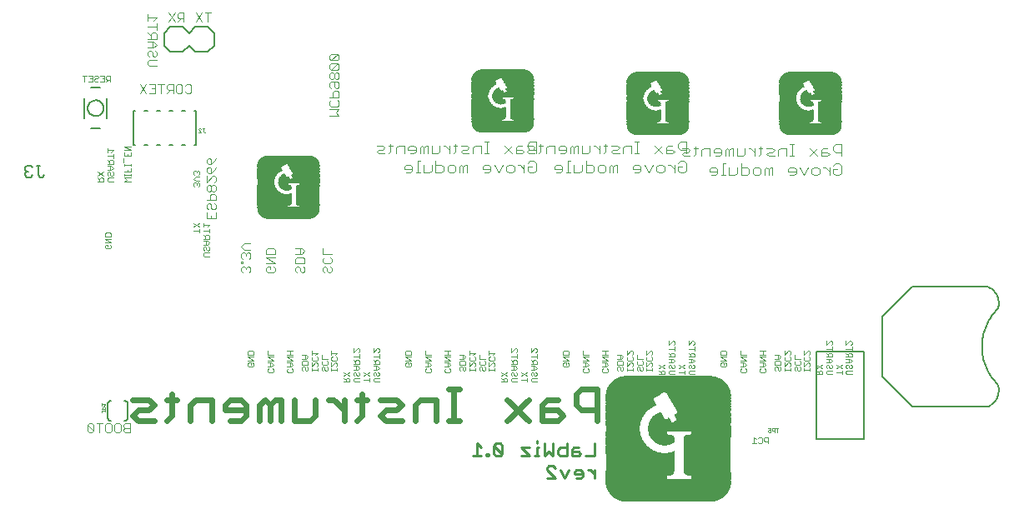
<source format=gbo>
G75*
%MOIN*%
%OFA0B0*%
%FSLAX24Y24*%
%IPPOS*%
%LPD*%
%AMOC8*
5,1,8,0,0,1.08239X$1,22.5*
%
%ADD10C,0.0090*%
%ADD11C,0.0230*%
%ADD12C,0.0030*%
%ADD13C,0.0020*%
%ADD14C,0.0040*%
%ADD15R,0.3370X0.0003*%
%ADD16R,0.3470X0.0003*%
%ADD17R,0.3528X0.0003*%
%ADD18R,0.3570X0.0003*%
%ADD19R,0.3605X0.0003*%
%ADD20R,0.3620X0.0003*%
%ADD21R,0.3653X0.0003*%
%ADD22R,0.3680X0.0003*%
%ADD23R,0.3705X0.0003*%
%ADD24R,0.3728X0.0003*%
%ADD25R,0.3738X0.0003*%
%ADD26R,0.3760X0.0003*%
%ADD27R,0.3780X0.0003*%
%ADD28R,0.3797X0.0003*%
%ADD29R,0.3817X0.0003*%
%ADD30R,0.3827X0.0003*%
%ADD31R,0.3842X0.0003*%
%ADD32R,0.3860X0.0003*%
%ADD33R,0.3877X0.0003*%
%ADD34R,0.3892X0.0003*%
%ADD35R,0.3902X0.0003*%
%ADD36R,0.3915X0.0003*%
%ADD37R,0.3930X0.0003*%
%ADD38R,0.3942X0.0003*%
%ADD39R,0.3957X0.0003*%
%ADD40R,0.3965X0.0003*%
%ADD41R,0.3980X0.0003*%
%ADD42R,0.3990X0.0003*%
%ADD43R,0.4005X0.0003*%
%ADD44R,0.4015X0.0003*%
%ADD45R,0.4020X0.0003*%
%ADD46R,0.4035X0.0003*%
%ADD47R,0.4045X0.0003*%
%ADD48R,0.4057X0.0003*%
%ADD49R,0.4068X0.0003*%
%ADD50R,0.4073X0.0003*%
%ADD51R,0.4085X0.0003*%
%ADD52R,0.4095X0.0003*%
%ADD53R,0.4108X0.0003*%
%ADD54R,0.4118X0.0003*%
%ADD55R,0.4120X0.0003*%
%ADD56R,0.4133X0.0003*%
%ADD57R,0.4143X0.0003*%
%ADD58R,0.4153X0.0003*%
%ADD59R,0.4163X0.0003*%
%ADD60R,0.4168X0.0003*%
%ADD61R,0.4178X0.0003*%
%ADD62R,0.4185X0.0003*%
%ADD63R,0.4195X0.0003*%
%ADD64R,0.4205X0.0003*%
%ADD65R,0.4210X0.0003*%
%ADD66R,0.4218X0.0003*%
%ADD67R,0.4228X0.0003*%
%ADD68R,0.4235X0.0003*%
%ADD69R,0.4243X0.0003*%
%ADD70R,0.4248X0.0003*%
%ADD71R,0.4258X0.0003*%
%ADD72R,0.4265X0.0003*%
%ADD73R,0.4270X0.0003*%
%ADD74R,0.4280X0.0003*%
%ADD75R,0.4285X0.0003*%
%ADD76R,0.4293X0.0003*%
%ADD77R,0.4300X0.0003*%
%ADD78R,0.4308X0.0003*%
%ADD79R,0.4315X0.0003*%
%ADD80R,0.4318X0.0003*%
%ADD81R,0.4328X0.0003*%
%ADD82R,0.4335X0.0003*%
%ADD83R,0.4340X0.0003*%
%ADD84R,0.4348X0.0003*%
%ADD85R,0.4353X0.0003*%
%ADD86R,0.4360X0.0003*%
%ADD87R,0.4365X0.0003*%
%ADD88R,0.4373X0.0003*%
%ADD89R,0.4380X0.0003*%
%ADD90R,0.4385X0.0003*%
%ADD91R,0.4390X0.0003*%
%ADD92R,0.4395X0.0003*%
%ADD93R,0.4405X0.0003*%
%ADD94R,0.4410X0.0003*%
%ADD95R,0.4412X0.0003*%
%ADD96R,0.4420X0.0003*%
%ADD97R,0.4427X0.0003*%
%ADD98R,0.4432X0.0003*%
%ADD99R,0.4440X0.0003*%
%ADD100R,0.4442X0.0003*%
%ADD101R,0.4447X0.0003*%
%ADD102R,0.4455X0.0003*%
%ADD103R,0.4460X0.0003*%
%ADD104R,0.4465X0.0003*%
%ADD105R,0.4470X0.0003*%
%ADD106R,0.4477X0.0003*%
%ADD107R,0.4482X0.0003*%
%ADD108R,0.4487X0.0003*%
%ADD109R,0.4492X0.0003*%
%ADD110R,0.4495X0.0003*%
%ADD111R,0.4502X0.0003*%
%ADD112R,0.4507X0.0003*%
%ADD113R,0.4512X0.0003*%
%ADD114R,0.4517X0.0003*%
%ADD115R,0.4520X0.0003*%
%ADD116R,0.4527X0.0003*%
%ADD117R,0.4532X0.0003*%
%ADD118R,0.4537X0.0003*%
%ADD119R,0.4542X0.0003*%
%ADD120R,0.4545X0.0003*%
%ADD121R,0.4552X0.0003*%
%ADD122R,0.4555X0.0003*%
%ADD123R,0.4560X0.0003*%
%ADD124R,0.4565X0.0003*%
%ADD125R,0.4567X0.0003*%
%ADD126R,0.4572X0.0003*%
%ADD127R,0.4580X0.0003*%
%ADD128R,0.4582X0.0003*%
%ADD129R,0.4587X0.0003*%
%ADD130R,0.4590X0.0003*%
%ADD131R,0.4595X0.0003*%
%ADD132R,0.4597X0.0003*%
%ADD133R,0.4605X0.0003*%
%ADD134R,0.4610X0.0003*%
%ADD135R,0.4612X0.0003*%
%ADD136R,0.4615X0.0003*%
%ADD137R,0.4620X0.0003*%
%ADD138R,0.4627X0.0003*%
%ADD139R,0.4630X0.0003*%
%ADD140R,0.4632X0.0003*%
%ADD141R,0.4637X0.0003*%
%ADD142R,0.4640X0.0003*%
%ADD143R,0.4645X0.0003*%
%ADD144R,0.4647X0.0003*%
%ADD145R,0.4652X0.0003*%
%ADD146R,0.4657X0.0003*%
%ADD147R,0.4660X0.0003*%
%ADD148R,0.4665X0.0003*%
%ADD149R,0.4667X0.0003*%
%ADD150R,0.4670X0.0003*%
%ADD151R,0.4672X0.0003*%
%ADD152R,0.4680X0.0003*%
%ADD153R,0.4682X0.0003*%
%ADD154R,0.4688X0.0003*%
%ADD155R,0.4690X0.0003*%
%ADD156R,0.4693X0.0003*%
%ADD157R,0.4695X0.0003*%
%ADD158R,0.4703X0.0003*%
%ADD159R,0.4705X0.0003*%
%ADD160R,0.4708X0.0003*%
%ADD161R,0.4710X0.0003*%
%ADD162R,0.4715X0.0003*%
%ADD163R,0.4718X0.0003*%
%ADD164R,0.4720X0.0003*%
%ADD165R,0.4723X0.0003*%
%ADD166R,0.4728X0.0003*%
%ADD167R,0.4730X0.0003*%
%ADD168R,0.4735X0.0003*%
%ADD169R,0.4738X0.0003*%
%ADD170R,0.4740X0.0003*%
%ADD171R,0.4743X0.0003*%
%ADD172R,0.4745X0.0003*%
%ADD173R,0.4750X0.0003*%
%ADD174R,0.4755X0.0003*%
%ADD175R,0.4760X0.0003*%
%ADD176R,0.4763X0.0003*%
%ADD177R,0.4765X0.0003*%
%ADD178R,0.4768X0.0003*%
%ADD179R,0.4770X0.0003*%
%ADD180R,0.4773X0.0003*%
%ADD181R,0.4778X0.0003*%
%ADD182R,0.4780X0.0003*%
%ADD183R,0.4783X0.0003*%
%ADD184R,0.4785X0.0003*%
%ADD185R,0.4788X0.0003*%
%ADD186R,0.4790X0.0003*%
%ADD187R,0.4793X0.0003*%
%ADD188R,0.4795X0.0003*%
%ADD189R,0.4798X0.0003*%
%ADD190R,0.4803X0.0003*%
%ADD191R,0.4805X0.0003*%
%ADD192R,0.4808X0.0003*%
%ADD193R,0.4810X0.0003*%
%ADD194R,0.4813X0.0003*%
%ADD195R,0.4815X0.0003*%
%ADD196R,0.4818X0.0003*%
%ADD197R,0.4820X0.0003*%
%ADD198R,0.4823X0.0003*%
%ADD199R,0.4828X0.0003*%
%ADD200R,0.4830X0.0003*%
%ADD201R,0.4833X0.0003*%
%ADD202R,0.4835X0.0003*%
%ADD203R,0.4838X0.0003*%
%ADD204R,0.4840X0.0003*%
%ADD205R,0.4843X0.0003*%
%ADD206R,0.4845X0.0003*%
%ADD207R,0.4848X0.0003*%
%ADD208R,0.4853X0.0003*%
%ADD209R,0.4855X0.0003*%
%ADD210R,0.4858X0.0003*%
%ADD211R,0.4860X0.0003*%
%ADD212R,0.4863X0.0003*%
%ADD213R,0.4865X0.0003*%
%ADD214R,0.4868X0.0003*%
%ADD215R,0.4870X0.0003*%
%ADD216R,0.4873X0.0003*%
%ADD217R,0.4878X0.0003*%
%ADD218R,0.4880X0.0003*%
%ADD219R,0.4883X0.0003*%
%ADD220R,0.4885X0.0003*%
%ADD221R,0.4888X0.0003*%
%ADD222R,0.4890X0.0003*%
%ADD223R,0.4893X0.0003*%
%ADD224R,0.4895X0.0003*%
%ADD225R,0.4898X0.0003*%
%ADD226R,0.4900X0.0003*%
%ADD227R,0.4903X0.0003*%
%ADD228R,0.4905X0.0003*%
%ADD229R,0.4908X0.0003*%
%ADD230R,0.4910X0.0003*%
%ADD231R,0.4913X0.0003*%
%ADD232R,0.4915X0.0003*%
%ADD233R,0.4918X0.0003*%
%ADD234R,0.4920X0.0003*%
%ADD235R,0.4923X0.0003*%
%ADD236R,0.4928X0.0003*%
%ADD237R,0.4930X0.0003*%
%ADD238R,0.4933X0.0003*%
%ADD239R,0.4935X0.0003*%
%ADD240R,0.4938X0.0003*%
%ADD241R,0.4940X0.0003*%
%ADD242R,0.4943X0.0003*%
%ADD243R,0.4945X0.0003*%
%ADD244R,0.4948X0.0003*%
%ADD245R,0.4953X0.0003*%
%ADD246R,0.4955X0.0003*%
%ADD247R,0.4958X0.0003*%
%ADD248R,0.4960X0.0003*%
%ADD249R,0.4963X0.0003*%
%ADD250R,0.4965X0.0003*%
%ADD251R,0.4968X0.0003*%
%ADD252R,0.4970X0.0003*%
%ADD253R,0.4973X0.0003*%
%ADD254R,0.4975X0.0003*%
%ADD255R,0.4978X0.0003*%
%ADD256R,0.4980X0.0003*%
%ADD257R,0.4983X0.0003*%
%ADD258R,0.4985X0.0003*%
%ADD259R,0.4988X0.0003*%
%ADD260R,0.4990X0.0003*%
%ADD261R,0.4993X0.0003*%
%ADD262R,0.4995X0.0003*%
%ADD263R,0.4998X0.0003*%
%ADD264R,0.5000X0.0003*%
%ADD265R,0.1595X0.0003*%
%ADD266R,0.2452X0.0003*%
%ADD267R,0.1633X0.0003*%
%ADD268R,0.2490X0.0003*%
%ADD269R,0.1665X0.0003*%
%ADD270R,0.2520X0.0003*%
%ADD271R,0.1693X0.0003*%
%ADD272R,0.2547X0.0003*%
%ADD273R,0.1713X0.0003*%
%ADD274R,0.2567X0.0003*%
%ADD275R,0.1720X0.0003*%
%ADD276R,0.2577X0.0003*%
%ADD277R,0.1737X0.0003*%
%ADD278R,0.2592X0.0003*%
%ADD279R,0.1750X0.0003*%
%ADD280R,0.2605X0.0003*%
%ADD281R,0.1762X0.0003*%
%ADD282R,0.2617X0.0003*%
%ADD283R,0.1772X0.0003*%
%ADD284R,0.2627X0.0003*%
%ADD285R,0.1777X0.0003*%
%ADD286R,0.2632X0.0003*%
%ADD287R,0.1785X0.0003*%
%ADD288R,0.2640X0.0003*%
%ADD289R,0.1792X0.0003*%
%ADD290R,0.2647X0.0003*%
%ADD291R,0.1797X0.0003*%
%ADD292R,0.2655X0.0003*%
%ADD293R,0.1805X0.0003*%
%ADD294R,0.2660X0.0003*%
%ADD295R,0.1807X0.0003*%
%ADD296R,0.2665X0.0003*%
%ADD297R,0.1815X0.0003*%
%ADD298R,0.2667X0.0003*%
%ADD299R,0.1817X0.0003*%
%ADD300R,0.2672X0.0003*%
%ADD301R,0.1822X0.0003*%
%ADD302R,0.2677X0.0003*%
%ADD303R,0.1827X0.0003*%
%ADD304R,0.2682X0.0003*%
%ADD305R,0.1830X0.0003*%
%ADD306R,0.1832X0.0003*%
%ADD307R,0.2687X0.0003*%
%ADD308R,0.1835X0.0003*%
%ADD309R,0.2690X0.0003*%
%ADD310R,0.1840X0.0003*%
%ADD311R,0.2692X0.0003*%
%ADD312R,0.1842X0.0003*%
%ADD313R,0.2695X0.0003*%
%ADD314R,0.2697X0.0003*%
%ADD315R,0.1845X0.0003*%
%ADD316R,0.2700X0.0003*%
%ADD317R,0.1847X0.0003*%
%ADD318R,0.2702X0.0003*%
%ADD319R,0.1850X0.0003*%
%ADD320R,0.2705X0.0003*%
%ADD321R,0.1852X0.0003*%
%ADD322R,0.2707X0.0003*%
%ADD323R,0.1855X0.0003*%
%ADD324R,0.2710X0.0003*%
%ADD325R,0.1857X0.0003*%
%ADD326R,0.2712X0.0003*%
%ADD327R,0.1860X0.0003*%
%ADD328R,0.2715X0.0003*%
%ADD329R,0.1862X0.0003*%
%ADD330R,0.2717X0.0003*%
%ADD331R,0.1865X0.0003*%
%ADD332R,0.2720X0.0003*%
%ADD333R,0.1867X0.0003*%
%ADD334R,0.2722X0.0003*%
%ADD335R,0.1870X0.0003*%
%ADD336R,0.2725X0.0003*%
%ADD337R,0.1872X0.0003*%
%ADD338R,0.2727X0.0003*%
%ADD339R,0.1875X0.0003*%
%ADD340R,0.2730X0.0003*%
%ADD341R,0.1878X0.0003*%
%ADD342R,0.2732X0.0003*%
%ADD343R,0.1880X0.0003*%
%ADD344R,0.2735X0.0003*%
%ADD345R,0.1883X0.0003*%
%ADD346R,0.2737X0.0003*%
%ADD347R,0.1885X0.0003*%
%ADD348R,0.2740X0.0003*%
%ADD349R,0.0372X0.0003*%
%ADD350R,0.2335X0.0003*%
%ADD351R,0.0310X0.0003*%
%ADD352R,0.2275X0.0003*%
%ADD353R,0.0283X0.0003*%
%ADD354R,0.2245X0.0003*%
%ADD355R,0.0270X0.0003*%
%ADD356R,0.2233X0.0003*%
%ADD357R,0.0248X0.0003*%
%ADD358R,0.2213X0.0003*%
%ADD359R,0.0230X0.0003*%
%ADD360R,0.2193X0.0003*%
%ADD361R,0.0213X0.0003*%
%ADD362R,0.2177X0.0003*%
%ADD363R,0.0198X0.0003*%
%ADD364R,0.2162X0.0003*%
%ADD365R,0.0192X0.0003*%
%ADD366R,0.2155X0.0003*%
%ADD367R,0.0177X0.0003*%
%ADD368R,0.2142X0.0003*%
%ADD369R,0.0165X0.0003*%
%ADD370R,0.2130X0.0003*%
%ADD371R,0.0155X0.0003*%
%ADD372R,0.2117X0.0003*%
%ADD373R,0.0143X0.0003*%
%ADD374R,0.2107X0.0003*%
%ADD375R,0.0138X0.0003*%
%ADD376R,0.2102X0.0003*%
%ADD377R,0.0125X0.0003*%
%ADD378R,0.2090X0.0003*%
%ADD379R,0.0118X0.0003*%
%ADD380R,0.2080X0.0003*%
%ADD381R,0.0107X0.0003*%
%ADD382R,0.2070X0.0003*%
%ADD383R,0.0097X0.0003*%
%ADD384R,0.2062X0.0003*%
%ADD385R,0.0095X0.0003*%
%ADD386R,0.2057X0.0003*%
%ADD387R,0.0085X0.0003*%
%ADD388R,0.2047X0.0003*%
%ADD389R,0.0075X0.0003*%
%ADD390R,0.2040X0.0003*%
%ADD391R,0.0067X0.0003*%
%ADD392R,0.2032X0.0003*%
%ADD393R,0.0060X0.0003*%
%ADD394R,0.2023X0.0003*%
%ADD395R,0.0057X0.0003*%
%ADD396R,0.2020X0.0003*%
%ADD397R,0.0047X0.0003*%
%ADD398R,0.2013X0.0003*%
%ADD399R,0.0043X0.0003*%
%ADD400R,0.2005X0.0003*%
%ADD401R,0.0032X0.0003*%
%ADD402R,0.1998X0.0003*%
%ADD403R,0.0025X0.0003*%
%ADD404R,0.1990X0.0003*%
%ADD405R,0.0022X0.0003*%
%ADD406R,0.1985X0.0003*%
%ADD407R,0.0018X0.0003*%
%ADD408R,0.1980X0.0003*%
%ADD409R,0.0010X0.0003*%
%ADD410R,0.1973X0.0003*%
%ADD411R,0.0003X0.0003*%
%ADD412R,0.1968X0.0003*%
%ADD413R,0.1960X0.0003*%
%ADD414R,0.1958X0.0003*%
%ADD415R,0.1950X0.0003*%
%ADD416R,0.1945X0.0003*%
%ADD417R,0.1938X0.0003*%
%ADD418R,0.1933X0.0003*%
%ADD419R,0.1930X0.0003*%
%ADD420R,0.1923X0.0003*%
%ADD421R,0.1918X0.0003*%
%ADD422R,0.1910X0.0003*%
%ADD423R,0.1905X0.0003*%
%ADD424R,0.1898X0.0003*%
%ADD425R,0.1893X0.0003*%
%ADD426R,0.1888X0.0003*%
%ADD427R,0.1812X0.0003*%
%ADD428R,0.1802X0.0003*%
%ADD429R,0.1790X0.0003*%
%ADD430R,0.1780X0.0003*%
%ADD431R,0.1775X0.0003*%
%ADD432R,0.1770X0.0003*%
%ADD433R,0.1767X0.0003*%
%ADD434R,0.1765X0.0003*%
%ADD435R,0.1757X0.0003*%
%ADD436R,0.1755X0.0003*%
%ADD437R,0.1752X0.0003*%
%ADD438R,0.1747X0.0003*%
%ADD439R,0.1745X0.0003*%
%ADD440R,0.1742X0.0003*%
%ADD441R,0.1735X0.0003*%
%ADD442R,0.1730X0.0003*%
%ADD443R,0.1727X0.0003*%
%ADD444R,0.1722X0.0003*%
%ADD445R,0.1715X0.0003*%
%ADD446R,0.1710X0.0003*%
%ADD447R,0.1708X0.0003*%
%ADD448R,0.1705X0.0003*%
%ADD449R,0.1703X0.0003*%
%ADD450R,0.1700X0.0003*%
%ADD451R,0.1695X0.0003*%
%ADD452R,0.1690X0.0003*%
%ADD453R,0.1688X0.0003*%
%ADD454R,0.1685X0.0003*%
%ADD455R,0.1683X0.0003*%
%ADD456R,0.1680X0.0003*%
%ADD457R,0.1678X0.0003*%
%ADD458R,0.1673X0.0003*%
%ADD459R,0.1670X0.0003*%
%ADD460R,0.1668X0.0003*%
%ADD461R,0.1663X0.0003*%
%ADD462R,0.1660X0.0003*%
%ADD463R,0.1658X0.0003*%
%ADD464R,0.1655X0.0003*%
%ADD465R,0.1653X0.0003*%
%ADD466R,0.1650X0.0003*%
%ADD467R,0.1648X0.0003*%
%ADD468R,0.1645X0.0003*%
%ADD469R,0.1643X0.0003*%
%ADD470R,0.1640X0.0003*%
%ADD471R,0.1638X0.0003*%
%ADD472R,0.1635X0.0003*%
%ADD473R,0.1630X0.0003*%
%ADD474R,0.1628X0.0003*%
%ADD475R,0.1623X0.0003*%
%ADD476R,0.1620X0.0003*%
%ADD477R,0.1618X0.0003*%
%ADD478R,0.1615X0.0003*%
%ADD479R,0.1613X0.0003*%
%ADD480R,0.1610X0.0003*%
%ADD481R,0.1608X0.0003*%
%ADD482R,0.1605X0.0003*%
%ADD483R,0.0175X0.0003*%
%ADD484R,0.1603X0.0003*%
%ADD485R,0.1600X0.0003*%
%ADD486R,0.0257X0.0003*%
%ADD487R,0.1598X0.0003*%
%ADD488R,0.0285X0.0003*%
%ADD489R,0.0307X0.0003*%
%ADD490R,0.1593X0.0003*%
%ADD491R,0.0330X0.0003*%
%ADD492R,0.1590X0.0003*%
%ADD493R,0.0340X0.0003*%
%ADD494R,0.0360X0.0003*%
%ADD495R,0.1588X0.0003*%
%ADD496R,0.0380X0.0003*%
%ADD497R,0.1585X0.0003*%
%ADD498R,0.0395X0.0003*%
%ADD499R,0.1583X0.0003*%
%ADD500R,0.0415X0.0003*%
%ADD501R,0.1580X0.0003*%
%ADD502R,0.0425X0.0003*%
%ADD503R,0.0437X0.0003*%
%ADD504R,0.1578X0.0003*%
%ADD505R,0.0455X0.0003*%
%ADD506R,0.1575X0.0003*%
%ADD507R,0.0467X0.0003*%
%ADD508R,0.1573X0.0003*%
%ADD509R,0.0483X0.0003*%
%ADD510R,0.1570X0.0003*%
%ADD511R,0.0490X0.0003*%
%ADD512R,0.0505X0.0003*%
%ADD513R,0.1568X0.0003*%
%ADD514R,0.0515X0.0003*%
%ADD515R,0.1565X0.0003*%
%ADD516R,0.0530X0.0003*%
%ADD517R,0.1562X0.0003*%
%ADD518R,0.0542X0.0003*%
%ADD519R,0.1560X0.0003*%
%ADD520R,0.0550X0.0003*%
%ADD521R,0.0560X0.0003*%
%ADD522R,0.1557X0.0003*%
%ADD523R,0.0570X0.0003*%
%ADD524R,0.1555X0.0003*%
%ADD525R,0.0583X0.0003*%
%ADD526R,0.1552X0.0003*%
%ADD527R,0.0592X0.0003*%
%ADD528R,0.0600X0.0003*%
%ADD529R,0.1550X0.0003*%
%ADD530R,0.0610X0.0003*%
%ADD531R,0.1547X0.0003*%
%ADD532R,0.0620X0.0003*%
%ADD533R,0.1545X0.0003*%
%ADD534R,0.0633X0.0003*%
%ADD535R,0.0640X0.0003*%
%ADD536R,0.1542X0.0003*%
%ADD537R,0.0645X0.0003*%
%ADD538R,0.0655X0.0003*%
%ADD539R,0.1540X0.0003*%
%ADD540R,0.0665X0.0003*%
%ADD541R,0.1537X0.0003*%
%ADD542R,0.0675X0.0003*%
%ADD543R,0.1535X0.0003*%
%ADD544R,0.0683X0.0003*%
%ADD545R,0.1532X0.0003*%
%ADD546R,0.0688X0.0003*%
%ADD547R,0.0695X0.0003*%
%ADD548R,0.1530X0.0003*%
%ADD549R,0.0707X0.0003*%
%ADD550R,0.0715X0.0003*%
%ADD551R,0.1527X0.0003*%
%ADD552R,0.0725X0.0003*%
%ADD553R,0.1525X0.0003*%
%ADD554R,0.1522X0.0003*%
%ADD555R,0.0735X0.0003*%
%ADD556R,0.0742X0.0003*%
%ADD557R,0.1520X0.0003*%
%ADD558R,0.0750X0.0003*%
%ADD559R,0.1517X0.0003*%
%ADD560R,0.0760X0.0003*%
%ADD561R,0.0762X0.0003*%
%ADD562R,0.0770X0.0003*%
%ADD563R,0.1515X0.0003*%
%ADD564R,0.0777X0.0003*%
%ADD565R,0.1512X0.0003*%
%ADD566R,0.0783X0.0003*%
%ADD567R,0.1510X0.0003*%
%ADD568R,0.0785X0.0003*%
%ADD569R,0.1507X0.0003*%
%ADD570R,0.0788X0.0003*%
%ADD571R,0.0790X0.0003*%
%ADD572R,0.0795X0.0003*%
%ADD573R,0.1505X0.0003*%
%ADD574R,0.0798X0.0003*%
%ADD575R,0.1502X0.0003*%
%ADD576R,0.0800X0.0003*%
%ADD577R,0.0803X0.0003*%
%ADD578R,0.1500X0.0003*%
%ADD579R,0.0805X0.0003*%
%ADD580R,0.1497X0.0003*%
%ADD581R,0.0810X0.0003*%
%ADD582R,0.0813X0.0003*%
%ADD583R,0.1495X0.0003*%
%ADD584R,0.0818X0.0003*%
%ADD585R,0.1492X0.0003*%
%ADD586R,0.0820X0.0003*%
%ADD587R,0.0825X0.0003*%
%ADD588R,0.1490X0.0003*%
%ADD589R,0.0828X0.0003*%
%ADD590R,0.0830X0.0003*%
%ADD591R,0.1485X0.0003*%
%ADD592R,0.0833X0.0003*%
%ADD593R,0.0835X0.0003*%
%ADD594R,0.0838X0.0003*%
%ADD595R,0.1482X0.0003*%
%ADD596R,0.0840X0.0003*%
%ADD597R,0.0845X0.0003*%
%ADD598R,0.1480X0.0003*%
%ADD599R,0.0848X0.0003*%
%ADD600R,0.1477X0.0003*%
%ADD601R,0.0850X0.0003*%
%ADD602R,0.0855X0.0003*%
%ADD603R,0.1475X0.0003*%
%ADD604R,0.0858X0.0003*%
%ADD605R,0.1472X0.0003*%
%ADD606R,0.0860X0.0003*%
%ADD607R,0.1470X0.0003*%
%ADD608R,0.0862X0.0003*%
%ADD609R,0.0865X0.0003*%
%ADD610R,0.1467X0.0003*%
%ADD611R,0.0867X0.0003*%
%ADD612R,0.0870X0.0003*%
%ADD613R,0.1465X0.0003*%
%ADD614R,0.0872X0.0003*%
%ADD615R,0.0875X0.0003*%
%ADD616R,0.1462X0.0003*%
%ADD617R,0.1460X0.0003*%
%ADD618R,0.0877X0.0003*%
%ADD619R,0.0880X0.0003*%
%ADD620R,0.1457X0.0003*%
%ADD621R,0.0882X0.0003*%
%ADD622R,0.0885X0.0003*%
%ADD623R,0.1455X0.0003*%
%ADD624R,0.0887X0.0003*%
%ADD625R,0.0890X0.0003*%
%ADD626R,0.1452X0.0003*%
%ADD627R,0.0892X0.0003*%
%ADD628R,0.1450X0.0003*%
%ADD629R,0.0895X0.0003*%
%ADD630R,0.1447X0.0003*%
%ADD631R,0.0897X0.0003*%
%ADD632R,0.0900X0.0003*%
%ADD633R,0.1445X0.0003*%
%ADD634R,0.0902X0.0003*%
%ADD635R,0.0905X0.0003*%
%ADD636R,0.1442X0.0003*%
%ADD637R,0.1440X0.0003*%
%ADD638R,0.0910X0.0003*%
%ADD639R,0.0912X0.0003*%
%ADD640R,0.1437X0.0003*%
%ADD641R,0.1435X0.0003*%
%ADD642R,0.0915X0.0003*%
%ADD643R,0.0917X0.0003*%
%ADD644R,0.1432X0.0003*%
%ADD645R,0.0920X0.0003*%
%ADD646R,0.0922X0.0003*%
%ADD647R,0.1430X0.0003*%
%ADD648R,0.1427X0.0003*%
%ADD649R,0.0925X0.0003*%
%ADD650R,0.1425X0.0003*%
%ADD651R,0.0927X0.0003*%
%ADD652R,0.1422X0.0003*%
%ADD653R,0.1420X0.0003*%
%ADD654R,0.0930X0.0003*%
%ADD655R,0.1417X0.0003*%
%ADD656R,0.1415X0.0003*%
%ADD657R,0.1412X0.0003*%
%ADD658R,0.1410X0.0003*%
%ADD659R,0.1407X0.0003*%
%ADD660R,0.1837X0.0003*%
%ADD661R,0.1405X0.0003*%
%ADD662R,0.1825X0.0003*%
%ADD663R,0.1820X0.0003*%
%ADD664R,0.1403X0.0003*%
%ADD665R,0.0907X0.0003*%
%ADD666R,0.1810X0.0003*%
%ADD667R,0.1400X0.0003*%
%ADD668R,0.1398X0.0003*%
%ADD669R,0.1782X0.0003*%
%ADD670R,0.1395X0.0003*%
%ADD671R,0.0853X0.0003*%
%ADD672R,0.1732X0.0003*%
%ADD673R,0.0843X0.0003*%
%ADD674R,0.1725X0.0003*%
%ADD675R,0.1393X0.0003*%
%ADD676R,0.0767X0.0003*%
%ADD677R,0.1390X0.0003*%
%ADD678R,0.0710X0.0003*%
%ADD679R,0.0712X0.0003*%
%ADD680R,0.1388X0.0003*%
%ADD681R,0.0717X0.0003*%
%ADD682R,0.1385X0.0003*%
%ADD683R,0.0720X0.0003*%
%ADD684R,0.1383X0.0003*%
%ADD685R,0.0722X0.0003*%
%ADD686R,0.1380X0.0003*%
%ADD687R,0.0727X0.0003*%
%ADD688R,0.0730X0.0003*%
%ADD689R,0.1378X0.0003*%
%ADD690R,0.0732X0.0003*%
%ADD691R,0.1375X0.0003*%
%ADD692R,0.1373X0.0003*%
%ADD693R,0.0737X0.0003*%
%ADD694R,0.0740X0.0003*%
%ADD695R,0.1370X0.0003*%
%ADD696R,0.0745X0.0003*%
%ADD697R,0.1368X0.0003*%
%ADD698R,0.0747X0.0003*%
%ADD699R,0.1365X0.0003*%
%ADD700R,0.0752X0.0003*%
%ADD701R,0.1363X0.0003*%
%ADD702R,0.3300X0.0003*%
%ADD703R,0.3302X0.0003*%
%ADD704R,0.1360X0.0003*%
%ADD705R,0.3305X0.0003*%
%ADD706R,0.1358X0.0003*%
%ADD707R,0.3307X0.0003*%
%ADD708R,0.3297X0.0003*%
%ADD709R,0.3295X0.0003*%
%ADD710R,0.3292X0.0003*%
%ADD711R,0.3290X0.0003*%
%ADD712R,0.3287X0.0003*%
%ADD713R,0.3285X0.0003*%
%ADD714R,0.3282X0.0003*%
%ADD715R,0.3280X0.0003*%
%ADD716R,0.3277X0.0003*%
%ADD717R,0.3275X0.0003*%
%ADD718R,0.3272X0.0003*%
%ADD719R,0.3270X0.0003*%
%ADD720R,0.2347X0.0003*%
%ADD721R,0.2343X0.0003*%
%ADD722R,0.2340X0.0003*%
%ADD723R,0.2333X0.0003*%
%ADD724R,0.2328X0.0003*%
%ADD725R,0.2323X0.0003*%
%ADD726R,0.2318X0.0003*%
%ADD727R,0.2313X0.0003*%
%ADD728R,0.2310X0.0003*%
%ADD729R,0.2305X0.0003*%
%ADD730R,0.2300X0.0003*%
%ADD731R,0.2295X0.0003*%
%ADD732R,0.2290X0.0003*%
%ADD733R,0.2283X0.0003*%
%ADD734R,0.2280X0.0003*%
%ADD735R,0.2273X0.0003*%
%ADD736R,0.2270X0.0003*%
%ADD737R,0.2268X0.0003*%
%ADD738R,0.2260X0.0003*%
%ADD739R,0.2258X0.0003*%
%ADD740R,0.2255X0.0003*%
%ADD741R,0.2248X0.0003*%
%ADD742R,0.2240X0.0003*%
%ADD743R,0.2235X0.0003*%
%ADD744R,0.2230X0.0003*%
%ADD745R,0.2225X0.0003*%
%ADD746R,0.2218X0.0003*%
%ADD747R,0.2215X0.0003*%
%ADD748R,0.2210X0.0003*%
%ADD749R,0.2205X0.0003*%
%ADD750R,0.2203X0.0003*%
%ADD751R,0.2198X0.0003*%
%ADD752R,0.0823X0.0003*%
%ADD753R,0.2190X0.0003*%
%ADD754R,0.2182X0.0003*%
%ADD755R,0.2172X0.0003*%
%ADD756R,0.0808X0.0003*%
%ADD757R,0.2167X0.0003*%
%ADD758R,0.2160X0.0003*%
%ADD759R,0.2150X0.0003*%
%ADD760R,0.2145X0.0003*%
%ADD761R,0.0793X0.0003*%
%ADD762R,0.2147X0.0003*%
%ADD763R,0.2152X0.0003*%
%ADD764R,0.0772X0.0003*%
%ADD765R,0.2157X0.0003*%
%ADD766R,0.0765X0.0003*%
%ADD767R,0.0757X0.0003*%
%ADD768R,0.2165X0.0003*%
%ADD769R,0.0755X0.0003*%
%ADD770R,0.0115X0.0003*%
%ADD771R,0.2170X0.0003*%
%ADD772R,0.0103X0.0003*%
%ADD773R,0.0573X0.0003*%
%ADD774R,0.0568X0.0003*%
%ADD775R,0.0090X0.0003*%
%ADD776R,0.0558X0.0003*%
%ADD777R,0.0080X0.0003*%
%ADD778R,0.0548X0.0003*%
%ADD779R,0.2175X0.0003*%
%ADD780R,0.0077X0.0003*%
%ADD781R,0.0537X0.0003*%
%ADD782R,0.0532X0.0003*%
%ADD783R,0.2180X0.0003*%
%ADD784R,0.0527X0.0003*%
%ADD785R,0.0055X0.0003*%
%ADD786R,0.0522X0.0003*%
%ADD787R,0.0510X0.0003*%
%ADD788R,0.2185X0.0003*%
%ADD789R,0.0037X0.0003*%
%ADD790R,0.0030X0.0003*%
%ADD791R,0.0503X0.0003*%
%ADD792R,0.2188X0.0003*%
%ADD793R,0.0500X0.0003*%
%ADD794R,0.0495X0.0003*%
%ADD795R,0.0013X0.0003*%
%ADD796R,0.0008X0.0003*%
%ADD797R,0.0485X0.0003*%
%ADD798R,0.2195X0.0003*%
%ADD799R,0.0480X0.0003*%
%ADD800R,0.0475X0.0003*%
%ADD801R,0.0473X0.0003*%
%ADD802R,0.0465X0.0003*%
%ADD803R,0.0462X0.0003*%
%ADD804R,0.0457X0.0003*%
%ADD805R,0.2208X0.0003*%
%ADD806R,0.0452X0.0003*%
%ADD807R,0.0447X0.0003*%
%ADD808R,0.0442X0.0003*%
%ADD809R,0.0435X0.0003*%
%ADD810R,0.0428X0.0003*%
%ADD811R,0.0423X0.0003*%
%ADD812R,0.0420X0.0003*%
%ADD813R,0.2220X0.0003*%
%ADD814R,0.0413X0.0003*%
%ADD815R,0.2223X0.0003*%
%ADD816R,0.0408X0.0003*%
%ADD817R,0.0403X0.0003*%
%ADD818R,0.0400X0.0003*%
%ADD819R,0.2228X0.0003*%
%ADD820R,0.0387X0.0003*%
%ADD821R,0.0385X0.0003*%
%ADD822R,0.0375X0.0003*%
%ADD823R,0.1487X0.0003*%
%ADD824R,0.0367X0.0003*%
%ADD825R,0.0365X0.0003*%
%ADD826R,0.2243X0.0003*%
%ADD827R,0.0352X0.0003*%
%ADD828R,0.0350X0.0003*%
%ADD829R,0.0348X0.0003*%
%ADD830R,0.0338X0.0003*%
%ADD831R,0.2250X0.0003*%
%ADD832R,0.0328X0.0003*%
%ADD833R,0.2253X0.0003*%
%ADD834R,0.0323X0.0003*%
%ADD835R,0.0320X0.0003*%
%ADD836R,0.0312X0.0003*%
%ADD837R,0.0305X0.0003*%
%ADD838R,0.0300X0.0003*%
%ADD839R,0.0295X0.0003*%
%ADD840R,0.0288X0.0003*%
%ADD841R,0.2263X0.0003*%
%ADD842R,0.0280X0.0003*%
%ADD843R,0.0275X0.0003*%
%ADD844R,0.0265X0.0003*%
%ADD845R,0.0253X0.0003*%
%ADD846R,0.0250X0.0003*%
%ADD847R,0.0243X0.0003*%
%ADD848R,0.0238X0.0003*%
%ADD849R,0.0232X0.0003*%
%ADD850R,0.0227X0.0003*%
%ADD851R,0.0222X0.0003*%
%ADD852R,0.0215X0.0003*%
%ADD853R,0.0208X0.0003*%
%ADD854R,0.0203X0.0003*%
%ADD855R,0.0200X0.0003*%
%ADD856R,0.0185X0.0003*%
%ADD857R,0.0170X0.0003*%
%ADD858R,0.0168X0.0003*%
%ADD859R,0.0160X0.0003*%
%ADD860R,0.0152X0.0003*%
%ADD861R,0.0145X0.0003*%
%ADD862R,0.0135X0.0003*%
%ADD863R,0.0120X0.0003*%
%ADD864R,0.0110X0.0003*%
%ADD865R,0.0088X0.0003*%
%ADD866R,0.0053X0.0003*%
%ADD867R,0.0045X0.0003*%
%ADD868R,0.0020X0.0003*%
%ADD869R,0.1625X0.0003*%
%ADD870R,0.1675X0.0003*%
%ADD871R,0.1698X0.0003*%
%ADD872R,0.1718X0.0003*%
%ADD873R,0.2200X0.0003*%
%ADD874R,0.1760X0.0003*%
%ADD875R,0.1795X0.0003*%
%ADD876R,0.1800X0.0003*%
%ADD877R,0.2238X0.0003*%
%ADD878R,0.1903X0.0003*%
%ADD879R,0.1908X0.0003*%
%ADD880R,0.1928X0.0003*%
%ADD881R,0.2265X0.0003*%
%ADD882R,0.1943X0.0003*%
%ADD883R,0.1948X0.0003*%
%ADD884R,0.1955X0.0003*%
%ADD885R,0.1965X0.0003*%
%ADD886R,0.1978X0.0003*%
%ADD887R,0.2278X0.0003*%
%ADD888R,0.1993X0.0003*%
%ADD889R,0.1995X0.0003*%
%ADD890R,0.2003X0.0003*%
%ADD891R,0.2010X0.0003*%
%ADD892R,0.2285X0.0003*%
%ADD893R,0.2018X0.0003*%
%ADD894R,0.2028X0.0003*%
%ADD895R,0.2288X0.0003*%
%ADD896R,0.2025X0.0003*%
%ADD897R,0.2293X0.0003*%
%ADD898R,0.2015X0.0003*%
%ADD899R,0.2298X0.0003*%
%ADD900R,0.2303X0.0003*%
%ADD901R,0.2008X0.0003*%
%ADD902R,0.2308X0.0003*%
%ADD903R,0.2000X0.0003*%
%ADD904R,0.2315X0.0003*%
%ADD905R,0.2320X0.0003*%
%ADD906R,0.2325X0.0003*%
%ADD907R,0.1988X0.0003*%
%ADD908R,0.1983X0.0003*%
%ADD909R,0.2330X0.0003*%
%ADD910R,0.1975X0.0003*%
%ADD911R,0.2338X0.0003*%
%ADD912R,0.1970X0.0003*%
%ADD913R,0.2345X0.0003*%
%ADD914R,0.2350X0.0003*%
%ADD915R,0.1963X0.0003*%
%ADD916R,0.2352X0.0003*%
%ADD917R,0.2355X0.0003*%
%ADD918R,0.2357X0.0003*%
%ADD919R,0.1953X0.0003*%
%ADD920R,0.2360X0.0003*%
%ADD921R,0.2362X0.0003*%
%ADD922R,0.2365X0.0003*%
%ADD923R,0.2367X0.0003*%
%ADD924R,0.2370X0.0003*%
%ADD925R,0.1940X0.0003*%
%ADD926R,0.2372X0.0003*%
%ADD927R,0.2375X0.0003*%
%ADD928R,0.1935X0.0003*%
%ADD929R,0.2377X0.0003*%
%ADD930R,0.2380X0.0003*%
%ADD931R,0.2382X0.0003*%
%ADD932R,0.2385X0.0003*%
%ADD933R,0.2387X0.0003*%
%ADD934R,0.1925X0.0003*%
%ADD935R,0.2390X0.0003*%
%ADD936R,0.2392X0.0003*%
%ADD937R,0.1920X0.0003*%
%ADD938R,0.2395X0.0003*%
%ADD939R,0.2397X0.0003*%
%ADD940R,0.2402X0.0003*%
%ADD941R,0.2405X0.0003*%
%ADD942R,0.2407X0.0003*%
%ADD943R,0.1915X0.0003*%
%ADD944R,0.2410X0.0003*%
%ADD945R,0.2412X0.0003*%
%ADD946R,0.2415X0.0003*%
%ADD947R,0.2417X0.0003*%
%ADD948R,0.2420X0.0003*%
%ADD949R,0.2422X0.0003*%
%ADD950R,0.2425X0.0003*%
%ADD951R,0.2427X0.0003*%
%ADD952R,0.2430X0.0003*%
%ADD953R,0.2432X0.0003*%
%ADD954R,0.2435X0.0003*%
%ADD955R,0.2437X0.0003*%
%ADD956R,0.2440X0.0003*%
%ADD957R,0.2442X0.0003*%
%ADD958R,0.2445X0.0003*%
%ADD959R,0.2447X0.0003*%
%ADD960R,0.2450X0.0003*%
%ADD961R,0.2455X0.0003*%
%ADD962R,0.2457X0.0003*%
%ADD963R,0.2460X0.0003*%
%ADD964R,0.2462X0.0003*%
%ADD965R,0.2465X0.0003*%
%ADD966R,0.2467X0.0003*%
%ADD967R,0.2470X0.0003*%
%ADD968R,0.2472X0.0003*%
%ADD969R,0.2475X0.0003*%
%ADD970R,0.2477X0.0003*%
%ADD971R,0.2480X0.0003*%
%ADD972R,0.2482X0.0003*%
%ADD973R,0.2485X0.0003*%
%ADD974R,0.2487X0.0003*%
%ADD975R,0.2030X0.0003*%
%ADD976R,0.2492X0.0003*%
%ADD977R,0.2037X0.0003*%
%ADD978R,0.2495X0.0003*%
%ADD979R,0.2045X0.0003*%
%ADD980R,0.2050X0.0003*%
%ADD981R,0.2497X0.0003*%
%ADD982R,0.2052X0.0003*%
%ADD983R,0.2500X0.0003*%
%ADD984R,0.2067X0.0003*%
%ADD985R,0.2072X0.0003*%
%ADD986R,0.2502X0.0003*%
%ADD987R,0.2075X0.0003*%
%ADD988R,0.2505X0.0003*%
%ADD989R,0.2082X0.0003*%
%ADD990R,0.2507X0.0003*%
%ADD991R,0.2092X0.0003*%
%ADD992R,0.2510X0.0003*%
%ADD993R,0.2097X0.0003*%
%ADD994R,0.2512X0.0003*%
%ADD995R,0.2515X0.0003*%
%ADD996R,0.2112X0.0003*%
%ADD997R,0.2115X0.0003*%
%ADD998R,0.2120X0.0003*%
%ADD999R,0.2517X0.0003*%
%ADD1000R,0.2125X0.0003*%
%ADD1001R,0.2135X0.0003*%
%ADD1002R,0.2522X0.0003*%
%ADD1003R,0.2137X0.0003*%
%ADD1004R,0.2140X0.0003*%
%ADD1005R,0.2525X0.0003*%
%ADD1006R,0.2527X0.0003*%
%ADD1007R,0.2530X0.0003*%
%ADD1008R,0.2532X0.0003*%
%ADD1009R,0.2535X0.0003*%
%ADD1010R,0.2537X0.0003*%
%ADD1011R,0.2540X0.0003*%
%ADD1012R,0.2542X0.0003*%
%ADD1013R,0.2545X0.0003*%
%ADD1014R,0.2550X0.0003*%
%ADD1015R,0.2552X0.0003*%
%ADD1016R,0.2555X0.0003*%
%ADD1017R,0.2560X0.0003*%
%ADD1018R,0.2562X0.0003*%
%ADD1019R,0.2570X0.0003*%
%ADD1020R,0.2575X0.0003*%
%ADD1021R,0.2580X0.0003*%
%ADD1022R,0.2582X0.0003*%
%ADD1023R,0.2590X0.0003*%
%ADD1024R,0.2595X0.0003*%
%ADD1025R,0.2607X0.0003*%
%ADD1026R,0.4758X0.0003*%
%ADD1027R,0.4753X0.0003*%
%ADD1028R,0.4748X0.0003*%
%ADD1029R,0.4733X0.0003*%
%ADD1030R,0.4713X0.0003*%
%ADD1031R,0.4698X0.0003*%
%ADD1032R,0.4685X0.0003*%
%ADD1033R,0.4677X0.0003*%
%ADD1034R,0.4662X0.0003*%
%ADD1035R,0.4655X0.0003*%
%ADD1036R,0.4642X0.0003*%
%ADD1037R,0.4635X0.0003*%
%ADD1038R,0.4622X0.0003*%
%ADD1039R,0.4617X0.0003*%
%ADD1040R,0.4607X0.0003*%
%ADD1041R,0.4602X0.0003*%
%ADD1042R,0.4592X0.0003*%
%ADD1043R,0.4585X0.0003*%
%ADD1044R,0.4577X0.0003*%
%ADD1045R,0.4570X0.0003*%
%ADD1046R,0.4562X0.0003*%
%ADD1047R,0.4557X0.0003*%
%ADD1048R,0.4540X0.0003*%
%ADD1049R,0.4535X0.0003*%
%ADD1050R,0.4530X0.0003*%
%ADD1051R,0.4522X0.0003*%
%ADD1052R,0.4515X0.0003*%
%ADD1053R,0.4510X0.0003*%
%ADD1054R,0.4505X0.0003*%
%ADD1055R,0.4497X0.0003*%
%ADD1056R,0.4490X0.0003*%
%ADD1057R,0.4485X0.0003*%
%ADD1058R,0.4480X0.0003*%
%ADD1059R,0.4467X0.0003*%
%ADD1060R,0.4462X0.0003*%
%ADD1061R,0.4457X0.0003*%
%ADD1062R,0.4452X0.0003*%
%ADD1063R,0.4445X0.0003*%
%ADD1064R,0.4435X0.0003*%
%ADD1065R,0.4430X0.0003*%
%ADD1066R,0.4422X0.0003*%
%ADD1067R,0.4415X0.0003*%
%ADD1068R,0.4407X0.0003*%
%ADD1069R,0.4400X0.0003*%
%ADD1070R,0.4392X0.0003*%
%ADD1071R,0.4387X0.0003*%
%ADD1072R,0.4377X0.0003*%
%ADD1073R,0.4370X0.0003*%
%ADD1074R,0.4363X0.0003*%
%ADD1075R,0.4355X0.0003*%
%ADD1076R,0.4345X0.0003*%
%ADD1077R,0.4338X0.0003*%
%ADD1078R,0.4330X0.0003*%
%ADD1079R,0.4323X0.0003*%
%ADD1080R,0.4310X0.0003*%
%ADD1081R,0.4305X0.0003*%
%ADD1082R,0.4295X0.0003*%
%ADD1083R,0.4288X0.0003*%
%ADD1084R,0.4278X0.0003*%
%ADD1085R,0.4268X0.0003*%
%ADD1086R,0.4260X0.0003*%
%ADD1087R,0.4253X0.0003*%
%ADD1088R,0.4245X0.0003*%
%ADD1089R,0.4238X0.0003*%
%ADD1090R,0.4230X0.0003*%
%ADD1091R,0.4220X0.0003*%
%ADD1092R,0.4213X0.0003*%
%ADD1093R,0.4208X0.0003*%
%ADD1094R,0.4198X0.0003*%
%ADD1095R,0.4190X0.0003*%
%ADD1096R,0.4180X0.0003*%
%ADD1097R,0.4170X0.0003*%
%ADD1098R,0.4165X0.0003*%
%ADD1099R,0.4158X0.0003*%
%ADD1100R,0.4145X0.0003*%
%ADD1101R,0.4138X0.0003*%
%ADD1102R,0.4128X0.0003*%
%ADD1103R,0.4113X0.0003*%
%ADD1104R,0.4103X0.0003*%
%ADD1105R,0.4090X0.0003*%
%ADD1106R,0.4080X0.0003*%
%ADD1107R,0.4062X0.0003*%
%ADD1108R,0.4052X0.0003*%
%ADD1109R,0.4040X0.0003*%
%ADD1110R,0.4027X0.0003*%
%ADD1111R,0.4010X0.0003*%
%ADD1112R,0.3995X0.0003*%
%ADD1113R,0.3985X0.0003*%
%ADD1114R,0.3970X0.0003*%
%ADD1115R,0.3962X0.0003*%
%ADD1116R,0.3950X0.0003*%
%ADD1117R,0.3935X0.0003*%
%ADD1118R,0.3920X0.0003*%
%ADD1119R,0.3907X0.0003*%
%ADD1120R,0.3897X0.0003*%
%ADD1121R,0.3885X0.0003*%
%ADD1122R,0.3867X0.0003*%
%ADD1123R,0.3852X0.0003*%
%ADD1124R,0.3835X0.0003*%
%ADD1125R,0.3807X0.0003*%
%ADD1126R,0.3787X0.0003*%
%ADD1127R,0.3767X0.0003*%
%ADD1128R,0.3745X0.0003*%
%ADD1129R,0.3713X0.0003*%
%ADD1130R,0.3690X0.0003*%
%ADD1131R,0.3663X0.0003*%
%ADD1132R,0.3635X0.0003*%
%ADD1133R,0.3618X0.0003*%
%ADD1134R,0.3585X0.0003*%
%ADD1135R,0.3545X0.0003*%
%ADD1136R,0.3498X0.0003*%
%ADD1137R,0.3430X0.0003*%
%ADD1138C,0.0080*%
%ADD1139C,0.0050*%
%ADD1140R,0.1685X0.0001*%
%ADD1141R,0.1735X0.0001*%
%ADD1142R,0.1764X0.0001*%
%ADD1143R,0.1785X0.0001*%
%ADD1144R,0.1802X0.0001*%
%ADD1145R,0.1810X0.0001*%
%ADD1146R,0.1826X0.0001*%
%ADD1147R,0.1840X0.0001*%
%ADD1148R,0.1852X0.0001*%
%ADD1149R,0.1864X0.0001*%
%ADD1150R,0.1869X0.0001*%
%ADD1151R,0.1880X0.0001*%
%ADD1152R,0.1890X0.0001*%
%ADD1153R,0.1899X0.0001*%
%ADD1154R,0.1909X0.0001*%
%ADD1155R,0.1914X0.0001*%
%ADD1156R,0.1921X0.0001*%
%ADD1157R,0.1930X0.0001*%
%ADD1158R,0.1939X0.0001*%
%ADD1159R,0.1946X0.0001*%
%ADD1160R,0.1951X0.0001*%
%ADD1161R,0.1958X0.0001*%
%ADD1162R,0.1965X0.0001*%
%ADD1163R,0.1971X0.0001*%
%ADD1164R,0.1979X0.0001*%
%ADD1165R,0.1983X0.0001*%
%ADD1166R,0.1990X0.0001*%
%ADD1167R,0.1995X0.0001*%
%ADD1168R,0.2003X0.0001*%
%ADD1169R,0.2008X0.0001*%
%ADD1170R,0.2010X0.0001*%
%ADD1171R,0.2018X0.0001*%
%ADD1172R,0.2023X0.0001*%
%ADD1173R,0.2029X0.0001*%
%ADD1174R,0.2034X0.0001*%
%ADD1175R,0.2036X0.0001*%
%ADD1176R,0.2042X0.0001*%
%ADD1177R,0.2047X0.0001*%
%ADD1178R,0.2054X0.0001*%
%ADD1179R,0.2059X0.0001*%
%ADD1180R,0.2060X0.0001*%
%ADD1181R,0.2066X0.0001*%
%ADD1182R,0.2071X0.0001*%
%ADD1183R,0.2076X0.0001*%
%ADD1184R,0.2081X0.0001*%
%ADD1185R,0.2084X0.0001*%
%ADD1186R,0.2089X0.0001*%
%ADD1187R,0.2092X0.0001*%
%ADD1188R,0.2097X0.0001*%
%ADD1189R,0.2102X0.0001*%
%ADD1190R,0.2105X0.0001*%
%ADD1191R,0.2109X0.0001*%
%ADD1192R,0.2114X0.0001*%
%ADD1193R,0.2117X0.0001*%
%ADD1194R,0.2121X0.0001*%
%ADD1195R,0.2124X0.0001*%
%ADD1196R,0.2129X0.0001*%
%ADD1197R,0.2132X0.0001*%
%ADD1198R,0.2135X0.0001*%
%ADD1199R,0.2140X0.0001*%
%ADD1200R,0.2142X0.0001*%
%ADD1201R,0.2146X0.0001*%
%ADD1202R,0.2150X0.0001*%
%ADD1203R,0.2154X0.0001*%
%ADD1204R,0.2157X0.0001*%
%ADD1205R,0.2159X0.0001*%
%ADD1206R,0.2164X0.0001*%
%ADD1207R,0.2167X0.0001*%
%ADD1208R,0.2170X0.0001*%
%ADD1209R,0.2174X0.0001*%
%ADD1210R,0.2176X0.0001*%
%ADD1211R,0.2180X0.0001*%
%ADD1212R,0.2182X0.0001*%
%ADD1213R,0.2186X0.0001*%
%ADD1214R,0.2190X0.0001*%
%ADD1215R,0.2193X0.0001*%
%ADD1216R,0.2195X0.0001*%
%ADD1217R,0.2198X0.0001*%
%ADD1218R,0.2203X0.0001*%
%ADD1219R,0.2205X0.0001*%
%ADD1220R,0.2206X0.0001*%
%ADD1221R,0.2210X0.0001*%
%ADD1222R,0.2214X0.0001*%
%ADD1223R,0.2216X0.0001*%
%ADD1224R,0.2220X0.0001*%
%ADD1225R,0.2221X0.0001*%
%ADD1226R,0.2224X0.0001*%
%ADD1227R,0.2228X0.0001*%
%ADD1228R,0.2230X0.0001*%
%ADD1229R,0.2233X0.0001*%
%ADD1230R,0.2235X0.0001*%
%ADD1231R,0.2239X0.0001*%
%ADD1232R,0.2241X0.0001*%
%ADD1233R,0.2244X0.0001*%
%ADD1234R,0.2246X0.0001*%
%ADD1235R,0.2248X0.0001*%
%ADD1236R,0.2251X0.0001*%
%ADD1237R,0.2254X0.0001*%
%ADD1238R,0.2256X0.0001*%
%ADD1239R,0.2259X0.0001*%
%ADD1240R,0.2260X0.0001*%
%ADD1241R,0.2264X0.0001*%
%ADD1242R,0.2266X0.0001*%
%ADD1243R,0.2269X0.0001*%
%ADD1244R,0.2271X0.0001*%
%ADD1245R,0.2273X0.0001*%
%ADD1246R,0.2276X0.0001*%
%ADD1247R,0.2278X0.0001*%
%ADD1248R,0.2280X0.0001*%
%ADD1249R,0.2283X0.0001*%
%ADD1250R,0.2284X0.0001*%
%ADD1251R,0.2286X0.0001*%
%ADD1252R,0.2290X0.0001*%
%ADD1253R,0.2291X0.0001*%
%ADD1254R,0.2294X0.0001*%
%ADD1255R,0.2295X0.0001*%
%ADD1256R,0.2298X0.0001*%
%ADD1257R,0.2299X0.0001*%
%ADD1258R,0.2303X0.0001*%
%ADD1259R,0.2305X0.0001*%
%ADD1260R,0.2306X0.0001*%
%ADD1261R,0.2308X0.0001*%
%ADD1262R,0.2310X0.0001*%
%ADD1263R,0.2314X0.0001*%
%ADD1264R,0.2315X0.0001*%
%ADD1265R,0.2316X0.0001*%
%ADD1266R,0.2319X0.0001*%
%ADD1267R,0.2320X0.0001*%
%ADD1268R,0.2323X0.0001*%
%ADD1269R,0.2324X0.0001*%
%ADD1270R,0.2326X0.0001*%
%ADD1271R,0.2329X0.0001*%
%ADD1272R,0.2330X0.0001*%
%ADD1273R,0.2333X0.0001*%
%ADD1274R,0.2334X0.0001*%
%ADD1275R,0.2335X0.0001*%
%ADD1276R,0.2336X0.0001*%
%ADD1277R,0.2340X0.0001*%
%ADD1278R,0.2341X0.0001*%
%ADD1279R,0.2344X0.0001*%
%ADD1280R,0.2345X0.0001*%
%ADD1281R,0.2346X0.0001*%
%ADD1282R,0.2347X0.0001*%
%ADD1283R,0.2351X0.0001*%
%ADD1284R,0.2352X0.0001*%
%ADD1285R,0.2354X0.0001*%
%ADD1286R,0.2355X0.0001*%
%ADD1287R,0.2357X0.0001*%
%ADD1288R,0.2359X0.0001*%
%ADD1289R,0.2360X0.0001*%
%ADD1290R,0.2361X0.0001*%
%ADD1291R,0.2364X0.0001*%
%ADD1292R,0.2365X0.0001*%
%ADD1293R,0.2367X0.0001*%
%ADD1294R,0.2369X0.0001*%
%ADD1295R,0.2370X0.0001*%
%ADD1296R,0.2371X0.0001*%
%ADD1297R,0.2372X0.0001*%
%ADD1298R,0.2375X0.0001*%
%ADD1299R,0.2377X0.0001*%
%ADD1300R,0.2380X0.0001*%
%ADD1301R,0.2381X0.0001*%
%ADD1302R,0.2382X0.0001*%
%ADD1303R,0.2384X0.0001*%
%ADD1304R,0.2385X0.0001*%
%ADD1305R,0.2386X0.0001*%
%ADD1306R,0.2389X0.0001*%
%ADD1307R,0.2390X0.0001*%
%ADD1308R,0.2391X0.0001*%
%ADD1309R,0.2392X0.0001*%
%ADD1310R,0.2394X0.0001*%
%ADD1311R,0.2395X0.0001*%
%ADD1312R,0.2396X0.0001*%
%ADD1313R,0.2397X0.0001*%
%ADD1314R,0.2399X0.0001*%
%ADD1315R,0.2401X0.0001*%
%ADD1316R,0.2402X0.0001*%
%ADD1317R,0.2404X0.0001*%
%ADD1318R,0.2405X0.0001*%
%ADD1319R,0.2406X0.0001*%
%ADD1320R,0.2407X0.0001*%
%ADD1321R,0.2409X0.0001*%
%ADD1322R,0.2410X0.0001*%
%ADD1323R,0.2411X0.0001*%
%ADD1324R,0.2414X0.0001*%
%ADD1325R,0.2415X0.0001*%
%ADD1326R,0.2416X0.0001*%
%ADD1327R,0.2417X0.0001*%
%ADD1328R,0.2419X0.0001*%
%ADD1329R,0.2420X0.0001*%
%ADD1330R,0.2421X0.0001*%
%ADD1331R,0.2422X0.0001*%
%ADD1332R,0.2424X0.0001*%
%ADD1333R,0.2426X0.0001*%
%ADD1334R,0.2427X0.0001*%
%ADD1335R,0.2429X0.0001*%
%ADD1336R,0.2430X0.0001*%
%ADD1337R,0.2431X0.0001*%
%ADD1338R,0.2432X0.0001*%
%ADD1339R,0.2434X0.0001*%
%ADD1340R,0.2435X0.0001*%
%ADD1341R,0.2436X0.0001*%
%ADD1342R,0.2439X0.0001*%
%ADD1343R,0.2440X0.0001*%
%ADD1344R,0.2441X0.0001*%
%ADD1345R,0.2442X0.0001*%
%ADD1346R,0.2444X0.0001*%
%ADD1347R,0.2445X0.0001*%
%ADD1348R,0.2446X0.0001*%
%ADD1349R,0.2447X0.0001*%
%ADD1350R,0.2449X0.0001*%
%ADD1351R,0.2450X0.0001*%
%ADD1352R,0.2451X0.0001*%
%ADD1353R,0.2452X0.0001*%
%ADD1354R,0.2454X0.0001*%
%ADD1355R,0.2455X0.0001*%
%ADD1356R,0.2456X0.0001*%
%ADD1357R,0.2457X0.0001*%
%ADD1358R,0.2459X0.0001*%
%ADD1359R,0.2460X0.0001*%
%ADD1360R,0.2461X0.0001*%
%ADD1361R,0.2464X0.0001*%
%ADD1362R,0.2465X0.0001*%
%ADD1363R,0.2466X0.0001*%
%ADD1364R,0.2467X0.0001*%
%ADD1365R,0.2469X0.0001*%
%ADD1366R,0.2470X0.0001*%
%ADD1367R,0.2471X0.0001*%
%ADD1368R,0.2472X0.0001*%
%ADD1369R,0.2474X0.0001*%
%ADD1370R,0.2476X0.0001*%
%ADD1371R,0.2477X0.0001*%
%ADD1372R,0.2479X0.0001*%
%ADD1373R,0.2480X0.0001*%
%ADD1374R,0.2481X0.0001*%
%ADD1375R,0.2482X0.0001*%
%ADD1376R,0.2484X0.0001*%
%ADD1377R,0.2485X0.0001*%
%ADD1378R,0.2486X0.0001*%
%ADD1379R,0.2487X0.0001*%
%ADD1380R,0.2489X0.0001*%
%ADD1381R,0.2490X0.0001*%
%ADD1382R,0.2491X0.0001*%
%ADD1383R,0.2492X0.0001*%
%ADD1384R,0.2494X0.0001*%
%ADD1385R,0.2495X0.0001*%
%ADD1386R,0.2496X0.0001*%
%ADD1387R,0.2497X0.0001*%
%ADD1388R,0.2499X0.0001*%
%ADD1389R,0.2500X0.0001*%
%ADD1390R,0.0798X0.0001*%
%ADD1391R,0.1226X0.0001*%
%ADD1392R,0.0816X0.0001*%
%ADD1393R,0.1245X0.0001*%
%ADD1394R,0.0833X0.0001*%
%ADD1395R,0.1260X0.0001*%
%ADD1396R,0.0846X0.0001*%
%ADD1397R,0.1274X0.0001*%
%ADD1398R,0.0856X0.0001*%
%ADD1399R,0.1284X0.0001*%
%ADD1400R,0.0860X0.0001*%
%ADD1401R,0.1289X0.0001*%
%ADD1402R,0.0869X0.0001*%
%ADD1403R,0.1296X0.0001*%
%ADD1404R,0.0875X0.0001*%
%ADD1405R,0.1303X0.0001*%
%ADD1406R,0.0881X0.0001*%
%ADD1407R,0.1309X0.0001*%
%ADD1408R,0.0886X0.0001*%
%ADD1409R,0.1314X0.0001*%
%ADD1410R,0.0889X0.0001*%
%ADD1411R,0.1316X0.0001*%
%ADD1412R,0.0892X0.0001*%
%ADD1413R,0.1320X0.0001*%
%ADD1414R,0.0896X0.0001*%
%ADD1415R,0.1324X0.0001*%
%ADD1416R,0.0899X0.0001*%
%ADD1417R,0.1328X0.0001*%
%ADD1418R,0.0902X0.0001*%
%ADD1419R,0.1330X0.0001*%
%ADD1420R,0.0904X0.0001*%
%ADD1421R,0.1333X0.0001*%
%ADD1422R,0.0907X0.0001*%
%ADD1423R,0.1334X0.0001*%
%ADD1424R,0.0909X0.0001*%
%ADD1425R,0.1336X0.0001*%
%ADD1426R,0.0911X0.0001*%
%ADD1427R,0.1339X0.0001*%
%ADD1428R,0.0914X0.0001*%
%ADD1429R,0.1341X0.0001*%
%ADD1430R,0.0915X0.0001*%
%ADD1431R,0.0916X0.0001*%
%ADD1432R,0.1344X0.0001*%
%ADD1433R,0.0917X0.0001*%
%ADD1434R,0.1345X0.0001*%
%ADD1435R,0.0920X0.0001*%
%ADD1436R,0.1346X0.0001*%
%ADD1437R,0.0921X0.0001*%
%ADD1438R,0.1348X0.0001*%
%ADD1439R,0.1349X0.0001*%
%ADD1440R,0.0922X0.0001*%
%ADD1441R,0.1350X0.0001*%
%ADD1442R,0.0924X0.0001*%
%ADD1443R,0.1351X0.0001*%
%ADD1444R,0.0925X0.0001*%
%ADD1445R,0.1353X0.0001*%
%ADD1446R,0.0926X0.0001*%
%ADD1447R,0.1354X0.0001*%
%ADD1448R,0.0927X0.0001*%
%ADD1449R,0.1355X0.0001*%
%ADD1450R,0.0929X0.0001*%
%ADD1451R,0.1356X0.0001*%
%ADD1452R,0.0930X0.0001*%
%ADD1453R,0.1358X0.0001*%
%ADD1454R,0.0931X0.0001*%
%ADD1455R,0.1359X0.0001*%
%ADD1456R,0.0932X0.0001*%
%ADD1457R,0.1360X0.0001*%
%ADD1458R,0.0934X0.0001*%
%ADD1459R,0.1361X0.0001*%
%ADD1460R,0.0935X0.0001*%
%ADD1461R,0.1363X0.0001*%
%ADD1462R,0.0936X0.0001*%
%ADD1463R,0.1364X0.0001*%
%ADD1464R,0.0938X0.0001*%
%ADD1465R,0.1365X0.0001*%
%ADD1466R,0.0939X0.0001*%
%ADD1467R,0.1366X0.0001*%
%ADD1468R,0.0940X0.0001*%
%ADD1469R,0.1368X0.0001*%
%ADD1470R,0.0941X0.0001*%
%ADD1471R,0.1369X0.0001*%
%ADD1472R,0.0943X0.0001*%
%ADD1473R,0.1370X0.0001*%
%ADD1474R,0.0186X0.0001*%
%ADD1475R,0.1168X0.0001*%
%ADD1476R,0.0155X0.0001*%
%ADD1477R,0.1138X0.0001*%
%ADD1478R,0.0141X0.0001*%
%ADD1479R,0.1123X0.0001*%
%ADD1480R,0.0135X0.0001*%
%ADD1481R,0.1116X0.0001*%
%ADD1482R,0.0124X0.0001*%
%ADD1483R,0.1106X0.0001*%
%ADD1484R,0.0115X0.0001*%
%ADD1485R,0.1096X0.0001*%
%ADD1486R,0.0106X0.0001*%
%ADD1487R,0.1089X0.0001*%
%ADD1488R,0.0099X0.0001*%
%ADD1489R,0.1081X0.0001*%
%ADD1490R,0.0096X0.0001*%
%ADD1491R,0.1077X0.0001*%
%ADD1492R,0.0089X0.0001*%
%ADD1493R,0.1071X0.0001*%
%ADD1494R,0.0083X0.0001*%
%ADD1495R,0.1065X0.0001*%
%ADD1496R,0.0077X0.0001*%
%ADD1497R,0.1059X0.0001*%
%ADD1498R,0.0071X0.0001*%
%ADD1499R,0.1054X0.0001*%
%ADD1500R,0.0069X0.0001*%
%ADD1501R,0.1051X0.0001*%
%ADD1502R,0.0063X0.0001*%
%ADD1503R,0.1045X0.0001*%
%ADD1504R,0.0059X0.0001*%
%ADD1505R,0.1040X0.0001*%
%ADD1506R,0.0054X0.0001*%
%ADD1507R,0.1035X0.0001*%
%ADD1508R,0.0049X0.0001*%
%ADD1509R,0.1031X0.0001*%
%ADD1510R,0.0047X0.0001*%
%ADD1511R,0.1029X0.0001*%
%ADD1512R,0.0043X0.0001*%
%ADD1513R,0.1024X0.0001*%
%ADD1514R,0.0037X0.0001*%
%ADD1515R,0.1020X0.0001*%
%ADD1516R,0.0034X0.0001*%
%ADD1517R,0.1016X0.0001*%
%ADD1518R,0.0030X0.0001*%
%ADD1519R,0.1011X0.0001*%
%ADD1520R,0.0029X0.0001*%
%ADD1521R,0.1010X0.0001*%
%ADD1522R,0.0024X0.0001*%
%ADD1523R,0.1006X0.0001*%
%ADD1524R,0.0021X0.0001*%
%ADD1525R,0.1003X0.0001*%
%ADD1526R,0.0016X0.0001*%
%ADD1527R,0.0999X0.0001*%
%ADD1528R,0.0013X0.0001*%
%ADD1529R,0.0995X0.0001*%
%ADD1530R,0.0011X0.0001*%
%ADD1531R,0.0993X0.0001*%
%ADD1532R,0.0009X0.0001*%
%ADD1533R,0.0990X0.0001*%
%ADD1534R,0.0005X0.0001*%
%ADD1535R,0.0986X0.0001*%
%ADD1536R,0.0001X0.0001*%
%ADD1537R,0.0984X0.0001*%
%ADD1538R,0.0980X0.0001*%
%ADD1539R,0.0979X0.0001*%
%ADD1540R,0.0975X0.0001*%
%ADD1541R,0.0973X0.0001*%
%ADD1542R,0.0969X0.0001*%
%ADD1543R,0.0966X0.0001*%
%ADD1544R,0.0965X0.0001*%
%ADD1545R,0.0961X0.0001*%
%ADD1546R,0.0959X0.0001*%
%ADD1547R,0.0955X0.0001*%
%ADD1548R,0.0953X0.0001*%
%ADD1549R,0.0949X0.0001*%
%ADD1550R,0.0946X0.0001*%
%ADD1551R,0.0944X0.0001*%
%ADD1552R,0.0906X0.0001*%
%ADD1553R,0.0901X0.0001*%
%ADD1554R,0.0895X0.0001*%
%ADD1555R,0.0890X0.0001*%
%ADD1556R,0.0887X0.0001*%
%ADD1557R,0.0885X0.0001*%
%ADD1558R,0.0884X0.0001*%
%ADD1559R,0.0882X0.0001*%
%ADD1560R,0.0879X0.0001*%
%ADD1561R,0.0877X0.0001*%
%ADD1562R,0.0876X0.0001*%
%ADD1563R,0.0874X0.0001*%
%ADD1564R,0.0872X0.0001*%
%ADD1565R,0.0871X0.0001*%
%ADD1566R,0.0867X0.0001*%
%ADD1567R,0.0865X0.0001*%
%ADD1568R,0.0864X0.0001*%
%ADD1569R,0.0861X0.0001*%
%ADD1570R,0.0858X0.0001*%
%ADD1571R,0.0855X0.0001*%
%ADD1572R,0.0854X0.0001*%
%ADD1573R,0.0853X0.0001*%
%ADD1574R,0.0851X0.0001*%
%ADD1575R,0.0850X0.0001*%
%ADD1576R,0.0848X0.0001*%
%ADD1577R,0.0845X0.0001*%
%ADD1578R,0.0844X0.0001*%
%ADD1579R,0.0843X0.0001*%
%ADD1580R,0.0841X0.0001*%
%ADD1581R,0.0840X0.0001*%
%ADD1582R,0.0839X0.0001*%
%ADD1583R,0.0836X0.0001*%
%ADD1584R,0.0835X0.0001*%
%ADD1585R,0.0834X0.0001*%
%ADD1586R,0.0831X0.0001*%
%ADD1587R,0.0830X0.0001*%
%ADD1588R,0.0829X0.0001*%
%ADD1589R,0.0828X0.0001*%
%ADD1590R,0.0826X0.0001*%
%ADD1591R,0.0825X0.0001*%
%ADD1592R,0.0824X0.0001*%
%ADD1593R,0.0823X0.0001*%
%ADD1594R,0.0821X0.0001*%
%ADD1595R,0.0820X0.0001*%
%ADD1596R,0.0819X0.0001*%
%ADD1597R,0.0818X0.0001*%
%ADD1598R,0.0815X0.0001*%
%ADD1599R,0.0814X0.0001*%
%ADD1600R,0.0811X0.0001*%
%ADD1601R,0.0810X0.0001*%
%ADD1602R,0.0809X0.0001*%
%ADD1603R,0.0808X0.0001*%
%ADD1604R,0.0806X0.0001*%
%ADD1605R,0.0805X0.0001*%
%ADD1606R,0.0804X0.0001*%
%ADD1607R,0.0803X0.0001*%
%ADD1608R,0.0088X0.0001*%
%ADD1609R,0.0801X0.0001*%
%ADD1610R,0.0800X0.0001*%
%ADD1611R,0.0129X0.0001*%
%ADD1612R,0.0799X0.0001*%
%ADD1613R,0.0143X0.0001*%
%ADD1614R,0.0154X0.0001*%
%ADD1615R,0.0796X0.0001*%
%ADD1616R,0.0165X0.0001*%
%ADD1617R,0.0795X0.0001*%
%ADD1618R,0.0170X0.0001*%
%ADD1619R,0.0180X0.0001*%
%ADD1620R,0.0794X0.0001*%
%ADD1621R,0.0190X0.0001*%
%ADD1622R,0.0793X0.0001*%
%ADD1623R,0.0198X0.0001*%
%ADD1624R,0.0791X0.0001*%
%ADD1625R,0.0208X0.0001*%
%ADD1626R,0.0790X0.0001*%
%ADD1627R,0.0213X0.0001*%
%ADD1628R,0.0219X0.0001*%
%ADD1629R,0.0789X0.0001*%
%ADD1630R,0.0227X0.0001*%
%ADD1631R,0.0788X0.0001*%
%ADD1632R,0.0234X0.0001*%
%ADD1633R,0.0786X0.0001*%
%ADD1634R,0.0241X0.0001*%
%ADD1635R,0.0785X0.0001*%
%ADD1636R,0.0245X0.0001*%
%ADD1637R,0.0253X0.0001*%
%ADD1638R,0.0784X0.0001*%
%ADD1639R,0.0257X0.0001*%
%ADD1640R,0.0783X0.0001*%
%ADD1641R,0.0265X0.0001*%
%ADD1642R,0.0781X0.0001*%
%ADD1643R,0.0271X0.0001*%
%ADD1644R,0.0780X0.0001*%
%ADD1645R,0.0275X0.0001*%
%ADD1646R,0.0280X0.0001*%
%ADD1647R,0.0779X0.0001*%
%ADD1648R,0.0285X0.0001*%
%ADD1649R,0.0777X0.0001*%
%ADD1650R,0.0291X0.0001*%
%ADD1651R,0.0776X0.0001*%
%ADD1652R,0.0296X0.0001*%
%ADD1653R,0.0300X0.0001*%
%ADD1654R,0.0775X0.0001*%
%ADD1655R,0.0305X0.0001*%
%ADD1656R,0.0774X0.0001*%
%ADD1657R,0.0310X0.0001*%
%ADD1658R,0.0772X0.0001*%
%ADD1659R,0.0316X0.0001*%
%ADD1660R,0.0320X0.0001*%
%ADD1661R,0.0771X0.0001*%
%ADD1662R,0.0323X0.0001*%
%ADD1663R,0.0328X0.0001*%
%ADD1664R,0.0770X0.0001*%
%ADD1665R,0.0333X0.0001*%
%ADD1666R,0.0769X0.0001*%
%ADD1667R,0.0338X0.0001*%
%ADD1668R,0.0767X0.0001*%
%ADD1669R,0.0341X0.0001*%
%ADD1670R,0.0766X0.0001*%
%ADD1671R,0.0344X0.0001*%
%ADD1672R,0.0348X0.0001*%
%ADD1673R,0.0765X0.0001*%
%ADD1674R,0.0354X0.0001*%
%ADD1675R,0.0357X0.0001*%
%ADD1676R,0.0764X0.0001*%
%ADD1677R,0.0362X0.0001*%
%ADD1678R,0.0762X0.0001*%
%ADD1679R,0.0761X0.0001*%
%ADD1680R,0.0367X0.0001*%
%ADD1681R,0.0371X0.0001*%
%ADD1682R,0.0760X0.0001*%
%ADD1683R,0.0375X0.0001*%
%ADD1684R,0.0759X0.0001*%
%ADD1685R,0.0380X0.0001*%
%ADD1686R,0.0381X0.0001*%
%ADD1687R,0.0385X0.0001*%
%ADD1688R,0.0757X0.0001*%
%ADD1689R,0.0389X0.0001*%
%ADD1690R,0.0756X0.0001*%
%ADD1691R,0.0391X0.0001*%
%ADD1692R,0.0755X0.0001*%
%ADD1693R,0.0393X0.0001*%
%ADD1694R,0.0754X0.0001*%
%ADD1695R,0.0394X0.0001*%
%ADD1696R,0.0395X0.0001*%
%ADD1697R,0.0398X0.0001*%
%ADD1698R,0.0752X0.0001*%
%ADD1699R,0.0399X0.0001*%
%ADD1700R,0.0751X0.0001*%
%ADD1701R,0.0400X0.0001*%
%ADD1702R,0.0401X0.0001*%
%ADD1703R,0.0750X0.0001*%
%ADD1704R,0.0403X0.0001*%
%ADD1705R,0.0749X0.0001*%
%ADD1706R,0.0405X0.0001*%
%ADD1707R,0.0406X0.0001*%
%ADD1708R,0.0747X0.0001*%
%ADD1709R,0.0409X0.0001*%
%ADD1710R,0.0746X0.0001*%
%ADD1711R,0.0410X0.0001*%
%ADD1712R,0.0413X0.0001*%
%ADD1713R,0.0745X0.0001*%
%ADD1714R,0.0414X0.0001*%
%ADD1715R,0.0415X0.0001*%
%ADD1716R,0.0742X0.0001*%
%ADD1717R,0.0416X0.0001*%
%ADD1718R,0.0418X0.0001*%
%ADD1719R,0.0419X0.0001*%
%ADD1720R,0.0741X0.0001*%
%ADD1721R,0.0420X0.0001*%
%ADD1722R,0.0423X0.0001*%
%ADD1723R,0.0740X0.0001*%
%ADD1724R,0.0424X0.0001*%
%ADD1725R,0.0739X0.0001*%
%ADD1726R,0.0425X0.0001*%
%ADD1727R,0.0428X0.0001*%
%ADD1728R,0.0737X0.0001*%
%ADD1729R,0.0429X0.0001*%
%ADD1730R,0.0736X0.0001*%
%ADD1731R,0.0430X0.0001*%
%ADD1732R,0.0735X0.0001*%
%ADD1733R,0.0431X0.0001*%
%ADD1734R,0.0432X0.0001*%
%ADD1735R,0.0734X0.0001*%
%ADD1736R,0.0434X0.0001*%
%ADD1737R,0.0435X0.0001*%
%ADD1738R,0.0732X0.0001*%
%ADD1739R,0.0436X0.0001*%
%ADD1740R,0.0437X0.0001*%
%ADD1741R,0.0731X0.0001*%
%ADD1742R,0.0730X0.0001*%
%ADD1743R,0.0439X0.0001*%
%ADD1744R,0.0440X0.0001*%
%ADD1745R,0.0729X0.0001*%
%ADD1746R,0.0441X0.0001*%
%ADD1747R,0.0442X0.0001*%
%ADD1748R,0.0727X0.0001*%
%ADD1749R,0.0444X0.0001*%
%ADD1750R,0.0445X0.0001*%
%ADD1751R,0.0726X0.0001*%
%ADD1752R,0.0446X0.0001*%
%ADD1753R,0.0725X0.0001*%
%ADD1754R,0.0447X0.0001*%
%ADD1755R,0.0724X0.0001*%
%ADD1756R,0.0449X0.0001*%
%ADD1757R,0.0450X0.0001*%
%ADD1758R,0.0722X0.0001*%
%ADD1759R,0.0451X0.0001*%
%ADD1760R,0.0452X0.0001*%
%ADD1761R,0.0721X0.0001*%
%ADD1762R,0.0720X0.0001*%
%ADD1763R,0.0455X0.0001*%
%ADD1764R,0.0456X0.0001*%
%ADD1765R,0.0719X0.0001*%
%ADD1766R,0.0717X0.0001*%
%ADD1767R,0.0457X0.0001*%
%ADD1768R,0.0459X0.0001*%
%ADD1769R,0.0716X0.0001*%
%ADD1770R,0.0460X0.0001*%
%ADD1771R,0.0461X0.0001*%
%ADD1772R,0.0715X0.0001*%
%ADD1773R,0.0714X0.0001*%
%ADD1774R,0.0462X0.0001*%
%ADD1775R,0.0712X0.0001*%
%ADD1776R,0.0464X0.0001*%
%ADD1777R,0.0711X0.0001*%
%ADD1778R,0.0710X0.0001*%
%ADD1779R,0.0465X0.0001*%
%ADD1780R,0.0709X0.0001*%
%ADD1781R,0.0707X0.0001*%
%ADD1782R,0.0706X0.0001*%
%ADD1783R,0.0705X0.0001*%
%ADD1784R,0.0704X0.0001*%
%ADD1785R,0.0919X0.0001*%
%ADD1786R,0.0703X0.0001*%
%ADD1787R,0.0912X0.0001*%
%ADD1788R,0.0910X0.0001*%
%ADD1789R,0.0701X0.0001*%
%ADD1790R,0.0454X0.0001*%
%ADD1791R,0.0905X0.0001*%
%ADD1792R,0.0700X0.0001*%
%ADD1793R,0.0699X0.0001*%
%ADD1794R,0.0891X0.0001*%
%ADD1795R,0.0698X0.0001*%
%ADD1796R,0.0426X0.0001*%
%ADD1797R,0.0866X0.0001*%
%ADD1798R,0.0421X0.0001*%
%ADD1799R,0.0862X0.0001*%
%ADD1800R,0.0696X0.0001*%
%ADD1801R,0.0384X0.0001*%
%ADD1802R,0.0695X0.0001*%
%ADD1803R,0.0355X0.0001*%
%ADD1804R,0.0356X0.0001*%
%ADD1805R,0.0694X0.0001*%
%ADD1806R,0.0359X0.0001*%
%ADD1807R,0.0693X0.0001*%
%ADD1808R,0.0360X0.0001*%
%ADD1809R,0.0691X0.0001*%
%ADD1810R,0.0361X0.0001*%
%ADD1811R,0.0690X0.0001*%
%ADD1812R,0.0364X0.0001*%
%ADD1813R,0.0365X0.0001*%
%ADD1814R,0.0689X0.0001*%
%ADD1815R,0.0366X0.0001*%
%ADD1816R,0.0688X0.0001*%
%ADD1817R,0.0686X0.0001*%
%ADD1818R,0.0369X0.0001*%
%ADD1819R,0.0370X0.0001*%
%ADD1820R,0.0685X0.0001*%
%ADD1821R,0.0372X0.0001*%
%ADD1822R,0.0684X0.0001*%
%ADD1823R,0.0374X0.0001*%
%ADD1824R,0.0683X0.0001*%
%ADD1825R,0.0376X0.0001*%
%ADD1826R,0.0681X0.0001*%
%ADD1827R,0.1650X0.0001*%
%ADD1828R,0.1651X0.0001*%
%ADD1829R,0.0680X0.0001*%
%ADD1830R,0.1653X0.0001*%
%ADD1831R,0.0679X0.0001*%
%ADD1832R,0.1654X0.0001*%
%ADD1833R,0.1649X0.0001*%
%ADD1834R,0.1648X0.0001*%
%ADD1835R,0.1646X0.0001*%
%ADD1836R,0.1645X0.0001*%
%ADD1837R,0.1644X0.0001*%
%ADD1838R,0.1643X0.0001*%
%ADD1839R,0.1641X0.0001*%
%ADD1840R,0.1640X0.0001*%
%ADD1841R,0.1639X0.0001*%
%ADD1842R,0.1638X0.0001*%
%ADD1843R,0.1636X0.0001*%
%ADD1844R,0.1635X0.0001*%
%ADD1845R,0.1174X0.0001*%
%ADD1846R,0.1171X0.0001*%
%ADD1847R,0.1170X0.0001*%
%ADD1848R,0.1166X0.0001*%
%ADD1849R,0.1164X0.0001*%
%ADD1850R,0.1161X0.0001*%
%ADD1851R,0.1159X0.0001*%
%ADD1852R,0.1156X0.0001*%
%ADD1853R,0.1155X0.0001*%
%ADD1854R,0.1153X0.0001*%
%ADD1855R,0.1150X0.0001*%
%ADD1856R,0.1148X0.0001*%
%ADD1857R,0.1145X0.0001*%
%ADD1858R,0.1141X0.0001*%
%ADD1859R,0.1140X0.0001*%
%ADD1860R,0.1136X0.0001*%
%ADD1861R,0.1135X0.0001*%
%ADD1862R,0.1134X0.0001*%
%ADD1863R,0.1130X0.0001*%
%ADD1864R,0.1129X0.0001*%
%ADD1865R,0.1128X0.0001*%
%ADD1866R,0.1124X0.0001*%
%ADD1867R,0.1120X0.0001*%
%ADD1868R,0.1118X0.0001*%
%ADD1869R,0.1115X0.0001*%
%ADD1870R,0.1113X0.0001*%
%ADD1871R,0.1109X0.0001*%
%ADD1872R,0.1108X0.0001*%
%ADD1873R,0.1105X0.0001*%
%ADD1874R,0.1103X0.0001*%
%ADD1875R,0.1101X0.0001*%
%ADD1876R,0.1099X0.0001*%
%ADD1877R,0.0411X0.0001*%
%ADD1878R,0.1095X0.0001*%
%ADD1879R,0.1091X0.0001*%
%ADD1880R,0.1086X0.0001*%
%ADD1881R,0.0404X0.0001*%
%ADD1882R,0.1084X0.0001*%
%ADD1883R,0.1080X0.0001*%
%ADD1884R,0.1075X0.0001*%
%ADD1885R,0.1072X0.0001*%
%ADD1886R,0.0396X0.0001*%
%ADD1887R,0.1074X0.0001*%
%ADD1888R,0.1076X0.0001*%
%ADD1889R,0.0386X0.0001*%
%ADD1890R,0.1079X0.0001*%
%ADD1891R,0.0382X0.0001*%
%ADD1892R,0.0379X0.0001*%
%ADD1893R,0.1082X0.0001*%
%ADD1894R,0.0377X0.0001*%
%ADD1895R,0.0057X0.0001*%
%ADD1896R,0.1085X0.0001*%
%ADD1897R,0.0051X0.0001*%
%ADD1898R,0.0286X0.0001*%
%ADD1899R,0.0284X0.0001*%
%ADD1900R,0.0045X0.0001*%
%ADD1901R,0.0279X0.0001*%
%ADD1902R,0.0040X0.0001*%
%ADD1903R,0.0274X0.0001*%
%ADD1904R,0.1087X0.0001*%
%ADD1905R,0.0039X0.0001*%
%ADD1906R,0.0269X0.0001*%
%ADD1907R,0.0266X0.0001*%
%ADD1908R,0.1090X0.0001*%
%ADD1909R,0.0264X0.0001*%
%ADD1910R,0.0027X0.0001*%
%ADD1911R,0.0261X0.0001*%
%ADD1912R,0.0255X0.0001*%
%ADD1913R,0.1092X0.0001*%
%ADD1914R,0.0019X0.0001*%
%ADD1915R,0.0015X0.0001*%
%ADD1916R,0.0251X0.0001*%
%ADD1917R,0.1094X0.0001*%
%ADD1918R,0.0250X0.0001*%
%ADD1919R,0.0248X0.0001*%
%ADD1920R,0.0006X0.0001*%
%ADD1921R,0.0004X0.0001*%
%ADD1922R,0.0243X0.0001*%
%ADD1923R,0.1098X0.0001*%
%ADD1924R,0.0240X0.0001*%
%ADD1925R,0.0238X0.0001*%
%ADD1926R,0.0236X0.0001*%
%ADD1927R,0.0232X0.0001*%
%ADD1928R,0.0231X0.0001*%
%ADD1929R,0.0229X0.0001*%
%ADD1930R,0.1104X0.0001*%
%ADD1931R,0.0226X0.0001*%
%ADD1932R,0.0224X0.0001*%
%ADD1933R,0.0221X0.0001*%
%ADD1934R,0.0217X0.0001*%
%ADD1935R,0.0214X0.0001*%
%ADD1936R,0.0211X0.0001*%
%ADD1937R,0.0210X0.0001*%
%ADD1938R,0.1110X0.0001*%
%ADD1939R,0.0206X0.0001*%
%ADD1940R,0.1111X0.0001*%
%ADD1941R,0.0204X0.0001*%
%ADD1942R,0.0201X0.0001*%
%ADD1943R,0.0200X0.0001*%
%ADD1944R,0.1114X0.0001*%
%ADD1945R,0.0194X0.0001*%
%ADD1946R,0.0192X0.0001*%
%ADD1947R,0.0187X0.0001*%
%ADD1948R,0.0744X0.0001*%
%ADD1949R,0.0184X0.0001*%
%ADD1950R,0.0182X0.0001*%
%ADD1951R,0.1121X0.0001*%
%ADD1952R,0.0176X0.0001*%
%ADD1953R,0.0175X0.0001*%
%ADD1954R,0.0174X0.0001*%
%ADD1955R,0.0169X0.0001*%
%ADD1956R,0.1125X0.0001*%
%ADD1957R,0.0164X0.0001*%
%ADD1958R,0.1126X0.0001*%
%ADD1959R,0.0161X0.0001*%
%ADD1960R,0.0160X0.0001*%
%ADD1961R,0.0156X0.0001*%
%ADD1962R,0.0152X0.0001*%
%ADD1963R,0.0150X0.0001*%
%ADD1964R,0.0147X0.0001*%
%ADD1965R,0.0144X0.0001*%
%ADD1966R,0.1131X0.0001*%
%ADD1967R,0.0140X0.0001*%
%ADD1968R,0.0138X0.0001*%
%ADD1969R,0.0132X0.0001*%
%ADD1970R,0.0126X0.0001*%
%ADD1971R,0.0125X0.0001*%
%ADD1972R,0.0121X0.0001*%
%ADD1973R,0.0119X0.0001*%
%ADD1974R,0.0116X0.0001*%
%ADD1975R,0.0114X0.0001*%
%ADD1976R,0.0111X0.0001*%
%ADD1977R,0.0107X0.0001*%
%ADD1978R,0.0104X0.0001*%
%ADD1979R,0.0101X0.0001*%
%ADD1980R,0.0100X0.0001*%
%ADD1981R,0.0092X0.0001*%
%ADD1982R,0.0085X0.0001*%
%ADD1983R,0.0084X0.0001*%
%ADD1984R,0.0080X0.0001*%
%ADD1985R,0.0076X0.0001*%
%ADD1986R,0.0073X0.0001*%
%ADD1987R,0.0067X0.0001*%
%ADD1988R,0.0060X0.0001*%
%ADD1989R,0.0055X0.0001*%
%ADD1990R,0.0044X0.0001*%
%ADD1991R,0.0026X0.0001*%
%ADD1992R,0.0022X0.0001*%
%ADD1993R,0.0010X0.0001*%
%ADD1994R,0.0813X0.0001*%
%ADD1995R,0.0838X0.0001*%
%ADD1996R,0.0849X0.0001*%
%ADD1997R,0.0859X0.0001*%
%ADD1998R,0.1100X0.0001*%
%ADD1999R,0.0880X0.0001*%
%ADD2000R,0.0897X0.0001*%
%ADD2001R,0.0900X0.0001*%
%ADD2002R,0.1119X0.0001*%
%ADD2003R,0.0951X0.0001*%
%ADD2004R,0.0954X0.0001*%
%ADD2005R,0.0964X0.0001*%
%ADD2006R,0.1133X0.0001*%
%ADD2007R,0.0971X0.0001*%
%ADD2008R,0.0974X0.0001*%
%ADD2009R,0.0978X0.0001*%
%ADD2010R,0.0983X0.0001*%
%ADD2011R,0.0989X0.0001*%
%ADD2012R,0.1139X0.0001*%
%ADD2013R,0.0996X0.0001*%
%ADD2014R,0.0998X0.0001*%
%ADD2015R,0.1001X0.0001*%
%ADD2016R,0.1005X0.0001*%
%ADD2017R,0.1143X0.0001*%
%ADD2018R,0.1009X0.0001*%
%ADD2019R,0.1014X0.0001*%
%ADD2020R,0.1144X0.0001*%
%ADD2021R,0.1013X0.0001*%
%ADD2022R,0.1146X0.0001*%
%ADD2023R,0.1008X0.0001*%
%ADD2024R,0.1149X0.0001*%
%ADD2025R,0.1151X0.0001*%
%ADD2026R,0.1004X0.0001*%
%ADD2027R,0.1154X0.0001*%
%ADD2028R,0.1000X0.0001*%
%ADD2029R,0.1158X0.0001*%
%ADD2030R,0.1160X0.0001*%
%ADD2031R,0.1163X0.0001*%
%ADD2032R,0.0994X0.0001*%
%ADD2033R,0.0991X0.0001*%
%ADD2034R,0.1165X0.0001*%
%ADD2035R,0.0988X0.0001*%
%ADD2036R,0.1169X0.0001*%
%ADD2037R,0.0985X0.0001*%
%ADD2038R,0.1172X0.0001*%
%ADD2039R,0.1175X0.0001*%
%ADD2040R,0.0981X0.0001*%
%ADD2041R,0.1176X0.0001*%
%ADD2042R,0.1177X0.0001*%
%ADD2043R,0.1179X0.0001*%
%ADD2044R,0.0976X0.0001*%
%ADD2045R,0.1180X0.0001*%
%ADD2046R,0.1181X0.0001*%
%ADD2047R,0.1182X0.0001*%
%ADD2048R,0.1184X0.0001*%
%ADD2049R,0.1185X0.0001*%
%ADD2050R,0.0970X0.0001*%
%ADD2051R,0.1186X0.0001*%
%ADD2052R,0.1187X0.0001*%
%ADD2053R,0.0968X0.0001*%
%ADD2054R,0.1189X0.0001*%
%ADD2055R,0.1190X0.0001*%
%ADD2056R,0.1191X0.0001*%
%ADD2057R,0.1192X0.0001*%
%ADD2058R,0.1194X0.0001*%
%ADD2059R,0.0963X0.0001*%
%ADD2060R,0.1195X0.0001*%
%ADD2061R,0.1196X0.0001*%
%ADD2062R,0.0960X0.0001*%
%ADD2063R,0.1197X0.0001*%
%ADD2064R,0.1199X0.0001*%
%ADD2065R,0.1201X0.0001*%
%ADD2066R,0.1202X0.0001*%
%ADD2067R,0.1204X0.0001*%
%ADD2068R,0.0958X0.0001*%
%ADD2069R,0.1205X0.0001*%
%ADD2070R,0.1206X0.0001*%
%ADD2071R,0.1207X0.0001*%
%ADD2072R,0.1209X0.0001*%
%ADD2073R,0.1210X0.0001*%
%ADD2074R,0.1211X0.0001*%
%ADD2075R,0.1212X0.0001*%
%ADD2076R,0.1214X0.0001*%
%ADD2077R,0.1215X0.0001*%
%ADD2078R,0.1216X0.0001*%
%ADD2079R,0.1217X0.0001*%
%ADD2080R,0.1219X0.0001*%
%ADD2081R,0.1220X0.0001*%
%ADD2082R,0.1221X0.0001*%
%ADD2083R,0.1222X0.0001*%
%ADD2084R,0.1224X0.0001*%
%ADD2085R,0.1225X0.0001*%
%ADD2086R,0.1227X0.0001*%
%ADD2087R,0.1229X0.0001*%
%ADD2088R,0.1230X0.0001*%
%ADD2089R,0.1231X0.0001*%
%ADD2090R,0.1232X0.0001*%
%ADD2091R,0.1234X0.0001*%
%ADD2092R,0.1235X0.0001*%
%ADD2093R,0.1236X0.0001*%
%ADD2094R,0.1237X0.0001*%
%ADD2095R,0.1239X0.0001*%
%ADD2096R,0.1240X0.0001*%
%ADD2097R,0.1241X0.0001*%
%ADD2098R,0.1242X0.0001*%
%ADD2099R,0.1244X0.0001*%
%ADD2100R,0.1015X0.0001*%
%ADD2101R,0.1246X0.0001*%
%ADD2102R,0.1019X0.0001*%
%ADD2103R,0.1247X0.0001*%
%ADD2104R,0.1022X0.0001*%
%ADD2105R,0.1025X0.0001*%
%ADD2106R,0.1249X0.0001*%
%ADD2107R,0.1026X0.0001*%
%ADD2108R,0.1250X0.0001*%
%ADD2109R,0.1034X0.0001*%
%ADD2110R,0.1036X0.0001*%
%ADD2111R,0.1251X0.0001*%
%ADD2112R,0.1037X0.0001*%
%ADD2113R,0.1253X0.0001*%
%ADD2114R,0.1041X0.0001*%
%ADD2115R,0.1254X0.0001*%
%ADD2116R,0.1046X0.0001*%
%ADD2117R,0.1255X0.0001*%
%ADD2118R,0.1049X0.0001*%
%ADD2119R,0.1256X0.0001*%
%ADD2120R,0.1258X0.0001*%
%ADD2121R,0.1056X0.0001*%
%ADD2122R,0.1057X0.0001*%
%ADD2123R,0.1060X0.0001*%
%ADD2124R,0.1259X0.0001*%
%ADD2125R,0.1062X0.0001*%
%ADD2126R,0.1067X0.0001*%
%ADD2127R,0.1261X0.0001*%
%ADD2128R,0.1069X0.0001*%
%ADD2129R,0.1070X0.0001*%
%ADD2130R,0.1263X0.0001*%
%ADD2131R,0.1264X0.0001*%
%ADD2132R,0.1265X0.0001*%
%ADD2133R,0.1266X0.0001*%
%ADD2134R,0.1268X0.0001*%
%ADD2135R,0.1269X0.0001*%
%ADD2136R,0.1270X0.0001*%
%ADD2137R,0.1271X0.0001*%
%ADD2138R,0.1273X0.0001*%
%ADD2139R,0.1275X0.0001*%
%ADD2140R,0.1276X0.0001*%
%ADD2141R,0.1278X0.0001*%
%ADD2142R,0.1280X0.0001*%
%ADD2143R,0.1281X0.0001*%
%ADD2144R,0.1285X0.0001*%
%ADD2145R,0.1288X0.0001*%
%ADD2146R,0.1290X0.0001*%
%ADD2147R,0.1291X0.0001*%
%ADD2148R,0.1295X0.0001*%
%ADD2149R,0.1298X0.0001*%
%ADD2150R,0.1304X0.0001*%
%ADD2151R,0.2379X0.0001*%
%ADD2152R,0.2376X0.0001*%
%ADD2153R,0.2374X0.0001*%
%ADD2154R,0.2366X0.0001*%
%ADD2155R,0.2356X0.0001*%
%ADD2156R,0.2349X0.0001*%
%ADD2157R,0.2343X0.0001*%
%ADD2158R,0.2339X0.0001*%
%ADD2159R,0.2331X0.0001*%
%ADD2160R,0.2328X0.0001*%
%ADD2161R,0.2321X0.0001*%
%ADD2162R,0.2318X0.0001*%
%ADD2163R,0.2311X0.0001*%
%ADD2164R,0.2309X0.0001*%
%ADD2165R,0.2304X0.0001*%
%ADD2166R,0.2301X0.0001*%
%ADD2167R,0.2296X0.0001*%
%ADD2168R,0.2293X0.0001*%
%ADD2169R,0.2289X0.0001*%
%ADD2170R,0.2285X0.0001*%
%ADD2171R,0.2281X0.0001*%
%ADD2172R,0.2279X0.0001*%
%ADD2173R,0.2270X0.0001*%
%ADD2174R,0.2268X0.0001*%
%ADD2175R,0.2265X0.0001*%
%ADD2176R,0.2261X0.0001*%
%ADD2177R,0.2258X0.0001*%
%ADD2178R,0.2255X0.0001*%
%ADD2179R,0.2253X0.0001*%
%ADD2180R,0.2249X0.0001*%
%ADD2181R,0.2245X0.0001*%
%ADD2182R,0.2243X0.0001*%
%ADD2183R,0.2240X0.0001*%
%ADD2184R,0.2234X0.0001*%
%ADD2185R,0.2231X0.0001*%
%ADD2186R,0.2229X0.0001*%
%ADD2187R,0.2226X0.0001*%
%ADD2188R,0.2223X0.0001*%
%ADD2189R,0.2218X0.0001*%
%ADD2190R,0.2215X0.0001*%
%ADD2191R,0.2211X0.0001*%
%ADD2192R,0.2208X0.0001*%
%ADD2193R,0.2204X0.0001*%
%ADD2194R,0.2200X0.0001*%
%ADD2195R,0.2196X0.0001*%
%ADD2196R,0.2194X0.0001*%
%ADD2197R,0.2189X0.0001*%
%ADD2198R,0.2185X0.0001*%
%ADD2199R,0.2181X0.0001*%
%ADD2200R,0.2177X0.0001*%
%ADD2201R,0.2172X0.0001*%
%ADD2202R,0.2169X0.0001*%
%ADD2203R,0.2165X0.0001*%
%ADD2204R,0.2161X0.0001*%
%ADD2205R,0.2155X0.0001*%
%ADD2206R,0.2152X0.0001*%
%ADD2207R,0.2147X0.0001*%
%ADD2208R,0.2144X0.0001*%
%ADD2209R,0.2139X0.0001*%
%ADD2210R,0.2134X0.0001*%
%ADD2211R,0.2130X0.0001*%
%ADD2212R,0.2126X0.0001*%
%ADD2213R,0.2122X0.0001*%
%ADD2214R,0.2119X0.0001*%
%ADD2215R,0.2115X0.0001*%
%ADD2216R,0.2110X0.0001*%
%ADD2217R,0.2106X0.0001*%
%ADD2218R,0.2104X0.0001*%
%ADD2219R,0.2099X0.0001*%
%ADD2220R,0.2095X0.0001*%
%ADD2221R,0.2090X0.0001*%
%ADD2222R,0.2085X0.0001*%
%ADD2223R,0.2082X0.0001*%
%ADD2224R,0.2079X0.0001*%
%ADD2225R,0.2072X0.0001*%
%ADD2226R,0.2069X0.0001*%
%ADD2227R,0.2064X0.0001*%
%ADD2228R,0.2056X0.0001*%
%ADD2229R,0.2051X0.0001*%
%ADD2230R,0.2045X0.0001*%
%ADD2231R,0.2040X0.0001*%
%ADD2232R,0.2031X0.0001*%
%ADD2233R,0.2026X0.0001*%
%ADD2234R,0.2020X0.0001*%
%ADD2235R,0.2014X0.0001*%
%ADD2236R,0.2005X0.0001*%
%ADD2237R,0.1998X0.0001*%
%ADD2238R,0.1993X0.0001*%
%ADD2239R,0.1985X0.0001*%
%ADD2240R,0.1981X0.0001*%
%ADD2241R,0.1975X0.0001*%
%ADD2242R,0.1968X0.0001*%
%ADD2243R,0.1960X0.0001*%
%ADD2244R,0.1954X0.0001*%
%ADD2245R,0.1949X0.0001*%
%ADD2246R,0.1943X0.0001*%
%ADD2247R,0.1934X0.0001*%
%ADD2248R,0.1926X0.0001*%
%ADD2249R,0.1918X0.0001*%
%ADD2250R,0.1904X0.0001*%
%ADD2251R,0.1894X0.0001*%
%ADD2252R,0.1884X0.0001*%
%ADD2253R,0.1872X0.0001*%
%ADD2254R,0.1856X0.0001*%
%ADD2255R,0.1845X0.0001*%
%ADD2256R,0.1831X0.0001*%
%ADD2257R,0.1817X0.0001*%
%ADD2258R,0.1809X0.0001*%
%ADD2259R,0.1792X0.0001*%
%ADD2260R,0.1772X0.0001*%
%ADD2261R,0.1749X0.0001*%
%ADD2262R,0.1715X0.0001*%
%ADD2263C,0.0010*%
%ADD2264C,0.0059*%
D10*
X021756Y007350D02*
X022096Y007350D01*
X021926Y007350D02*
X021926Y007861D01*
X022096Y007690D01*
X022288Y007435D02*
X022288Y007350D01*
X022373Y007350D01*
X022373Y007435D01*
X022288Y007435D01*
X022585Y007435D02*
X022670Y007350D01*
X022840Y007350D01*
X022925Y007435D01*
X022585Y007775D01*
X022585Y007435D01*
X022925Y007435D02*
X022925Y007775D01*
X022840Y007861D01*
X022670Y007861D01*
X022585Y007775D01*
X023690Y007690D02*
X024030Y007350D01*
X023690Y007350D01*
X023690Y007690D02*
X024030Y007690D01*
X024313Y007690D02*
X024313Y007350D01*
X024398Y007350D02*
X024228Y007350D01*
X024313Y007690D02*
X024398Y007690D01*
X024313Y007861D02*
X024313Y007946D01*
X024611Y007861D02*
X024611Y007350D01*
X024781Y007520D01*
X024951Y007350D01*
X024951Y007861D01*
X025163Y007605D02*
X025248Y007690D01*
X025503Y007690D01*
X025503Y007861D02*
X025503Y007350D01*
X025248Y007350D01*
X025163Y007435D01*
X025163Y007605D01*
X025715Y007605D02*
X025715Y007350D01*
X025971Y007350D01*
X026056Y007435D01*
X025971Y007520D01*
X025715Y007520D01*
X025715Y007605D02*
X025801Y007690D01*
X025971Y007690D01*
X026268Y007350D02*
X026608Y007350D01*
X026608Y007861D01*
X026608Y006790D02*
X026608Y006450D01*
X026608Y006620D02*
X026438Y006790D01*
X026353Y006790D01*
X026148Y006705D02*
X026063Y006790D01*
X025893Y006790D01*
X025808Y006705D01*
X025808Y006620D01*
X026148Y006620D01*
X026148Y006535D02*
X026148Y006705D01*
X026148Y006535D02*
X026063Y006450D01*
X025893Y006450D01*
X025595Y006790D02*
X025425Y006450D01*
X025255Y006790D01*
X025043Y006875D02*
X024958Y006961D01*
X024788Y006961D01*
X024703Y006875D01*
X024703Y006790D01*
X025043Y006450D01*
X024703Y006450D01*
D11*
X024506Y008760D02*
X025142Y008760D01*
X025354Y008972D01*
X025142Y009184D01*
X024506Y009184D01*
X024506Y009396D02*
X024506Y008760D01*
X023973Y008760D02*
X023125Y009608D01*
X023973Y009608D02*
X023125Y008760D01*
X024506Y009396D02*
X024718Y009608D01*
X025142Y009608D01*
X025888Y009820D02*
X025888Y009396D01*
X026100Y009184D01*
X026735Y009184D01*
X026735Y008760D02*
X026735Y010031D01*
X026100Y010031D01*
X025888Y009820D01*
X021210Y010031D02*
X020787Y010031D01*
X020998Y010031D02*
X020998Y008760D01*
X020787Y008760D02*
X021210Y008760D01*
X020290Y008760D02*
X020290Y009608D01*
X019654Y009608D01*
X019442Y009396D01*
X019442Y008760D01*
X018908Y008760D02*
X018273Y008760D01*
X018061Y008972D01*
X018273Y009184D01*
X018697Y009184D01*
X018908Y009396D01*
X018697Y009608D01*
X018061Y009608D01*
X017527Y009608D02*
X017104Y009608D01*
X017315Y009820D02*
X017315Y008972D01*
X017104Y008760D01*
X016606Y008760D02*
X016606Y009608D01*
X016183Y009608D02*
X016606Y009184D01*
X016183Y009608D02*
X015971Y009608D01*
X015455Y009608D02*
X015455Y008972D01*
X015244Y008760D01*
X014608Y008760D01*
X014608Y009608D01*
X014074Y009608D02*
X013862Y009608D01*
X013651Y009396D01*
X013439Y009608D01*
X013227Y009396D01*
X013227Y008760D01*
X013651Y008760D02*
X013651Y009396D01*
X014074Y009608D02*
X014074Y008760D01*
X012693Y008972D02*
X012693Y009396D01*
X012481Y009608D01*
X012058Y009608D01*
X011846Y009396D01*
X011846Y009184D01*
X012693Y009184D01*
X012693Y008972D02*
X012481Y008760D01*
X012058Y008760D01*
X011312Y008760D02*
X011312Y009608D01*
X010676Y009608D01*
X010465Y009396D01*
X010465Y008760D01*
X009719Y008972D02*
X009719Y009820D01*
X009931Y009608D02*
X009507Y009608D01*
X009010Y009396D02*
X008798Y009184D01*
X008374Y009184D01*
X008163Y008972D01*
X008374Y008760D01*
X009010Y008760D01*
X009507Y008760D02*
X009719Y008972D01*
X009010Y009396D02*
X008798Y009608D01*
X008163Y009608D01*
D12*
X006525Y008290D02*
X006404Y008290D01*
X006343Y008351D01*
X006343Y008594D01*
X006586Y008351D01*
X006525Y008290D01*
X006586Y008351D02*
X006586Y008594D01*
X006525Y008654D01*
X006404Y008654D01*
X006343Y008594D01*
X006706Y008654D02*
X006948Y008654D01*
X006827Y008654D02*
X006827Y008290D01*
X007068Y008351D02*
X007068Y008594D01*
X007129Y008654D01*
X007250Y008654D01*
X007311Y008594D01*
X007311Y008351D01*
X007250Y008290D01*
X007129Y008290D01*
X007068Y008351D01*
X007431Y008351D02*
X007431Y008594D01*
X007491Y008654D01*
X007613Y008654D01*
X007673Y008594D01*
X007673Y008351D01*
X007613Y008290D01*
X007491Y008290D01*
X007431Y008351D01*
X007793Y008351D02*
X007854Y008290D01*
X008036Y008290D01*
X008036Y008654D01*
X007854Y008654D01*
X007793Y008594D01*
X007793Y008533D01*
X007854Y008472D01*
X008036Y008472D01*
X007854Y008472D02*
X007793Y008412D01*
X007793Y008351D01*
X012557Y014688D02*
X012495Y014750D01*
X012495Y014873D01*
X012557Y014935D01*
X012618Y014935D01*
X012680Y014873D01*
X012680Y014811D01*
X012680Y014873D02*
X012742Y014935D01*
X012804Y014935D01*
X012865Y014873D01*
X012865Y014750D01*
X012804Y014688D01*
X012557Y015056D02*
X012557Y015118D01*
X012495Y015118D01*
X012495Y015056D01*
X012557Y015056D01*
X012557Y015240D02*
X012495Y015302D01*
X012495Y015425D01*
X012557Y015487D01*
X012618Y015487D01*
X012680Y015425D01*
X012680Y015364D01*
X012680Y015425D02*
X012742Y015487D01*
X012804Y015487D01*
X012865Y015425D01*
X012865Y015302D01*
X012804Y015240D01*
X012865Y015609D02*
X012618Y015609D01*
X012495Y015732D01*
X012618Y015855D01*
X012865Y015855D01*
X013479Y015610D02*
X013541Y015671D01*
X013788Y015671D01*
X013850Y015610D01*
X013850Y015424D01*
X013479Y015424D01*
X013479Y015610D01*
X013479Y015303D02*
X013850Y015303D01*
X013850Y015056D02*
X013479Y015056D01*
X013541Y014935D02*
X013664Y014935D01*
X013664Y014811D01*
X013541Y014688D02*
X013479Y014750D01*
X013479Y014873D01*
X013541Y014935D01*
X013788Y014935D02*
X013850Y014873D01*
X013850Y014750D01*
X013788Y014688D01*
X013541Y014688D01*
X013850Y015056D02*
X013479Y015303D01*
X014660Y015241D02*
X014660Y015056D01*
X015031Y015056D01*
X015031Y015241D01*
X014969Y015303D01*
X014722Y015303D01*
X014660Y015241D01*
X014660Y015424D02*
X014907Y015424D01*
X015031Y015548D01*
X014907Y015671D01*
X014660Y015671D01*
X014845Y015671D02*
X014845Y015424D01*
X014784Y014935D02*
X014722Y014935D01*
X014660Y014873D01*
X014660Y014750D01*
X014722Y014688D01*
X014845Y014750D02*
X014845Y014873D01*
X014784Y014935D01*
X014969Y014935D02*
X015031Y014873D01*
X015031Y014750D01*
X014969Y014688D01*
X014907Y014688D01*
X014845Y014750D01*
X015743Y014750D02*
X015805Y014688D01*
X015743Y014750D02*
X015743Y014873D01*
X015805Y014935D01*
X015866Y014935D01*
X015928Y014873D01*
X015928Y014750D01*
X015990Y014688D01*
X016052Y014688D01*
X016113Y014750D01*
X016113Y014873D01*
X016052Y014935D01*
X016052Y015056D02*
X015805Y015056D01*
X015743Y015118D01*
X015743Y015241D01*
X015805Y015303D01*
X015743Y015424D02*
X015743Y015671D01*
X015743Y015424D02*
X016113Y015424D01*
X016052Y015303D02*
X016113Y015241D01*
X016113Y015118D01*
X016052Y015056D01*
X011481Y016853D02*
X011117Y016853D01*
X011117Y017096D01*
X011178Y017216D02*
X011117Y017276D01*
X011117Y017398D01*
X011178Y017458D01*
X011238Y017458D01*
X011299Y017398D01*
X011299Y017276D01*
X011360Y017216D01*
X011420Y017216D01*
X011481Y017276D01*
X011481Y017398D01*
X011420Y017458D01*
X011481Y017578D02*
X011481Y017760D01*
X011420Y017821D01*
X011299Y017821D01*
X011238Y017760D01*
X011238Y017578D01*
X011117Y017578D02*
X011481Y017578D01*
X011420Y017941D02*
X011360Y017941D01*
X011299Y018001D01*
X011299Y018123D01*
X011238Y018183D01*
X011178Y018183D01*
X011117Y018123D01*
X011117Y018001D01*
X011178Y017941D01*
X011238Y017941D01*
X011299Y018001D01*
X011299Y018123D02*
X011360Y018183D01*
X011420Y018183D01*
X011481Y018123D01*
X011481Y018001D01*
X011420Y017941D01*
X011420Y018303D02*
X011481Y018364D01*
X011481Y018485D01*
X011420Y018546D01*
X011360Y018546D01*
X011117Y018303D01*
X011117Y018546D01*
X011178Y018666D02*
X011117Y018726D01*
X011117Y018848D01*
X011178Y018908D01*
X011238Y018908D01*
X011299Y018848D01*
X011299Y018666D01*
X011178Y018666D01*
X011299Y018666D02*
X011420Y018787D01*
X011481Y018908D01*
X011299Y019028D02*
X011420Y019150D01*
X011481Y019271D01*
X011299Y019210D02*
X011299Y019028D01*
X011178Y019028D01*
X011117Y019089D01*
X011117Y019210D01*
X011178Y019271D01*
X011238Y019271D01*
X011299Y019210D01*
X011481Y017096D02*
X011481Y016853D01*
X011299Y016853D02*
X011299Y016975D01*
X010436Y021873D02*
X010314Y021873D01*
X010254Y021934D01*
X010134Y021934D02*
X010073Y021873D01*
X009952Y021873D01*
X009891Y021934D01*
X009891Y022176D01*
X009952Y022237D01*
X010073Y022237D01*
X010134Y022176D01*
X010134Y021934D01*
X010254Y022176D02*
X010314Y022237D01*
X010436Y022237D01*
X010496Y022176D01*
X010496Y021934D01*
X010436Y021873D01*
X009771Y021873D02*
X009771Y022237D01*
X009589Y022237D01*
X009529Y022176D01*
X009529Y022055D01*
X009589Y021994D01*
X009771Y021994D01*
X009650Y021994D02*
X009529Y021873D01*
X009288Y021873D02*
X009288Y022237D01*
X009409Y022237D02*
X009166Y022237D01*
X009046Y022237D02*
X009046Y021873D01*
X008804Y021873D01*
X008684Y021873D02*
X008441Y022237D01*
X008684Y022237D02*
X008441Y021873D01*
X008804Y022237D02*
X009046Y022237D01*
X009046Y022055D02*
X008925Y022055D01*
X008815Y022956D02*
X008755Y023016D01*
X008755Y023138D01*
X008815Y023198D01*
X009119Y023198D01*
X009058Y023318D02*
X008998Y023318D01*
X008937Y023379D01*
X008937Y023500D01*
X008876Y023561D01*
X008815Y023561D01*
X008755Y023500D01*
X008755Y023379D01*
X008815Y023318D01*
X009058Y023318D02*
X009119Y023379D01*
X009119Y023500D01*
X009058Y023561D01*
X008998Y023681D02*
X009119Y023802D01*
X008998Y023923D01*
X008755Y023923D01*
X008755Y024043D02*
X009119Y024043D01*
X009119Y024225D01*
X009058Y024286D01*
X008937Y024286D01*
X008876Y024225D01*
X008876Y024043D01*
X008876Y024164D02*
X008755Y024286D01*
X008755Y024527D02*
X009119Y024527D01*
X009119Y024406D02*
X009119Y024648D01*
X008998Y024768D02*
X009119Y024889D01*
X008755Y024889D01*
X008755Y024768D02*
X008755Y025011D01*
X009596Y025091D02*
X009839Y024727D01*
X009959Y024727D02*
X010080Y024849D01*
X010019Y024849D02*
X010201Y024849D01*
X010201Y024727D02*
X010201Y025091D01*
X010019Y025091D01*
X009959Y025031D01*
X009959Y024909D01*
X010019Y024849D01*
X009839Y025091D02*
X009596Y024727D01*
X008937Y023923D02*
X008937Y023681D01*
X008998Y023681D02*
X008755Y023681D01*
X008815Y022956D02*
X009119Y022956D01*
X010679Y024727D02*
X010921Y025091D01*
X011041Y025091D02*
X011284Y025091D01*
X011163Y025091D02*
X011163Y024727D01*
X010921Y024727D02*
X010679Y025091D01*
X016032Y023363D02*
X016032Y023240D01*
X016094Y023178D01*
X016341Y023425D01*
X016094Y023425D01*
X016032Y023363D01*
X016094Y023178D02*
X016341Y023178D01*
X016402Y023240D01*
X016402Y023363D01*
X016341Y023425D01*
X016341Y023056D02*
X016094Y022809D01*
X016032Y022871D01*
X016032Y022995D01*
X016094Y023056D01*
X016341Y023056D01*
X016402Y022995D01*
X016402Y022871D01*
X016341Y022809D01*
X016094Y022809D01*
X016094Y022688D02*
X016032Y022626D01*
X016032Y022503D01*
X016094Y022441D01*
X016155Y022441D01*
X016217Y022503D01*
X016217Y022626D01*
X016155Y022688D01*
X016094Y022688D01*
X016217Y022626D02*
X016279Y022688D01*
X016341Y022688D01*
X016402Y022626D01*
X016402Y022503D01*
X016341Y022441D01*
X016279Y022441D01*
X016217Y022503D01*
X016217Y022320D02*
X016217Y022135D01*
X016279Y022073D01*
X016341Y022073D01*
X016402Y022135D01*
X016402Y022258D01*
X016341Y022320D01*
X016094Y022320D01*
X016032Y022258D01*
X016032Y022135D01*
X016094Y022073D01*
X016217Y021951D02*
X016155Y021890D01*
X016155Y021705D01*
X016032Y021705D02*
X016402Y021705D01*
X016402Y021890D01*
X016341Y021951D01*
X016217Y021951D01*
X016094Y021583D02*
X016032Y021521D01*
X016032Y021398D01*
X016094Y021336D01*
X016341Y021336D01*
X016402Y021398D01*
X016402Y021521D01*
X016341Y021583D01*
X016402Y021215D02*
X016032Y021215D01*
X016032Y020968D02*
X016402Y020968D01*
X016279Y021091D01*
X016402Y021215D01*
D13*
X011076Y020323D02*
X011047Y020293D01*
X011017Y020293D01*
X010988Y020323D01*
X010988Y020470D01*
X011017Y020470D02*
X010958Y020470D01*
X010895Y020441D02*
X010866Y020470D01*
X010807Y020470D01*
X010777Y020441D01*
X010777Y020411D01*
X010895Y020293D01*
X010777Y020293D01*
X010787Y018756D02*
X010748Y018756D01*
X010708Y018717D01*
X010669Y018756D01*
X010630Y018756D01*
X010590Y018717D01*
X010590Y018638D01*
X010630Y018599D01*
X010669Y018521D02*
X010826Y018521D01*
X010787Y018599D02*
X010826Y018638D01*
X010826Y018717D01*
X010787Y018756D01*
X010708Y018717D02*
X010708Y018678D01*
X010669Y018521D02*
X010590Y018442D01*
X010669Y018363D01*
X010826Y018363D01*
X010787Y018285D02*
X010748Y018285D01*
X010708Y018246D01*
X010669Y018285D01*
X010630Y018285D01*
X010590Y018246D01*
X010590Y018167D01*
X010630Y018128D01*
X010708Y018206D02*
X010708Y018246D01*
X010787Y018285D02*
X010826Y018246D01*
X010826Y018167D01*
X010787Y018128D01*
X010831Y016672D02*
X010595Y016514D01*
X010595Y016357D02*
X010831Y016357D01*
X010831Y016278D02*
X010831Y016436D01*
X010831Y016514D02*
X010595Y016672D01*
X010979Y016672D02*
X010979Y016514D01*
X010979Y016593D02*
X011215Y016593D01*
X011137Y016514D01*
X011215Y016436D02*
X011215Y016278D01*
X011215Y016357D02*
X010979Y016357D01*
X010979Y016200D02*
X011058Y016122D01*
X011058Y016161D02*
X011058Y016043D01*
X010979Y016043D02*
X011215Y016043D01*
X011215Y016161D01*
X011176Y016200D01*
X011097Y016200D01*
X011058Y016161D01*
X011097Y015965D02*
X011097Y015807D01*
X011137Y015807D02*
X011215Y015886D01*
X011137Y015965D01*
X010979Y015965D01*
X010979Y015807D02*
X011137Y015807D01*
X011176Y015729D02*
X011215Y015690D01*
X011215Y015611D01*
X011176Y015572D01*
X011137Y015572D01*
X011097Y015611D01*
X011097Y015690D01*
X011058Y015729D01*
X011019Y015729D01*
X010979Y015690D01*
X010979Y015611D01*
X011019Y015572D01*
X011019Y015493D02*
X011215Y015493D01*
X011215Y015336D02*
X011019Y015336D01*
X010979Y015375D01*
X010979Y015454D01*
X011019Y015493D01*
X008071Y018325D02*
X007834Y018325D01*
X007913Y018403D01*
X007834Y018482D01*
X008071Y018482D01*
X008071Y018560D02*
X008071Y018639D01*
X008071Y018600D02*
X007834Y018600D01*
X007834Y018639D02*
X007834Y018560D01*
X007834Y018717D02*
X008071Y018717D01*
X008071Y018875D01*
X008071Y018953D02*
X008071Y019032D01*
X008071Y018992D02*
X007834Y018992D01*
X007834Y018953D02*
X007834Y019032D01*
X007795Y019110D02*
X007795Y019267D01*
X007834Y019346D02*
X007834Y019503D01*
X007834Y019581D02*
X008071Y019581D01*
X007834Y019739D01*
X008071Y019739D01*
X008071Y019503D02*
X008071Y019346D01*
X007834Y019346D01*
X007953Y019346D02*
X007953Y019424D01*
X007377Y019425D02*
X007377Y019267D01*
X007377Y019346D02*
X007141Y019346D01*
X007141Y019503D02*
X007141Y019660D01*
X007141Y019581D02*
X007377Y019581D01*
X007298Y019503D01*
X007337Y019189D02*
X007259Y019189D01*
X007219Y019150D01*
X007219Y019031D01*
X007141Y019031D02*
X007377Y019031D01*
X007377Y019150D01*
X007337Y019189D01*
X007219Y019110D02*
X007141Y019189D01*
X007141Y018953D02*
X007298Y018953D01*
X007377Y018875D01*
X007298Y018796D01*
X007141Y018796D01*
X007180Y018718D02*
X007141Y018678D01*
X007141Y018600D01*
X007180Y018560D01*
X007180Y018482D02*
X007377Y018482D01*
X007337Y018560D02*
X007298Y018560D01*
X007259Y018600D01*
X007259Y018678D01*
X007219Y018718D01*
X007180Y018718D01*
X007259Y018796D02*
X007259Y018953D01*
X007337Y018718D02*
X007377Y018678D01*
X007377Y018600D01*
X007337Y018560D01*
X007180Y018482D02*
X007141Y018443D01*
X007141Y018364D01*
X007180Y018325D01*
X007377Y018325D01*
X006993Y018325D02*
X006993Y018443D01*
X006953Y018482D01*
X006875Y018482D01*
X006835Y018443D01*
X006835Y018325D01*
X006835Y018403D02*
X006757Y018482D01*
X006757Y018560D02*
X006993Y018718D01*
X006993Y018560D02*
X006757Y018718D01*
X006757Y018325D02*
X006993Y018325D01*
X007953Y018717D02*
X007953Y018796D01*
X007244Y016278D02*
X007283Y016238D01*
X007283Y016120D01*
X007047Y016120D01*
X007047Y016238D01*
X007086Y016278D01*
X007244Y016278D01*
X007283Y016042D02*
X007047Y016042D01*
X007283Y015885D01*
X007047Y015885D01*
X007086Y015807D02*
X007165Y015807D01*
X007165Y015728D01*
X007086Y015807D02*
X007047Y015767D01*
X007047Y015689D01*
X007086Y015649D01*
X007244Y015649D01*
X007283Y015689D01*
X007283Y015767D01*
X007244Y015807D01*
X012756Y011514D02*
X012795Y011553D01*
X012952Y011553D01*
X012992Y011514D01*
X012992Y011396D01*
X012756Y011396D01*
X012756Y011514D01*
X012756Y011318D02*
X012992Y011318D01*
X012992Y011160D02*
X012756Y011318D01*
X012756Y011160D02*
X012992Y011160D01*
X012952Y011082D02*
X012992Y011043D01*
X012992Y010964D01*
X012952Y010925D01*
X012795Y010925D01*
X012756Y010964D01*
X012756Y011043D01*
X012795Y011082D01*
X012874Y011082D01*
X012874Y011003D01*
X013543Y010925D02*
X013701Y010925D01*
X013779Y011003D01*
X013701Y011082D01*
X013543Y011082D01*
X013543Y011160D02*
X013779Y011160D01*
X013543Y011318D01*
X013779Y011318D01*
X013779Y011396D02*
X013543Y011396D01*
X013543Y011553D01*
X013661Y011082D02*
X013661Y010925D01*
X013582Y010847D02*
X013543Y010807D01*
X013543Y010728D01*
X013582Y010689D01*
X013740Y010689D01*
X013779Y010728D01*
X013779Y010807D01*
X013740Y010847D01*
X014331Y010807D02*
X014331Y010728D01*
X014370Y010689D01*
X014527Y010689D01*
X014567Y010728D01*
X014567Y010807D01*
X014527Y010847D01*
X014488Y010925D02*
X014567Y011003D01*
X014488Y011082D01*
X014331Y011082D01*
X014331Y011160D02*
X014567Y011160D01*
X014331Y011318D01*
X014567Y011318D01*
X014567Y011396D02*
X014331Y011396D01*
X014449Y011396D02*
X014449Y011553D01*
X014567Y011553D02*
X014331Y011553D01*
X014449Y011082D02*
X014449Y010925D01*
X014488Y010925D02*
X014331Y010925D01*
X014370Y010847D02*
X014331Y010807D01*
X014926Y010807D02*
X014965Y010768D01*
X014926Y010807D02*
X014926Y010886D01*
X014965Y010925D01*
X015005Y010925D01*
X015044Y010886D01*
X015044Y010807D01*
X015083Y010768D01*
X015123Y010768D01*
X015162Y010807D01*
X015162Y010886D01*
X015123Y010925D01*
X015162Y011003D02*
X015162Y011121D01*
X015123Y011161D01*
X014965Y011161D01*
X014926Y011121D01*
X014926Y011003D01*
X015162Y011003D01*
X015310Y010925D02*
X015467Y011082D01*
X015507Y011082D01*
X015546Y011043D01*
X015546Y010964D01*
X015507Y010925D01*
X015546Y010846D02*
X015546Y010768D01*
X015546Y010807D02*
X015310Y010807D01*
X015310Y010768D02*
X015310Y010846D01*
X015310Y010925D02*
X015310Y011082D01*
X015349Y011160D02*
X015310Y011200D01*
X015310Y011278D01*
X015349Y011318D01*
X015310Y011396D02*
X015310Y011553D01*
X015310Y011475D02*
X015546Y011475D01*
X015467Y011396D01*
X015507Y011318D02*
X015546Y011278D01*
X015546Y011200D01*
X015507Y011160D01*
X015349Y011160D01*
X015162Y011318D02*
X015083Y011396D01*
X014926Y011396D01*
X015044Y011396D02*
X015044Y011239D01*
X015083Y011239D02*
X015162Y011318D01*
X015083Y011239D02*
X014926Y011239D01*
X015713Y011239D02*
X015713Y011396D01*
X015713Y011239D02*
X015950Y011239D01*
X015910Y011161D02*
X015950Y011121D01*
X015950Y011043D01*
X015910Y011003D01*
X015753Y011003D01*
X015713Y011043D01*
X015713Y011121D01*
X015753Y011161D01*
X015753Y010925D02*
X015713Y010886D01*
X015713Y010807D01*
X015753Y010768D01*
X015831Y010807D02*
X015831Y010886D01*
X015792Y010925D01*
X015753Y010925D01*
X015831Y010807D02*
X015871Y010768D01*
X015910Y010768D01*
X015950Y010807D01*
X015950Y010886D01*
X015910Y010925D01*
X016097Y010925D02*
X016255Y011082D01*
X016294Y011082D01*
X016333Y011043D01*
X016333Y010964D01*
X016294Y010925D01*
X016333Y010846D02*
X016333Y010768D01*
X016333Y010807D02*
X016097Y010807D01*
X016097Y010768D02*
X016097Y010846D01*
X016097Y010925D02*
X016097Y011082D01*
X016137Y011160D02*
X016097Y011200D01*
X016097Y011278D01*
X016137Y011318D01*
X016097Y011396D02*
X016097Y011553D01*
X016097Y011475D02*
X016333Y011475D01*
X016255Y011396D01*
X016294Y011318D02*
X016333Y011278D01*
X016333Y011200D01*
X016294Y011160D01*
X016137Y011160D01*
X016599Y010709D02*
X016835Y010552D01*
X016796Y010474D02*
X016717Y010474D01*
X016678Y010434D01*
X016678Y010316D01*
X016599Y010316D02*
X016835Y010316D01*
X016835Y010434D01*
X016796Y010474D01*
X016678Y010395D02*
X016599Y010474D01*
X016599Y010552D02*
X016835Y010709D01*
X016983Y010670D02*
X016983Y010591D01*
X017022Y010552D01*
X017022Y010474D02*
X017219Y010474D01*
X017180Y010552D02*
X017219Y010591D01*
X017219Y010670D01*
X017180Y010709D01*
X017141Y010788D02*
X017219Y010866D01*
X017141Y010945D01*
X016983Y010945D01*
X016983Y011023D02*
X017219Y011023D01*
X017219Y011141D01*
X017180Y011181D01*
X017101Y011181D01*
X017062Y011141D01*
X017062Y011023D01*
X017062Y011102D02*
X016983Y011181D01*
X016983Y011338D02*
X017219Y011338D01*
X017219Y011416D02*
X017219Y011259D01*
X017180Y011494D02*
X017219Y011534D01*
X017219Y011612D01*
X017180Y011652D01*
X017141Y011652D01*
X016983Y011494D01*
X016983Y011652D01*
X017101Y010945D02*
X017101Y010788D01*
X017141Y010788D02*
X016983Y010788D01*
X017022Y010709D02*
X016983Y010670D01*
X017022Y010709D02*
X017062Y010709D01*
X017101Y010670D01*
X017101Y010591D01*
X017141Y010552D01*
X017180Y010552D01*
X017022Y010474D02*
X016983Y010434D01*
X016983Y010356D01*
X017022Y010316D01*
X017219Y010316D01*
X017387Y010395D02*
X017623Y010395D01*
X017623Y010316D02*
X017623Y010474D01*
X017623Y010552D02*
X017387Y010709D01*
X017387Y010552D02*
X017623Y010709D01*
X017770Y010670D02*
X017770Y010591D01*
X017810Y010552D01*
X017810Y010474D02*
X018007Y010474D01*
X017967Y010552D02*
X017928Y010552D01*
X017889Y010591D01*
X017889Y010670D01*
X017849Y010709D01*
X017810Y010709D01*
X017770Y010670D01*
X017770Y010788D02*
X017928Y010788D01*
X018007Y010866D01*
X017928Y010945D01*
X017770Y010945D01*
X017770Y011023D02*
X018007Y011023D01*
X018007Y011141D01*
X017967Y011181D01*
X017889Y011181D01*
X017849Y011141D01*
X017849Y011023D01*
X017849Y011102D02*
X017770Y011181D01*
X017770Y011338D02*
X018007Y011338D01*
X018007Y011416D02*
X018007Y011259D01*
X017967Y011494D02*
X018007Y011534D01*
X018007Y011612D01*
X017967Y011652D01*
X017928Y011652D01*
X017770Y011494D01*
X017770Y011652D01*
X017889Y010945D02*
X017889Y010788D01*
X017967Y010709D02*
X018007Y010670D01*
X018007Y010591D01*
X017967Y010552D01*
X017810Y010474D02*
X017770Y010434D01*
X017770Y010356D01*
X017810Y010316D01*
X018007Y010316D01*
X019055Y010964D02*
X019055Y011043D01*
X019094Y011082D01*
X019173Y011082D01*
X019173Y011003D01*
X019094Y010925D02*
X019055Y010964D01*
X019094Y010925D02*
X019252Y010925D01*
X019291Y010964D01*
X019291Y011043D01*
X019252Y011082D01*
X019291Y011160D02*
X019055Y011318D01*
X019291Y011318D01*
X019291Y011396D02*
X019291Y011514D01*
X019252Y011553D01*
X019094Y011553D01*
X019055Y011514D01*
X019055Y011396D01*
X019291Y011396D01*
X019291Y011160D02*
X019055Y011160D01*
X019842Y011160D02*
X020078Y011160D01*
X019842Y011318D01*
X020078Y011318D01*
X020078Y011396D02*
X019842Y011396D01*
X019842Y011553D01*
X019842Y011082D02*
X020000Y011082D01*
X020078Y011003D01*
X020000Y010925D01*
X019842Y010925D01*
X019882Y010847D02*
X019842Y010807D01*
X019842Y010728D01*
X019882Y010689D01*
X020039Y010689D01*
X020078Y010728D01*
X020078Y010807D01*
X020039Y010847D01*
X019960Y010925D02*
X019960Y011082D01*
X020630Y011082D02*
X020787Y011082D01*
X020866Y011003D01*
X020787Y010925D01*
X020630Y010925D01*
X020669Y010847D02*
X020630Y010807D01*
X020630Y010728D01*
X020669Y010689D01*
X020827Y010689D01*
X020866Y010728D01*
X020866Y010807D01*
X020827Y010847D01*
X020748Y010925D02*
X020748Y011082D01*
X020630Y011160D02*
X020866Y011160D01*
X020630Y011318D01*
X020866Y011318D01*
X020866Y011396D02*
X020630Y011396D01*
X020748Y011396D02*
X020748Y011553D01*
X020866Y011553D02*
X020630Y011553D01*
X021225Y011396D02*
X021383Y011396D01*
X021461Y011318D01*
X021383Y011239D01*
X021225Y011239D01*
X021265Y011161D02*
X021422Y011161D01*
X021461Y011121D01*
X021461Y011003D01*
X021225Y011003D01*
X021225Y011121D01*
X021265Y011161D01*
X021343Y011239D02*
X021343Y011396D01*
X021609Y011396D02*
X021609Y011553D01*
X021609Y011475D02*
X021845Y011475D01*
X021766Y011396D01*
X021806Y011318D02*
X021845Y011278D01*
X021845Y011200D01*
X021806Y011160D01*
X021648Y011160D01*
X021609Y011200D01*
X021609Y011278D01*
X021648Y011318D01*
X021609Y011082D02*
X021609Y010925D01*
X021766Y011082D01*
X021806Y011082D01*
X021845Y011043D01*
X021845Y010964D01*
X021806Y010925D01*
X021845Y010846D02*
X021845Y010768D01*
X021845Y010807D02*
X021609Y010807D01*
X021609Y010768D02*
X021609Y010846D01*
X021461Y010807D02*
X021422Y010768D01*
X021383Y010768D01*
X021343Y010807D01*
X021343Y010886D01*
X021304Y010925D01*
X021265Y010925D01*
X021225Y010886D01*
X021225Y010807D01*
X021265Y010768D01*
X021461Y010807D02*
X021461Y010886D01*
X021422Y010925D01*
X022013Y010886D02*
X022013Y010807D01*
X022052Y010768D01*
X022131Y010807D02*
X022131Y010886D01*
X022091Y010925D01*
X022052Y010925D01*
X022013Y010886D01*
X022052Y011003D02*
X022013Y011043D01*
X022013Y011121D01*
X022052Y011161D01*
X022013Y011239D02*
X022013Y011396D01*
X022013Y011239D02*
X022249Y011239D01*
X022209Y011161D02*
X022249Y011121D01*
X022249Y011043D01*
X022209Y011003D01*
X022052Y011003D01*
X022209Y010925D02*
X022249Y010886D01*
X022249Y010807D01*
X022209Y010768D01*
X022170Y010768D01*
X022131Y010807D01*
X022396Y010807D02*
X022633Y010807D01*
X022633Y010768D02*
X022633Y010846D01*
X022593Y010925D02*
X022633Y010964D01*
X022633Y011043D01*
X022593Y011082D01*
X022554Y011082D01*
X022396Y010925D01*
X022396Y011082D01*
X022436Y011160D02*
X022396Y011200D01*
X022396Y011278D01*
X022436Y011318D01*
X022396Y011396D02*
X022396Y011553D01*
X022396Y011475D02*
X022633Y011475D01*
X022554Y011396D01*
X022593Y011318D02*
X022633Y011278D01*
X022633Y011200D01*
X022593Y011160D01*
X022436Y011160D01*
X022396Y010846D02*
X022396Y010768D01*
X022898Y010709D02*
X023135Y010552D01*
X023095Y010474D02*
X023017Y010474D01*
X022977Y010434D01*
X022977Y010316D01*
X022898Y010316D02*
X023135Y010316D01*
X023135Y010434D01*
X023095Y010474D01*
X022977Y010395D02*
X022898Y010474D01*
X022898Y010552D02*
X023135Y010709D01*
X023282Y010670D02*
X023282Y010591D01*
X023322Y010552D01*
X023322Y010474D02*
X023518Y010474D01*
X023479Y010552D02*
X023440Y010552D01*
X023400Y010591D01*
X023400Y010670D01*
X023361Y010709D01*
X023322Y010709D01*
X023282Y010670D01*
X023282Y010788D02*
X023440Y010788D01*
X023518Y010866D01*
X023440Y010945D01*
X023282Y010945D01*
X023282Y011023D02*
X023518Y011023D01*
X023518Y011141D01*
X023479Y011181D01*
X023400Y011181D01*
X023361Y011141D01*
X023361Y011023D01*
X023361Y011102D02*
X023282Y011181D01*
X023282Y011338D02*
X023518Y011338D01*
X023518Y011416D02*
X023518Y011259D01*
X023479Y011494D02*
X023518Y011534D01*
X023518Y011612D01*
X023479Y011652D01*
X023440Y011652D01*
X023282Y011494D01*
X023282Y011652D01*
X023400Y010945D02*
X023400Y010788D01*
X023479Y010709D02*
X023518Y010670D01*
X023518Y010591D01*
X023479Y010552D01*
X023322Y010474D02*
X023282Y010434D01*
X023282Y010356D01*
X023322Y010316D01*
X023518Y010316D01*
X023686Y010395D02*
X023922Y010395D01*
X023922Y010316D02*
X023922Y010474D01*
X023922Y010552D02*
X023686Y010709D01*
X023686Y010552D02*
X023922Y010709D01*
X024070Y010670D02*
X024070Y010591D01*
X024109Y010552D01*
X024109Y010474D02*
X024306Y010474D01*
X024266Y010552D02*
X024227Y010552D01*
X024188Y010591D01*
X024188Y010670D01*
X024148Y010709D01*
X024109Y010709D01*
X024070Y010670D01*
X024070Y010788D02*
X024227Y010788D01*
X024306Y010866D01*
X024227Y010945D01*
X024070Y010945D01*
X024070Y011023D02*
X024306Y011023D01*
X024306Y011141D01*
X024266Y011181D01*
X024188Y011181D01*
X024148Y011141D01*
X024148Y011023D01*
X024148Y011102D02*
X024070Y011181D01*
X024070Y011338D02*
X024306Y011338D01*
X024306Y011416D02*
X024306Y011259D01*
X024266Y011494D02*
X024306Y011534D01*
X024306Y011612D01*
X024266Y011652D01*
X024227Y011652D01*
X024070Y011494D01*
X024070Y011652D01*
X024188Y010945D02*
X024188Y010788D01*
X024266Y010709D02*
X024306Y010670D01*
X024306Y010591D01*
X024266Y010552D01*
X024109Y010474D02*
X024070Y010434D01*
X024070Y010356D01*
X024109Y010316D01*
X024306Y010316D01*
X025354Y010964D02*
X025354Y011043D01*
X025394Y011082D01*
X025472Y011082D01*
X025472Y011003D01*
X025394Y010925D02*
X025354Y010964D01*
X025394Y010925D02*
X025551Y010925D01*
X025590Y010964D01*
X025590Y011043D01*
X025551Y011082D01*
X025590Y011160D02*
X025354Y011318D01*
X025590Y011318D01*
X025590Y011396D02*
X025590Y011514D01*
X025551Y011553D01*
X025394Y011553D01*
X025354Y011514D01*
X025354Y011396D01*
X025590Y011396D01*
X025590Y011160D02*
X025354Y011160D01*
X026142Y011160D02*
X026378Y011160D01*
X026142Y011318D01*
X026378Y011318D01*
X026378Y011396D02*
X026142Y011396D01*
X026142Y011553D01*
X026142Y011082D02*
X026299Y011082D01*
X026378Y011003D01*
X026299Y010925D01*
X026142Y010925D01*
X026181Y010847D02*
X026142Y010807D01*
X026142Y010728D01*
X026181Y010689D01*
X026338Y010689D01*
X026378Y010728D01*
X026378Y010807D01*
X026338Y010847D01*
X026260Y010925D02*
X026260Y011082D01*
X026929Y011082D02*
X027086Y011082D01*
X027165Y011003D01*
X027086Y010925D01*
X026929Y010925D01*
X026968Y010847D02*
X026929Y010807D01*
X026929Y010728D01*
X026968Y010689D01*
X027126Y010689D01*
X027165Y010728D01*
X027165Y010807D01*
X027126Y010847D01*
X027047Y010925D02*
X027047Y011082D01*
X026929Y011160D02*
X027165Y011160D01*
X026929Y011318D01*
X027165Y011318D01*
X027165Y011396D02*
X026929Y011396D01*
X027047Y011396D02*
X027047Y011553D01*
X027165Y011553D02*
X026929Y011553D01*
X027524Y011396D02*
X027682Y011396D01*
X027761Y011318D01*
X027682Y011239D01*
X027524Y011239D01*
X027564Y011161D02*
X027721Y011161D01*
X027761Y011121D01*
X027761Y011003D01*
X027524Y011003D01*
X027524Y011121D01*
X027564Y011161D01*
X027642Y011239D02*
X027642Y011396D01*
X027908Y011396D02*
X028066Y011553D01*
X028105Y011553D01*
X028144Y011514D01*
X028144Y011435D01*
X028105Y011396D01*
X028105Y011318D02*
X028144Y011278D01*
X028144Y011200D01*
X028105Y011160D01*
X027948Y011160D01*
X027908Y011200D01*
X027908Y011278D01*
X027948Y011318D01*
X027908Y011396D02*
X027908Y011553D01*
X028312Y011396D02*
X028312Y011239D01*
X028548Y011239D01*
X028509Y011161D02*
X028548Y011121D01*
X028548Y011043D01*
X028509Y011003D01*
X028351Y011003D01*
X028312Y011043D01*
X028312Y011121D01*
X028351Y011161D01*
X028351Y010925D02*
X028312Y010886D01*
X028312Y010807D01*
X028351Y010768D01*
X028430Y010807D02*
X028430Y010886D01*
X028391Y010925D01*
X028351Y010925D01*
X028430Y010807D02*
X028469Y010768D01*
X028509Y010768D01*
X028548Y010807D01*
X028548Y010886D01*
X028509Y010925D01*
X028696Y010925D02*
X028853Y011082D01*
X028892Y011082D01*
X028932Y011043D01*
X028932Y010964D01*
X028892Y010925D01*
X028932Y010846D02*
X028932Y010768D01*
X028932Y010807D02*
X028696Y010807D01*
X028696Y010768D02*
X028696Y010846D01*
X028696Y010925D02*
X028696Y011082D01*
X028735Y011160D02*
X028696Y011200D01*
X028696Y011278D01*
X028735Y011318D01*
X028696Y011396D02*
X028853Y011553D01*
X028892Y011553D01*
X028932Y011514D01*
X028932Y011435D01*
X028892Y011396D01*
X028892Y011318D02*
X028932Y011278D01*
X028932Y011200D01*
X028892Y011160D01*
X028735Y011160D01*
X028696Y011396D02*
X028696Y011553D01*
X029198Y011005D02*
X029434Y010847D01*
X029394Y010769D02*
X029434Y010730D01*
X029434Y010612D01*
X029198Y010612D01*
X029276Y010612D02*
X029276Y010730D01*
X029316Y010769D01*
X029394Y010769D01*
X029276Y010690D02*
X029198Y010769D01*
X029198Y010847D02*
X029434Y011005D01*
X029582Y010965D02*
X029582Y010887D01*
X029621Y010847D01*
X029621Y010769D02*
X029818Y010769D01*
X029778Y010847D02*
X029739Y010847D01*
X029700Y010887D01*
X029700Y010965D01*
X029660Y011005D01*
X029621Y011005D01*
X029582Y010965D01*
X029582Y011083D02*
X029739Y011083D01*
X029818Y011162D01*
X029739Y011240D01*
X029582Y011240D01*
X029582Y011318D02*
X029818Y011318D01*
X029818Y011437D01*
X029778Y011476D01*
X029700Y011476D01*
X029660Y011437D01*
X029660Y011318D01*
X029660Y011397D02*
X029582Y011476D01*
X029582Y011633D02*
X029818Y011633D01*
X029818Y011711D02*
X029818Y011554D01*
X029778Y011790D02*
X029818Y011829D01*
X029818Y011908D01*
X029778Y011947D01*
X029739Y011947D01*
X029582Y011790D01*
X029582Y011947D01*
X029700Y011240D02*
X029700Y011083D01*
X029778Y011005D02*
X029818Y010965D01*
X029818Y010887D01*
X029778Y010847D01*
X029621Y010769D02*
X029582Y010730D01*
X029582Y010651D01*
X029621Y010612D01*
X029818Y010612D01*
X029985Y010690D02*
X030221Y010690D01*
X030221Y010612D02*
X030221Y010769D01*
X030221Y010847D02*
X029985Y011005D01*
X029985Y010847D02*
X030221Y011005D01*
X030369Y010965D02*
X030369Y010887D01*
X030408Y010847D01*
X030408Y010769D02*
X030605Y010769D01*
X030566Y010847D02*
X030526Y010847D01*
X030487Y010887D01*
X030487Y010965D01*
X030448Y011005D01*
X030408Y011005D01*
X030369Y010965D01*
X030369Y011083D02*
X030526Y011083D01*
X030605Y011162D01*
X030526Y011240D01*
X030369Y011240D01*
X030369Y011318D02*
X030605Y011318D01*
X030605Y011437D01*
X030566Y011476D01*
X030487Y011476D01*
X030448Y011437D01*
X030448Y011318D01*
X030448Y011397D02*
X030369Y011476D01*
X030369Y011633D02*
X030605Y011633D01*
X030605Y011711D02*
X030605Y011554D01*
X030566Y011790D02*
X030605Y011829D01*
X030605Y011908D01*
X030566Y011947D01*
X030526Y011947D01*
X030369Y011790D01*
X030369Y011947D01*
X030487Y011240D02*
X030487Y011083D01*
X030566Y011005D02*
X030605Y010965D01*
X030605Y010887D01*
X030566Y010847D01*
X030408Y010769D02*
X030369Y010730D01*
X030369Y010651D01*
X030408Y010612D01*
X030605Y010612D01*
X031653Y010964D02*
X031653Y011043D01*
X031693Y011082D01*
X031771Y011082D01*
X031771Y011003D01*
X031693Y010925D02*
X031850Y010925D01*
X031889Y010964D01*
X031889Y011043D01*
X031850Y011082D01*
X031889Y011160D02*
X031653Y011318D01*
X031889Y011318D01*
X031889Y011396D02*
X031889Y011514D01*
X031850Y011553D01*
X031693Y011553D01*
X031653Y011514D01*
X031653Y011396D01*
X031889Y011396D01*
X031889Y011160D02*
X031653Y011160D01*
X031653Y010964D02*
X031693Y010925D01*
X032441Y010925D02*
X032598Y010925D01*
X032677Y011003D01*
X032598Y011082D01*
X032441Y011082D01*
X032441Y011160D02*
X032677Y011160D01*
X032441Y011318D01*
X032677Y011318D01*
X032677Y011396D02*
X032441Y011396D01*
X032441Y011553D01*
X032559Y011082D02*
X032559Y010925D01*
X032638Y010847D02*
X032677Y010807D01*
X032677Y010728D01*
X032638Y010689D01*
X032480Y010689D01*
X032441Y010728D01*
X032441Y010807D01*
X032480Y010847D01*
X033228Y010807D02*
X033228Y010728D01*
X033268Y010689D01*
X033425Y010689D01*
X033464Y010728D01*
X033464Y010807D01*
X033425Y010847D01*
X033386Y010925D02*
X033464Y011003D01*
X033386Y011082D01*
X033228Y011082D01*
X033228Y011160D02*
X033464Y011160D01*
X033228Y011318D01*
X033464Y011318D01*
X033464Y011396D02*
X033228Y011396D01*
X033346Y011396D02*
X033346Y011553D01*
X033464Y011553D02*
X033228Y011553D01*
X033346Y011082D02*
X033346Y010925D01*
X033386Y010925D02*
X033228Y010925D01*
X033268Y010847D02*
X033228Y010807D01*
X033824Y010807D02*
X033863Y010768D01*
X033824Y010807D02*
X033824Y010886D01*
X033863Y010925D01*
X033902Y010925D01*
X033942Y010886D01*
X033942Y010807D01*
X033981Y010768D01*
X034020Y010768D01*
X034060Y010807D01*
X034060Y010886D01*
X034020Y010925D01*
X034060Y011003D02*
X034060Y011121D01*
X034020Y011161D01*
X033863Y011161D01*
X033824Y011121D01*
X033824Y011003D01*
X034060Y011003D01*
X034208Y010925D02*
X034365Y011082D01*
X034404Y011082D01*
X034444Y011043D01*
X034444Y010964D01*
X034404Y010925D01*
X034444Y010846D02*
X034444Y010768D01*
X034444Y010807D02*
X034208Y010807D01*
X034208Y010768D02*
X034208Y010846D01*
X034208Y010925D02*
X034208Y011082D01*
X034247Y011160D02*
X034208Y011200D01*
X034208Y011278D01*
X034247Y011318D01*
X034208Y011396D02*
X034365Y011553D01*
X034404Y011553D01*
X034444Y011514D01*
X034444Y011435D01*
X034404Y011396D01*
X034404Y011318D02*
X034444Y011278D01*
X034444Y011200D01*
X034404Y011160D01*
X034247Y011160D01*
X034208Y011396D02*
X034208Y011553D01*
X033981Y011396D02*
X033824Y011396D01*
X033942Y011396D02*
X033942Y011239D01*
X033981Y011239D02*
X033824Y011239D01*
X033981Y011239D02*
X034060Y011318D01*
X033981Y011396D01*
X034611Y011396D02*
X034611Y011239D01*
X034847Y011239D01*
X034808Y011161D02*
X034847Y011121D01*
X034847Y011043D01*
X034808Y011003D01*
X034650Y011003D01*
X034611Y011043D01*
X034611Y011121D01*
X034650Y011161D01*
X034650Y010925D02*
X034611Y010886D01*
X034611Y010807D01*
X034650Y010768D01*
X034729Y010807D02*
X034729Y010886D01*
X034690Y010925D01*
X034650Y010925D01*
X034729Y010807D02*
X034768Y010768D01*
X034808Y010768D01*
X034847Y010807D01*
X034847Y010886D01*
X034808Y010925D01*
X034995Y010925D02*
X035152Y011082D01*
X035192Y011082D01*
X035231Y011043D01*
X035231Y010964D01*
X035192Y010925D01*
X035231Y010846D02*
X035231Y010768D01*
X035231Y010807D02*
X034995Y010807D01*
X034995Y010768D02*
X034995Y010846D01*
X034995Y010925D02*
X034995Y011082D01*
X035034Y011160D02*
X034995Y011200D01*
X034995Y011278D01*
X035034Y011318D01*
X034995Y011396D02*
X035152Y011553D01*
X035192Y011553D01*
X035231Y011514D01*
X035231Y011435D01*
X035192Y011396D01*
X035192Y011318D02*
X035231Y011278D01*
X035231Y011200D01*
X035192Y011160D01*
X035034Y011160D01*
X034995Y011396D02*
X034995Y011553D01*
X035497Y011005D02*
X035733Y010847D01*
X035694Y010769D02*
X035615Y010769D01*
X035576Y010730D01*
X035576Y010612D01*
X035576Y010690D02*
X035497Y010769D01*
X035497Y010847D02*
X035733Y011005D01*
X035881Y010965D02*
X035881Y010887D01*
X035920Y010847D01*
X035920Y010769D02*
X036117Y010769D01*
X036077Y010847D02*
X036038Y010847D01*
X035999Y010887D01*
X035999Y010965D01*
X035959Y011005D01*
X035920Y011005D01*
X035881Y010965D01*
X035881Y011083D02*
X036038Y011083D01*
X036117Y011162D01*
X036038Y011240D01*
X035881Y011240D01*
X035881Y011318D02*
X036117Y011318D01*
X036117Y011437D01*
X036077Y011476D01*
X035999Y011476D01*
X035959Y011437D01*
X035959Y011318D01*
X035959Y011397D02*
X035881Y011476D01*
X035881Y011633D02*
X036117Y011633D01*
X036117Y011711D02*
X036117Y011554D01*
X036077Y011790D02*
X036117Y011829D01*
X036117Y011908D01*
X036077Y011947D01*
X036038Y011947D01*
X035881Y011790D01*
X035881Y011947D01*
X035999Y011240D02*
X035999Y011083D01*
X036077Y011005D02*
X036117Y010965D01*
X036117Y010887D01*
X036077Y010847D01*
X035920Y010769D02*
X035881Y010730D01*
X035881Y010651D01*
X035920Y010612D01*
X036117Y010612D01*
X036284Y010690D02*
X036520Y010690D01*
X036520Y010612D02*
X036520Y010769D01*
X036520Y010847D02*
X036284Y011005D01*
X036284Y010847D02*
X036520Y011005D01*
X036668Y010965D02*
X036668Y010887D01*
X036707Y010847D01*
X036707Y010769D02*
X036904Y010769D01*
X036865Y010847D02*
X036826Y010847D01*
X036786Y010887D01*
X036786Y010965D01*
X036747Y011005D01*
X036707Y011005D01*
X036668Y010965D01*
X036668Y011083D02*
X036826Y011083D01*
X036904Y011162D01*
X036826Y011240D01*
X036668Y011240D01*
X036668Y011318D02*
X036904Y011318D01*
X036904Y011437D01*
X036865Y011476D01*
X036786Y011476D01*
X036747Y011437D01*
X036747Y011318D01*
X036747Y011397D02*
X036668Y011476D01*
X036668Y011633D02*
X036904Y011633D01*
X036904Y011711D02*
X036904Y011554D01*
X036865Y011790D02*
X036904Y011829D01*
X036904Y011908D01*
X036865Y011947D01*
X036826Y011947D01*
X036668Y011790D01*
X036668Y011947D01*
X036786Y011240D02*
X036786Y011083D01*
X036865Y011005D02*
X036904Y010965D01*
X036904Y010887D01*
X036865Y010847D01*
X036707Y010769D02*
X036668Y010730D01*
X036668Y010651D01*
X036707Y010612D01*
X036904Y010612D01*
X035733Y010612D02*
X035733Y010730D01*
X035694Y010769D01*
X035733Y010612D02*
X035497Y010612D01*
X033551Y008098D02*
X033433Y008098D01*
X033394Y008059D01*
X033394Y007980D01*
X033433Y007941D01*
X033551Y007941D01*
X033551Y007862D02*
X033551Y008098D01*
X033315Y008059D02*
X033315Y007901D01*
X033276Y007862D01*
X033197Y007862D01*
X033158Y007901D01*
X033080Y007862D02*
X032922Y007862D01*
X033001Y007862D02*
X033001Y008098D01*
X033080Y008019D01*
X033158Y008059D02*
X033197Y008098D01*
X033276Y008098D01*
X033315Y008059D01*
X028144Y010768D02*
X028144Y010846D01*
X028144Y010807D02*
X027908Y010807D01*
X027908Y010768D02*
X027908Y010846D01*
X027908Y010925D02*
X028066Y011082D01*
X028105Y011082D01*
X028144Y011043D01*
X028144Y010964D01*
X028105Y010925D01*
X027908Y010925D02*
X027908Y011082D01*
X027721Y010925D02*
X027761Y010886D01*
X027761Y010807D01*
X027721Y010768D01*
X027682Y010768D01*
X027642Y010807D01*
X027642Y010886D01*
X027603Y010925D01*
X027564Y010925D01*
X027524Y010886D01*
X027524Y010807D01*
X027564Y010768D01*
X007251Y022330D02*
X007251Y022567D01*
X007132Y022567D01*
X007093Y022527D01*
X007093Y022449D01*
X007132Y022409D01*
X007251Y022409D01*
X007172Y022409D02*
X007093Y022330D01*
X007015Y022330D02*
X006857Y022330D01*
X006779Y022370D02*
X006740Y022330D01*
X006661Y022330D01*
X006622Y022370D01*
X006622Y022409D01*
X006661Y022449D01*
X006740Y022449D01*
X006779Y022488D01*
X006779Y022527D01*
X006740Y022567D01*
X006661Y022567D01*
X006622Y022527D01*
X006544Y022567D02*
X006544Y022330D01*
X006386Y022330D01*
X006465Y022449D02*
X006544Y022449D01*
X006544Y022567D02*
X006386Y022567D01*
X006308Y022567D02*
X006151Y022567D01*
X006229Y022567D02*
X006229Y022330D01*
X006857Y022567D02*
X007015Y022567D01*
X007015Y022330D01*
X007015Y022449D02*
X006936Y022449D01*
D14*
X017908Y019762D02*
X018144Y019762D01*
X018223Y019683D01*
X018144Y019604D01*
X017987Y019604D01*
X017908Y019525D01*
X017987Y019447D01*
X018223Y019447D01*
X018380Y019447D02*
X018459Y019525D01*
X018459Y019840D01*
X018537Y019762D02*
X018380Y019762D01*
X018694Y019683D02*
X018694Y019447D01*
X018694Y019683D02*
X018772Y019762D01*
X019009Y019762D01*
X019009Y019447D01*
X019165Y019604D02*
X019165Y019683D01*
X019244Y019762D01*
X019401Y019762D01*
X019480Y019683D01*
X019480Y019525D01*
X019401Y019447D01*
X019244Y019447D01*
X019165Y019604D02*
X019480Y019604D01*
X019636Y019683D02*
X019636Y019447D01*
X019794Y019447D02*
X019794Y019683D01*
X019715Y019762D01*
X019636Y019683D01*
X019794Y019683D02*
X019872Y019762D01*
X019951Y019762D01*
X019951Y019447D01*
X020108Y019447D02*
X020108Y019762D01*
X020422Y019762D02*
X020422Y019525D01*
X020344Y019447D01*
X020108Y019447D01*
X020265Y019151D02*
X020265Y018679D01*
X020501Y018679D01*
X020579Y018758D01*
X020579Y018915D01*
X020501Y018994D01*
X020265Y018994D01*
X020108Y018994D02*
X020108Y018758D01*
X020029Y018679D01*
X019793Y018679D01*
X019793Y018994D01*
X019637Y019151D02*
X019558Y019151D01*
X019558Y018679D01*
X019637Y018679D02*
X019479Y018679D01*
X019323Y018758D02*
X019323Y018915D01*
X019244Y018994D01*
X019087Y018994D01*
X019008Y018915D01*
X019008Y018836D01*
X019323Y018836D01*
X019323Y018758D02*
X019244Y018679D01*
X019087Y018679D01*
X020736Y018758D02*
X020736Y018915D01*
X020815Y018994D01*
X020972Y018994D01*
X021051Y018915D01*
X021051Y018758D01*
X020972Y018679D01*
X020815Y018679D01*
X020736Y018758D01*
X021207Y018679D02*
X021207Y018915D01*
X021286Y018994D01*
X021365Y018915D01*
X021365Y018679D01*
X021522Y018679D02*
X021522Y018994D01*
X021443Y018994D01*
X021365Y018915D01*
X021364Y019447D02*
X021286Y019525D01*
X021364Y019604D01*
X021522Y019604D01*
X021600Y019683D01*
X021522Y019762D01*
X021286Y019762D01*
X021129Y019762D02*
X020972Y019762D01*
X021051Y019840D02*
X021051Y019525D01*
X020972Y019447D01*
X020815Y019447D02*
X020815Y019762D01*
X020658Y019762D02*
X020579Y019762D01*
X020658Y019762D02*
X020815Y019604D01*
X021364Y019447D02*
X021600Y019447D01*
X021757Y019447D02*
X021757Y019683D01*
X021836Y019762D01*
X022072Y019762D01*
X022072Y019447D01*
X022229Y019447D02*
X022386Y019447D01*
X022307Y019447D02*
X022307Y019919D01*
X022229Y019919D02*
X022386Y019919D01*
X023014Y019762D02*
X023328Y019447D01*
X023485Y019447D02*
X023721Y019447D01*
X023800Y019525D01*
X023721Y019604D01*
X023485Y019604D01*
X023485Y019683D02*
X023485Y019447D01*
X023485Y019683D02*
X023564Y019762D01*
X023721Y019762D01*
X023912Y019762D02*
X024148Y019762D01*
X024227Y019683D01*
X024148Y019604D01*
X023991Y019604D01*
X023912Y019525D01*
X023991Y019447D01*
X024227Y019447D01*
X024271Y019447D02*
X024271Y019919D01*
X024035Y019919D01*
X023956Y019840D01*
X023956Y019683D01*
X024035Y019604D01*
X024271Y019604D01*
X024384Y019447D02*
X024462Y019525D01*
X024462Y019840D01*
X024384Y019762D02*
X024541Y019762D01*
X024698Y019683D02*
X024698Y019447D01*
X024698Y019683D02*
X024776Y019762D01*
X025012Y019762D01*
X025012Y019447D01*
X025169Y019604D02*
X025484Y019604D01*
X025484Y019525D02*
X025484Y019683D01*
X025405Y019762D01*
X025248Y019762D01*
X025169Y019683D01*
X025169Y019604D01*
X025248Y019447D02*
X025405Y019447D01*
X025484Y019525D01*
X025640Y019447D02*
X025640Y019683D01*
X025719Y019762D01*
X025798Y019683D01*
X025798Y019447D01*
X025955Y019447D02*
X025955Y019762D01*
X025876Y019762D01*
X025798Y019683D01*
X026111Y019762D02*
X026111Y019447D01*
X026348Y019447D01*
X026426Y019525D01*
X026426Y019762D01*
X026583Y019762D02*
X026662Y019762D01*
X026819Y019604D01*
X026819Y019447D02*
X026819Y019762D01*
X026976Y019762D02*
X027133Y019762D01*
X027054Y019840D02*
X027054Y019525D01*
X026976Y019447D01*
X027290Y019525D02*
X027368Y019604D01*
X027526Y019604D01*
X027604Y019683D01*
X027526Y019762D01*
X027290Y019762D01*
X027290Y019525D02*
X027368Y019447D01*
X027604Y019447D01*
X027761Y019447D02*
X027761Y019683D01*
X027840Y019762D01*
X028076Y019762D01*
X028076Y019447D01*
X028232Y019447D02*
X028390Y019447D01*
X028311Y019447D02*
X028311Y019919D01*
X028390Y019919D02*
X028232Y019919D01*
X029018Y019762D02*
X029332Y019447D01*
X029489Y019447D02*
X029489Y019683D01*
X029568Y019762D01*
X029725Y019762D01*
X029725Y019604D02*
X029489Y019604D01*
X029489Y019447D02*
X029725Y019447D01*
X029804Y019525D01*
X029725Y019604D01*
X029960Y019683D02*
X030039Y019604D01*
X030275Y019604D01*
X030349Y019663D02*
X030113Y019663D01*
X029960Y019683D02*
X029960Y019840D01*
X030039Y019919D01*
X030275Y019919D01*
X030275Y019447D01*
X030349Y019506D02*
X030192Y019506D01*
X030113Y019427D01*
X030192Y019348D01*
X030428Y019348D01*
X030585Y019348D02*
X030663Y019427D01*
X030663Y019742D01*
X030742Y019663D02*
X030585Y019663D01*
X030428Y019584D02*
X030349Y019663D01*
X030428Y019584D02*
X030349Y019506D01*
X030196Y019151D02*
X030275Y019073D01*
X030275Y018758D01*
X030196Y018679D01*
X030039Y018679D01*
X029960Y018758D01*
X029960Y018915D01*
X030118Y018915D01*
X029960Y019073D02*
X030039Y019151D01*
X030196Y019151D01*
X029804Y018994D02*
X029804Y018679D01*
X029804Y018836D02*
X029646Y018994D01*
X029568Y018994D01*
X029411Y018915D02*
X029411Y018758D01*
X029332Y018679D01*
X029175Y018679D01*
X029096Y018758D01*
X029096Y018915D01*
X029175Y018994D01*
X029332Y018994D01*
X029411Y018915D01*
X028940Y018994D02*
X028782Y018679D01*
X028625Y018994D01*
X028468Y018915D02*
X028468Y018758D01*
X028390Y018679D01*
X028232Y018679D01*
X028154Y018836D02*
X028468Y018836D01*
X028468Y018915D02*
X028390Y018994D01*
X028232Y018994D01*
X028154Y018915D01*
X028154Y018836D01*
X027526Y018679D02*
X027526Y018994D01*
X027447Y018994D01*
X027368Y018915D01*
X027290Y018994D01*
X027211Y018915D01*
X027211Y018679D01*
X027368Y018679D02*
X027368Y018915D01*
X027055Y018915D02*
X027055Y018758D01*
X026976Y018679D01*
X026819Y018679D01*
X026740Y018758D01*
X026740Y018915D01*
X026819Y018994D01*
X026976Y018994D01*
X027055Y018915D01*
X026583Y018915D02*
X026583Y018758D01*
X026505Y018679D01*
X026269Y018679D01*
X026269Y019151D01*
X026269Y018994D02*
X026505Y018994D01*
X026583Y018915D01*
X026112Y018994D02*
X026112Y018758D01*
X026033Y018679D01*
X025797Y018679D01*
X025797Y018994D01*
X025641Y019151D02*
X025562Y019151D01*
X025562Y018679D01*
X025641Y018679D02*
X025483Y018679D01*
X025327Y018758D02*
X025327Y018915D01*
X025248Y018994D01*
X025091Y018994D01*
X025012Y018915D01*
X025012Y018836D01*
X025327Y018836D01*
X025327Y018758D02*
X025248Y018679D01*
X025091Y018679D01*
X024271Y018758D02*
X024192Y018679D01*
X024035Y018679D01*
X023956Y018758D01*
X023956Y018915D01*
X024114Y018915D01*
X024271Y019073D02*
X024271Y018758D01*
X024271Y019073D02*
X024192Y019151D01*
X024035Y019151D01*
X023956Y019073D01*
X023800Y018994D02*
X023800Y018679D01*
X023800Y018836D02*
X023642Y018994D01*
X023564Y018994D01*
X023407Y018915D02*
X023407Y018758D01*
X023328Y018679D01*
X023171Y018679D01*
X023092Y018758D01*
X023092Y018915D01*
X023171Y018994D01*
X023328Y018994D01*
X023407Y018915D01*
X022936Y018994D02*
X022778Y018679D01*
X022621Y018994D01*
X022464Y018915D02*
X022386Y018994D01*
X022228Y018994D01*
X022150Y018915D01*
X022150Y018836D01*
X022464Y018836D01*
X022464Y018758D02*
X022464Y018915D01*
X022464Y018758D02*
X022386Y018679D01*
X022228Y018679D01*
X023014Y019447D02*
X023328Y019762D01*
X029018Y019447D02*
X029332Y019762D01*
X030898Y019584D02*
X030898Y019348D01*
X030898Y019584D02*
X030977Y019663D01*
X031213Y019663D01*
X031213Y019348D01*
X031370Y019506D02*
X031685Y019506D01*
X031685Y019584D02*
X031606Y019663D01*
X031448Y019663D01*
X031370Y019584D01*
X031370Y019506D01*
X031448Y019348D02*
X031606Y019348D01*
X031685Y019427D01*
X031685Y019584D01*
X031841Y019584D02*
X031841Y019348D01*
X031998Y019348D02*
X031998Y019584D01*
X031920Y019663D01*
X031841Y019584D01*
X031998Y019584D02*
X032077Y019663D01*
X032156Y019663D01*
X032156Y019348D01*
X032312Y019348D02*
X032312Y019663D01*
X032312Y019348D02*
X032548Y019348D01*
X032627Y019427D01*
X032627Y019663D01*
X032784Y019663D02*
X032862Y019663D01*
X033020Y019506D01*
X033020Y019663D02*
X033020Y019348D01*
X033177Y019348D02*
X033255Y019427D01*
X033255Y019742D01*
X033334Y019663D02*
X033177Y019663D01*
X033490Y019663D02*
X033727Y019663D01*
X033805Y019584D01*
X033727Y019506D01*
X033569Y019506D01*
X033490Y019427D01*
X033569Y019348D01*
X033805Y019348D01*
X033962Y019348D02*
X033962Y019584D01*
X034040Y019663D01*
X034276Y019663D01*
X034276Y019348D01*
X034433Y019348D02*
X034591Y019348D01*
X034512Y019348D02*
X034512Y019821D01*
X034591Y019821D02*
X034433Y019821D01*
X035218Y019663D02*
X035533Y019348D01*
X035690Y019348D02*
X035926Y019348D01*
X036004Y019427D01*
X035926Y019506D01*
X035690Y019506D01*
X035690Y019584D02*
X035690Y019348D01*
X035690Y019584D02*
X035768Y019663D01*
X035926Y019663D01*
X036161Y019584D02*
X036240Y019506D01*
X036476Y019506D01*
X036476Y019348D02*
X036476Y019821D01*
X036240Y019821D01*
X036161Y019742D01*
X036161Y019584D01*
X036240Y019053D02*
X036161Y018974D01*
X036240Y019053D02*
X036397Y019053D01*
X036476Y018974D01*
X036476Y018659D01*
X036397Y018581D01*
X036240Y018581D01*
X036161Y018659D01*
X036161Y018817D01*
X036318Y018817D01*
X036004Y018895D02*
X036004Y018581D01*
X036004Y018738D02*
X035847Y018895D01*
X035768Y018895D01*
X035612Y018817D02*
X035612Y018659D01*
X035533Y018581D01*
X035376Y018581D01*
X035297Y018659D01*
X035297Y018817D01*
X035376Y018895D01*
X035533Y018895D01*
X035612Y018817D01*
X035140Y018895D02*
X034983Y018581D01*
X034826Y018895D01*
X034669Y018817D02*
X034591Y018895D01*
X034433Y018895D01*
X034354Y018817D01*
X034354Y018738D01*
X034669Y018738D01*
X034669Y018659D02*
X034669Y018817D01*
X034669Y018659D02*
X034591Y018581D01*
X034433Y018581D01*
X033727Y018581D02*
X033727Y018895D01*
X033648Y018895D01*
X033569Y018817D01*
X033491Y018895D01*
X033412Y018817D01*
X033412Y018581D01*
X033569Y018581D02*
X033569Y018817D01*
X033255Y018817D02*
X033255Y018659D01*
X033177Y018581D01*
X033019Y018581D01*
X032941Y018659D01*
X032941Y018817D01*
X033019Y018895D01*
X033177Y018895D01*
X033255Y018817D01*
X032784Y018817D02*
X032784Y018659D01*
X032705Y018581D01*
X032469Y018581D01*
X032469Y019053D01*
X032469Y018895D02*
X032705Y018895D01*
X032784Y018817D01*
X032313Y018895D02*
X032313Y018659D01*
X032234Y018581D01*
X031998Y018581D01*
X031998Y018895D01*
X031842Y019053D02*
X031763Y019053D01*
X031763Y018581D01*
X031842Y018581D02*
X031684Y018581D01*
X031527Y018659D02*
X031527Y018817D01*
X031449Y018895D01*
X031291Y018895D01*
X031213Y018817D01*
X031213Y018738D01*
X031527Y018738D01*
X031527Y018659D02*
X031449Y018581D01*
X031291Y018581D01*
X035218Y019348D02*
X035533Y019663D01*
D15*
X029568Y005519D03*
D16*
X029568Y005522D03*
D17*
X029569Y005524D03*
D18*
X029568Y005527D03*
D19*
X029568Y005529D03*
D20*
X029568Y005532D03*
D21*
X029569Y005534D03*
D22*
X029568Y005537D03*
D23*
X029568Y005539D03*
D24*
X029569Y005542D03*
D25*
X029569Y005544D03*
X029569Y010494D03*
D26*
X029568Y005547D03*
D27*
X029568Y005549D03*
D28*
X029569Y005552D03*
D29*
X029569Y005554D03*
D30*
X029569Y005557D03*
X029569Y010482D03*
D31*
X029569Y005559D03*
D32*
X029568Y005562D03*
D33*
X029569Y005564D03*
D34*
X029569Y005567D03*
D35*
X029569Y005569D03*
D36*
X029568Y005572D03*
D37*
X029568Y005574D03*
D38*
X029569Y005577D03*
D39*
X029569Y005579D03*
D40*
X029568Y005582D03*
D41*
X029568Y005584D03*
D42*
X029568Y005587D03*
D43*
X029568Y005589D03*
D44*
X029568Y005592D03*
D45*
X029568Y005594D03*
X029568Y010444D03*
D46*
X029568Y005597D03*
D47*
X029568Y005599D03*
D48*
X029569Y005602D03*
D49*
X029569Y005604D03*
D50*
X029569Y005607D03*
X029569Y010432D03*
D51*
X029568Y005609D03*
D52*
X029568Y005612D03*
D53*
X029569Y005614D03*
D54*
X029569Y005617D03*
D55*
X029568Y005619D03*
X029568Y010419D03*
D56*
X029569Y005622D03*
D57*
X029569Y005624D03*
D58*
X029569Y005627D03*
D59*
X029569Y005629D03*
D60*
X029569Y005632D03*
D61*
X029569Y005634D03*
D62*
X029568Y005637D03*
D63*
X029568Y005639D03*
D64*
X029568Y005642D03*
D65*
X029568Y005644D03*
D66*
X029569Y005647D03*
D67*
X029569Y005649D03*
D68*
X029568Y005652D03*
D69*
X029569Y005654D03*
D70*
X029569Y005657D03*
D71*
X029569Y005659D03*
D72*
X029568Y005662D03*
D73*
X029568Y005664D03*
D74*
X029568Y005667D03*
D75*
X029568Y005669D03*
X029568Y010369D03*
D76*
X029569Y005672D03*
D77*
X029568Y005674D03*
D78*
X029569Y005677D03*
D79*
X029568Y005679D03*
D80*
X029569Y005682D03*
X029569Y010357D03*
D81*
X029569Y005684D03*
D82*
X029568Y005687D03*
D83*
X029568Y005689D03*
D84*
X029569Y005692D03*
D85*
X029569Y005694D03*
X029569Y010344D03*
D86*
X029568Y005697D03*
D87*
X029568Y005699D03*
D88*
X029569Y005702D03*
D89*
X029568Y005704D03*
D90*
X029568Y005707D03*
X029568Y010332D03*
D91*
X029568Y005709D03*
D92*
X029568Y005712D03*
D93*
X029568Y005714D03*
D94*
X029568Y005717D03*
D95*
X029569Y005719D03*
X029569Y010319D03*
D96*
X029568Y005722D03*
D97*
X029569Y005724D03*
D98*
X029569Y005727D03*
D99*
X029568Y005729D03*
D100*
X029569Y005732D03*
X029569Y010307D03*
D101*
X029569Y005734D03*
D102*
X029568Y005737D03*
D103*
X029568Y005739D03*
D104*
X029568Y005742D03*
D105*
X029568Y005744D03*
X029568Y010292D03*
D106*
X029569Y005747D03*
D107*
X029569Y005749D03*
D108*
X029569Y005752D03*
D109*
X029569Y005754D03*
D110*
X029568Y005757D03*
X029568Y010282D03*
D111*
X029569Y005759D03*
D112*
X029569Y005762D03*
D113*
X029569Y005764D03*
D114*
X029569Y005767D03*
D115*
X029568Y005769D03*
X029568Y010269D03*
D116*
X029569Y005772D03*
D117*
X029569Y005774D03*
D118*
X029569Y005777D03*
D119*
X029569Y005779D03*
D120*
X029568Y005782D03*
X029568Y010254D03*
X029568Y010257D03*
D121*
X029569Y010252D03*
X029569Y005784D03*
D122*
X029568Y005787D03*
D123*
X029568Y005789D03*
D124*
X029568Y005792D03*
D125*
X029569Y005794D03*
X029569Y010244D03*
D126*
X029569Y005797D03*
D127*
X029568Y005799D03*
X029568Y010237D03*
D128*
X029569Y005802D03*
D129*
X029569Y005804D03*
D130*
X029568Y005807D03*
X029568Y010232D03*
D131*
X029568Y010227D03*
X029568Y005809D03*
D132*
X029569Y005812D03*
D133*
X029568Y005814D03*
D134*
X029568Y005817D03*
X029568Y010219D03*
D135*
X029569Y010217D03*
X029569Y005819D03*
D136*
X029568Y005822D03*
D137*
X029568Y005824D03*
D138*
X029569Y005827D03*
X029569Y010209D03*
D139*
X029568Y005829D03*
D140*
X029569Y005832D03*
X029569Y010207D03*
D141*
X029569Y010202D03*
X029569Y005834D03*
D142*
X029568Y005837D03*
D143*
X029568Y005839D03*
X029568Y010197D03*
D144*
X029569Y005842D03*
D145*
X029569Y005844D03*
X029569Y010194D03*
D146*
X029569Y010189D03*
X029569Y005847D03*
D147*
X029568Y005849D03*
D148*
X029568Y005852D03*
X029568Y010184D03*
D149*
X029569Y005854D03*
D150*
X029568Y005857D03*
X029568Y010182D03*
D151*
X029569Y010179D03*
X029569Y005859D03*
D152*
X029568Y005862D03*
X029568Y010174D03*
D153*
X029569Y005864D03*
D154*
X029569Y005867D03*
X029569Y010169D03*
D155*
X029568Y010167D03*
X029568Y005869D03*
D156*
X029569Y005872D03*
D157*
X029568Y005874D03*
X029568Y010164D03*
D158*
X029569Y010159D03*
X029569Y005877D03*
D159*
X029568Y005879D03*
D160*
X029569Y005882D03*
X029569Y010154D03*
X029569Y010157D03*
D161*
X029568Y005884D03*
D162*
X029568Y005887D03*
X029568Y010149D03*
D163*
X029569Y005889D03*
D164*
X029568Y005892D03*
X029568Y010147D03*
D165*
X029569Y010144D03*
X029569Y010142D03*
X029569Y005894D03*
D166*
X029569Y005897D03*
D167*
X029568Y005899D03*
X029568Y010139D03*
D168*
X029568Y010134D03*
X029568Y005902D03*
D169*
X029569Y005904D03*
D170*
X029568Y005907D03*
X029568Y010129D03*
X029568Y010132D03*
D171*
X029569Y005909D03*
D172*
X029568Y005912D03*
X029568Y010127D03*
D173*
X029568Y005914D03*
D174*
X029568Y005917D03*
X029568Y005919D03*
X029568Y010119D03*
D175*
X029568Y010114D03*
X029568Y005922D03*
D176*
X029569Y005924D03*
X029569Y010112D03*
D177*
X029568Y010109D03*
X029568Y005927D03*
D178*
X029569Y005929D03*
D179*
X029568Y005932D03*
X029568Y010104D03*
X029568Y010107D03*
D180*
X029569Y010102D03*
X029569Y005934D03*
D181*
X029569Y005937D03*
D182*
X029568Y005939D03*
X029568Y010099D03*
D183*
X029569Y010097D03*
X029569Y005942D03*
D184*
X029568Y005944D03*
X029568Y010092D03*
X029568Y010094D03*
D185*
X029569Y005947D03*
D186*
X029568Y005949D03*
X029568Y010089D03*
D187*
X029569Y010087D03*
X029569Y005952D03*
D188*
X029568Y005954D03*
X029568Y010084D03*
D189*
X029569Y010082D03*
X029569Y010079D03*
X029569Y005957D03*
D190*
X029569Y005959D03*
D191*
X029568Y005962D03*
X029568Y010074D03*
X029568Y010077D03*
D192*
X029569Y005964D03*
D193*
X029568Y005967D03*
X029568Y010072D03*
D194*
X029569Y010069D03*
X029569Y010067D03*
X029569Y005969D03*
D195*
X029568Y005972D03*
X029568Y010064D03*
D196*
X029569Y010062D03*
X029569Y005974D03*
D197*
X029568Y005977D03*
X029568Y010059D03*
D198*
X029569Y010057D03*
X029569Y005982D03*
X029569Y005979D03*
D199*
X029569Y005984D03*
X029569Y010054D03*
D200*
X029568Y010052D03*
X029568Y005987D03*
D201*
X029569Y005989D03*
X029569Y010049D03*
D202*
X029568Y010047D03*
X029568Y005992D03*
D203*
X029569Y005994D03*
X029569Y010042D03*
X029569Y010044D03*
D204*
X029568Y010039D03*
X029568Y005997D03*
D205*
X029569Y005999D03*
X029569Y010037D03*
D206*
X029568Y010034D03*
X029568Y006004D03*
X029568Y006002D03*
D207*
X029569Y006007D03*
X029569Y010029D03*
X029569Y010032D03*
D208*
X029569Y010027D03*
X029569Y006009D03*
D209*
X029568Y006012D03*
X029568Y010024D03*
D210*
X029569Y010022D03*
X029569Y006014D03*
D211*
X029568Y006017D03*
X029568Y006019D03*
X029568Y010017D03*
X029568Y010019D03*
D212*
X029569Y010014D03*
X029569Y006022D03*
D213*
X029568Y006024D03*
X029568Y010012D03*
D214*
X029569Y010009D03*
X029569Y006027D03*
D215*
X029568Y006029D03*
X029568Y006032D03*
X029568Y010004D03*
X029568Y010007D03*
D216*
X029569Y010002D03*
X029569Y006034D03*
D217*
X029569Y006037D03*
X029569Y006039D03*
X029569Y009999D03*
D218*
X029568Y009997D03*
X029568Y009994D03*
X029568Y006042D03*
D219*
X029569Y006044D03*
X029569Y006047D03*
X029569Y009992D03*
D220*
X029568Y009989D03*
X029568Y009987D03*
X029568Y006049D03*
D221*
X029569Y006052D03*
X029569Y009984D03*
D222*
X029568Y009982D03*
X029568Y009979D03*
X029568Y006057D03*
X029568Y006054D03*
D223*
X029569Y006059D03*
X029569Y009977D03*
D224*
X029568Y009974D03*
X029568Y006064D03*
X029568Y006062D03*
D225*
X029569Y006067D03*
X029569Y009969D03*
X029569Y009972D03*
D226*
X029568Y006069D03*
D227*
X029569Y006072D03*
X029569Y009967D03*
D228*
X029568Y009964D03*
X029568Y009962D03*
X029568Y006074D03*
D229*
X029569Y006077D03*
X029569Y006079D03*
X029569Y009959D03*
D230*
X029568Y009957D03*
X029568Y009954D03*
X029568Y006084D03*
X029568Y006082D03*
D231*
X029569Y006087D03*
X029569Y009949D03*
X029569Y009952D03*
D232*
X029568Y009947D03*
X029568Y006092D03*
X029568Y006089D03*
D233*
X029569Y006094D03*
X029569Y006097D03*
X029569Y009942D03*
X029569Y009944D03*
D234*
X029568Y009939D03*
X029568Y009937D03*
X029568Y006099D03*
D235*
X029569Y006102D03*
X029569Y006104D03*
X029569Y009934D03*
D236*
X029569Y009932D03*
X029569Y009929D03*
X029569Y006109D03*
X029569Y006107D03*
D237*
X029568Y006112D03*
X029568Y006114D03*
X029568Y009924D03*
X029568Y009927D03*
D238*
X029569Y009922D03*
X029569Y009919D03*
X029569Y006119D03*
X029569Y006117D03*
D239*
X029568Y006122D03*
X029568Y006124D03*
X029568Y009914D03*
X029568Y009917D03*
D240*
X029569Y009912D03*
X029569Y009909D03*
X029569Y006127D03*
D241*
X029568Y006129D03*
X029568Y006132D03*
X029568Y006134D03*
X029568Y009904D03*
X029568Y009907D03*
D242*
X029569Y009902D03*
X029569Y009899D03*
X029569Y006137D03*
D243*
X029568Y006139D03*
X029568Y006142D03*
X029568Y006144D03*
X029568Y009892D03*
X029568Y009894D03*
X029568Y009897D03*
D244*
X029569Y009889D03*
X029569Y006149D03*
X029569Y006147D03*
D245*
X029569Y006152D03*
X029569Y006154D03*
X029569Y009887D03*
D246*
X029568Y006162D03*
X029568Y006159D03*
X029568Y006157D03*
D247*
X029569Y006164D03*
D248*
X029568Y006167D03*
X029568Y006169D03*
X029568Y006172D03*
D249*
X029569Y006174D03*
X029569Y006177D03*
D250*
X029568Y006179D03*
X029568Y006182D03*
X029568Y006184D03*
X029568Y006187D03*
D251*
X029569Y006189D03*
X029569Y006192D03*
D252*
X029568Y006194D03*
X029568Y006197D03*
X029568Y006199D03*
D253*
X029569Y006202D03*
X029569Y006204D03*
X029569Y006207D03*
D254*
X029568Y006209D03*
D255*
X029569Y006212D03*
X029569Y006214D03*
D256*
X029568Y006217D03*
X029568Y006219D03*
X029568Y006222D03*
X029568Y006224D03*
D257*
X029569Y006227D03*
X029569Y006229D03*
X029569Y006232D03*
X029569Y006234D03*
D258*
X029568Y006237D03*
X029568Y006239D03*
X029568Y006242D03*
X029568Y006244D03*
D259*
X029569Y006247D03*
X029569Y006249D03*
X029569Y006252D03*
X029569Y006254D03*
D260*
X029568Y006257D03*
X029568Y006259D03*
X029568Y006262D03*
X029568Y006264D03*
X029568Y006267D03*
X029568Y006269D03*
D261*
X029569Y006272D03*
X029569Y006274D03*
X029569Y006277D03*
X029569Y006279D03*
X029569Y006282D03*
D262*
X029568Y006284D03*
X029568Y006287D03*
X029568Y006289D03*
X029568Y006292D03*
X029568Y006294D03*
X029568Y006297D03*
X029568Y006299D03*
X029568Y006302D03*
D263*
X029569Y006304D03*
X029569Y006307D03*
X029569Y006309D03*
X029569Y006312D03*
X029569Y006314D03*
X029569Y006317D03*
X029569Y006319D03*
X029569Y006322D03*
X029569Y006324D03*
X029569Y006327D03*
X029569Y006329D03*
X029569Y006332D03*
X029569Y006334D03*
D264*
X029568Y006337D03*
X029568Y006339D03*
X029568Y006342D03*
X029568Y006344D03*
X029568Y006347D03*
X029568Y006349D03*
X029568Y006352D03*
X029568Y006354D03*
X029568Y006357D03*
X029568Y006359D03*
X029568Y006362D03*
X029568Y006364D03*
X029568Y006367D03*
X029568Y006369D03*
X029568Y006372D03*
X029568Y006374D03*
X029568Y006377D03*
X029568Y006379D03*
X029568Y006382D03*
X029568Y006384D03*
X029568Y006387D03*
X029568Y006389D03*
X029568Y006392D03*
X029568Y006394D03*
X029568Y006397D03*
X029568Y006399D03*
X029568Y006402D03*
D265*
X031270Y006404D03*
X031270Y006407D03*
X031270Y006409D03*
X031270Y006412D03*
X031270Y006414D03*
X031270Y006417D03*
X031270Y006419D03*
X031270Y006422D03*
X031270Y006424D03*
X031270Y006427D03*
X031270Y006429D03*
X031270Y006432D03*
X031270Y006434D03*
X031270Y006437D03*
X031270Y006439D03*
X031270Y006442D03*
X031270Y006444D03*
X031270Y006447D03*
X031270Y006449D03*
X031270Y006452D03*
X031270Y006454D03*
X031270Y006457D03*
X031270Y006459D03*
X031270Y006462D03*
X031270Y006464D03*
X031270Y006467D03*
X031270Y006469D03*
X031270Y006472D03*
X031270Y006474D03*
X031270Y006477D03*
X031270Y006479D03*
X031270Y006482D03*
X031270Y006484D03*
X031270Y006487D03*
X031270Y006489D03*
X031270Y006492D03*
X031270Y006494D03*
X031270Y006497D03*
X031270Y006499D03*
X031270Y006502D03*
X031270Y006504D03*
X031270Y006507D03*
X031270Y006509D03*
X031270Y006512D03*
X031270Y006514D03*
X031270Y006517D03*
X031270Y006519D03*
X031270Y006522D03*
X031270Y006524D03*
X031270Y006527D03*
X031270Y006529D03*
X031270Y006532D03*
X031270Y006534D03*
X031270Y006537D03*
X031270Y006539D03*
X031270Y006542D03*
X031270Y006544D03*
X031270Y006547D03*
X031270Y006549D03*
X031270Y006552D03*
X031270Y006554D03*
X031270Y006557D03*
X031270Y008184D03*
X031270Y008187D03*
X031270Y008189D03*
X031270Y008192D03*
X031270Y008194D03*
X031270Y008197D03*
X031270Y008199D03*
X031270Y008202D03*
X031270Y008204D03*
X031270Y008207D03*
X031270Y008209D03*
X031270Y008212D03*
X031270Y008214D03*
X031270Y008217D03*
X031270Y008219D03*
X031270Y008222D03*
X031270Y008224D03*
X031270Y008227D03*
X031270Y008229D03*
X031270Y008232D03*
X031270Y008234D03*
X031270Y008237D03*
X031270Y008239D03*
X031270Y008242D03*
X031270Y008244D03*
X031270Y008247D03*
X031270Y008249D03*
X031270Y008252D03*
X031270Y008254D03*
X031270Y008257D03*
X031270Y008259D03*
X031270Y008262D03*
X031270Y008264D03*
X031270Y008267D03*
X031270Y008269D03*
X031270Y008272D03*
X031270Y008274D03*
X031270Y008277D03*
X031270Y008279D03*
X031270Y008282D03*
X031270Y008284D03*
X031270Y008287D03*
X031270Y008289D03*
X031270Y008292D03*
X031270Y008294D03*
X031270Y008297D03*
X031270Y008299D03*
X031270Y008302D03*
X031270Y008304D03*
X031270Y008307D03*
X031270Y008309D03*
X031270Y008312D03*
X031270Y008314D03*
X031270Y008317D03*
X031270Y008319D03*
X031270Y008322D03*
X031270Y008324D03*
X031270Y008327D03*
X031270Y008329D03*
X031270Y008332D03*
X031270Y008334D03*
X027865Y007787D03*
X027865Y009072D03*
D266*
X028294Y006557D03*
X028294Y006554D03*
X028294Y006552D03*
X028294Y006549D03*
X028294Y006547D03*
X028294Y006544D03*
X028294Y006542D03*
X028294Y006539D03*
X028294Y006537D03*
X028294Y006534D03*
X028294Y006532D03*
X028294Y006529D03*
X028294Y006527D03*
X028294Y006524D03*
X028294Y006522D03*
X028294Y006519D03*
X028294Y006517D03*
X028294Y006514D03*
X028294Y006512D03*
X028294Y006509D03*
X028294Y006507D03*
X028294Y006504D03*
X028294Y006502D03*
X028294Y006499D03*
X028294Y006497D03*
X028294Y006494D03*
X028294Y006492D03*
X028294Y006489D03*
X028294Y006487D03*
X028294Y006484D03*
X028294Y006482D03*
X028294Y006479D03*
X028294Y006477D03*
X028294Y006474D03*
X028294Y006472D03*
X028294Y006469D03*
X028294Y006467D03*
X028294Y006464D03*
X028294Y006462D03*
X028294Y006459D03*
X028294Y006457D03*
X028294Y006454D03*
X028294Y006452D03*
X028294Y006449D03*
X028294Y006447D03*
X028294Y006444D03*
X028294Y006442D03*
X028294Y006439D03*
X028294Y006437D03*
X028294Y006434D03*
X028294Y006432D03*
X028294Y006429D03*
X028294Y006427D03*
X028294Y006424D03*
X028294Y006422D03*
X028294Y006419D03*
X028294Y006417D03*
X028294Y006414D03*
X028294Y006412D03*
X028294Y006409D03*
X028294Y006407D03*
X028294Y006404D03*
X030842Y009652D03*
X030842Y009654D03*
D267*
X027884Y009114D03*
X027884Y007747D03*
X031252Y006559D03*
D268*
X028313Y006559D03*
X030823Y009717D03*
X030823Y009719D03*
D269*
X027900Y009147D03*
X031235Y006562D03*
D270*
X028328Y006562D03*
X030803Y009779D03*
D271*
X027914Y009172D03*
X027914Y007687D03*
X031222Y006564D03*
D272*
X028342Y006564D03*
X030779Y009842D03*
X030779Y009844D03*
D273*
X031212Y006567D03*
D274*
X028352Y006567D03*
X030764Y009867D03*
D275*
X027928Y007664D03*
X031208Y006569D03*
D276*
X028357Y006569D03*
D277*
X027937Y007649D03*
X027937Y009209D03*
X031199Y006572D03*
D278*
X028364Y006572D03*
D279*
X027943Y009219D03*
X031193Y006574D03*
D280*
X028370Y006574D03*
D281*
X027949Y007632D03*
X031187Y006577D03*
D282*
X028377Y006577D03*
D283*
X031182Y006579D03*
D284*
X028382Y006579D03*
D285*
X027957Y009239D03*
X031179Y006582D03*
D286*
X028384Y006582D03*
D287*
X027960Y007614D03*
X027960Y009244D03*
X031175Y006584D03*
D288*
X028388Y006584D03*
D289*
X027964Y007609D03*
X027964Y009249D03*
X031172Y006587D03*
D290*
X028392Y006587D03*
D291*
X027967Y007604D03*
X027967Y007607D03*
X031169Y008149D03*
X031169Y006589D03*
D292*
X028395Y006589D03*
D293*
X031165Y006592D03*
X031165Y008147D03*
D294*
X028398Y006592D03*
D295*
X027972Y007599D03*
X027972Y009259D03*
X031164Y006594D03*
D296*
X028400Y006594D03*
D297*
X027975Y009264D03*
X031160Y006597D03*
D298*
X028402Y006597D03*
D299*
X027977Y007592D03*
X027977Y007594D03*
X031159Y008139D03*
X031159Y006599D03*
D300*
X028404Y006599D03*
D301*
X027979Y007589D03*
X027979Y009269D03*
X031157Y006602D03*
D302*
X028407Y006602D03*
D303*
X027982Y007587D03*
X027982Y009272D03*
X031154Y006604D03*
D304*
X028409Y006604D03*
X028409Y006607D03*
D305*
X027983Y009274D03*
X031153Y008132D03*
X031153Y006607D03*
D306*
X031152Y006609D03*
X031152Y008129D03*
X027984Y007584D03*
D307*
X028412Y006609D03*
D308*
X027985Y007582D03*
X027985Y009277D03*
X031150Y008127D03*
X031150Y006612D03*
D309*
X028413Y006612D03*
D310*
X027988Y007579D03*
X027988Y009279D03*
X031148Y008122D03*
X031148Y006614D03*
D311*
X028414Y006614D03*
D312*
X027989Y007577D03*
X027989Y009282D03*
X031147Y008119D03*
X031147Y006619D03*
X031147Y006617D03*
D313*
X028415Y006617D03*
D314*
X028417Y006619D03*
D315*
X031145Y006622D03*
X031145Y008117D03*
D316*
X028418Y006622D03*
D317*
X027992Y007574D03*
X027992Y009284D03*
X031144Y008114D03*
X031144Y006624D03*
D318*
X028419Y006624D03*
D319*
X031143Y006627D03*
X031143Y008112D03*
D320*
X028420Y006627D03*
D321*
X027994Y007572D03*
X027994Y009287D03*
X031142Y008109D03*
X031142Y006632D03*
X031142Y006629D03*
D322*
X028422Y006629D03*
X028422Y006632D03*
D323*
X031140Y006634D03*
X031140Y008104D03*
X031140Y008107D03*
D324*
X028423Y006637D03*
X028423Y006634D03*
D325*
X027997Y007569D03*
X027997Y009289D03*
X031139Y008102D03*
X031139Y008099D03*
X031139Y006639D03*
X031139Y006637D03*
D326*
X028424Y006639D03*
D327*
X027998Y007567D03*
X027998Y009292D03*
X031138Y008097D03*
X031138Y008094D03*
X031138Y006644D03*
X031138Y006642D03*
D328*
X028425Y006644D03*
X028425Y006642D03*
D329*
X031137Y006647D03*
X031137Y008092D03*
D330*
X028427Y006649D03*
X028427Y006647D03*
D331*
X028000Y007564D03*
X028000Y009294D03*
X031135Y008089D03*
X031135Y008087D03*
X031135Y006652D03*
X031135Y006649D03*
D332*
X028428Y006652D03*
X028428Y006654D03*
X028428Y006657D03*
D333*
X028002Y009297D03*
X031134Y008084D03*
X031134Y008082D03*
X031134Y008079D03*
X031134Y006659D03*
X031134Y006657D03*
X031134Y006654D03*
D334*
X028429Y006659D03*
X028429Y006662D03*
X028429Y006664D03*
D335*
X028003Y007562D03*
X031133Y008072D03*
X031133Y008074D03*
X031133Y008077D03*
X031133Y006667D03*
X031133Y006664D03*
X031133Y006662D03*
D336*
X028430Y006667D03*
X028430Y006669D03*
D337*
X028004Y009299D03*
X031132Y008069D03*
X031132Y008067D03*
X031132Y008064D03*
X031132Y008062D03*
X031132Y006677D03*
X031132Y006674D03*
X031132Y006672D03*
X031132Y006669D03*
D338*
X028432Y006672D03*
X028432Y006674D03*
X028432Y006677D03*
D339*
X028005Y007559D03*
X031130Y008054D03*
X031130Y008057D03*
X031130Y008059D03*
X031130Y006682D03*
X031130Y006679D03*
D340*
X028433Y006679D03*
X028433Y006682D03*
X028433Y006684D03*
X028433Y006687D03*
X028433Y006689D03*
D341*
X031129Y006689D03*
X031129Y006687D03*
X031129Y006684D03*
X031129Y006692D03*
X031129Y006694D03*
X031129Y008042D03*
X031129Y008044D03*
X031129Y008047D03*
X031129Y008049D03*
X031129Y008052D03*
D342*
X028434Y006707D03*
X028434Y006704D03*
X028434Y006702D03*
X028434Y006699D03*
X028434Y006697D03*
X028434Y006694D03*
X028434Y006692D03*
D343*
X028008Y007557D03*
X028008Y009302D03*
X031128Y008039D03*
X031128Y008037D03*
X031128Y008034D03*
X031128Y008032D03*
X031128Y008029D03*
X031128Y008027D03*
X031128Y006712D03*
X031128Y006709D03*
X031128Y006707D03*
X031128Y006704D03*
X031128Y006702D03*
X031128Y006699D03*
X031128Y006697D03*
D344*
X028435Y006709D03*
X028435Y006712D03*
X028435Y006714D03*
X028435Y006717D03*
X028435Y006719D03*
X028435Y006722D03*
X028435Y006724D03*
X028435Y006727D03*
X028435Y006729D03*
D345*
X028009Y007554D03*
X028009Y009304D03*
X031127Y008024D03*
X031127Y008022D03*
X031127Y008019D03*
X031127Y008017D03*
X031127Y008014D03*
X031127Y008012D03*
X031127Y008009D03*
X031127Y008007D03*
X031127Y008004D03*
X031127Y008002D03*
X031127Y007999D03*
X031127Y006739D03*
X031127Y006737D03*
X031127Y006734D03*
X031127Y006732D03*
X031127Y006729D03*
X031127Y006727D03*
X031127Y006724D03*
X031127Y006722D03*
X031127Y006719D03*
X031127Y006717D03*
X031127Y006714D03*
D346*
X028437Y006732D03*
X028437Y006734D03*
X028437Y006737D03*
X028437Y006739D03*
X028437Y006742D03*
X028437Y006744D03*
X028437Y006747D03*
X028437Y006749D03*
D347*
X028010Y009307D03*
X031125Y007997D03*
X031125Y007994D03*
X031125Y007992D03*
X031125Y007989D03*
X031125Y007987D03*
X031125Y007984D03*
X031125Y007982D03*
X031125Y007979D03*
X031125Y007977D03*
X031125Y007974D03*
X031125Y007972D03*
X031125Y007969D03*
X031125Y007967D03*
X031125Y007964D03*
X031125Y007962D03*
X031125Y007959D03*
X031125Y007957D03*
X031125Y007954D03*
X031125Y007952D03*
X031125Y007949D03*
X031125Y007947D03*
X031125Y007944D03*
X031125Y007942D03*
X031125Y007939D03*
X031125Y007937D03*
X031125Y007934D03*
X031125Y007932D03*
X031125Y007929D03*
X031125Y007927D03*
X031125Y007924D03*
X031125Y007922D03*
X031125Y007919D03*
X031125Y007917D03*
X031125Y007914D03*
X031125Y007912D03*
X031125Y007909D03*
X031125Y007907D03*
X031125Y007904D03*
X031125Y007902D03*
X031125Y007899D03*
X031125Y007897D03*
X031125Y007894D03*
X031125Y007892D03*
X031125Y007889D03*
X031125Y007887D03*
X031125Y007884D03*
X031125Y007882D03*
X031125Y007879D03*
X031125Y007877D03*
X031125Y007874D03*
X031125Y007872D03*
X031125Y007869D03*
X031125Y007867D03*
X031125Y007864D03*
X031125Y007862D03*
X031125Y007859D03*
X031125Y007857D03*
X031125Y007854D03*
X031125Y007852D03*
X031125Y007849D03*
X031125Y007847D03*
X031125Y007844D03*
X031125Y007842D03*
X031125Y007839D03*
X031125Y007837D03*
X031125Y007834D03*
X031125Y007832D03*
X031125Y007829D03*
X031125Y007827D03*
X031125Y007824D03*
X031125Y007822D03*
X031125Y007819D03*
X031125Y007817D03*
X031125Y007814D03*
X031125Y007812D03*
X031125Y007809D03*
X031125Y007807D03*
X031125Y007804D03*
X031125Y007802D03*
X031125Y007799D03*
X031125Y007797D03*
X031125Y007794D03*
X031125Y007792D03*
X031125Y007789D03*
X031125Y007787D03*
X031125Y007784D03*
X031125Y007782D03*
X031125Y007779D03*
X031125Y007777D03*
X031125Y007774D03*
X031125Y007772D03*
X031125Y007769D03*
X031125Y007767D03*
X031125Y007764D03*
X031125Y007762D03*
X031125Y007759D03*
X031125Y007757D03*
X031125Y007754D03*
X031125Y007752D03*
X031125Y007749D03*
X031125Y007747D03*
X031125Y007744D03*
X031125Y007742D03*
X031125Y007739D03*
X031125Y007737D03*
X031125Y007734D03*
X031125Y007732D03*
X031125Y007729D03*
X031125Y007727D03*
X031125Y007724D03*
X031125Y007722D03*
X031125Y007719D03*
X031125Y007717D03*
X031125Y007714D03*
X031125Y007712D03*
X031125Y007709D03*
X031125Y007707D03*
X031125Y007704D03*
X031125Y007702D03*
X031125Y007699D03*
X031125Y007697D03*
X031125Y007694D03*
X031125Y007692D03*
X031125Y007689D03*
X031125Y007687D03*
X031125Y007684D03*
X031125Y007682D03*
X031125Y007679D03*
X031125Y007677D03*
X031125Y007674D03*
X031125Y007672D03*
X031125Y007669D03*
X031125Y007667D03*
X031125Y007664D03*
X031125Y007662D03*
X031125Y007659D03*
X031125Y007657D03*
X031125Y007654D03*
X031125Y007652D03*
X031125Y007649D03*
X031125Y007647D03*
X031125Y007644D03*
X031125Y007642D03*
X031125Y007639D03*
X031125Y007637D03*
X031125Y007634D03*
X031125Y007632D03*
X031125Y007629D03*
X031125Y007627D03*
X031125Y007624D03*
X031125Y007622D03*
X031125Y007619D03*
X031125Y007617D03*
X031125Y007614D03*
X031125Y007612D03*
X031125Y007609D03*
X031125Y007607D03*
X031125Y007604D03*
X031125Y007602D03*
X031125Y007599D03*
X031125Y007597D03*
X031125Y007594D03*
X031125Y007592D03*
X031125Y007589D03*
X031125Y007587D03*
X031125Y007584D03*
X031125Y007582D03*
X031125Y007579D03*
X031125Y007577D03*
X031125Y007574D03*
X031125Y007572D03*
X031125Y007569D03*
X031125Y007567D03*
X031125Y007564D03*
X031125Y007562D03*
X031125Y007559D03*
X031125Y007557D03*
X031125Y007554D03*
X031125Y007552D03*
X031125Y007549D03*
X031125Y007547D03*
X031125Y007544D03*
X031125Y007542D03*
X031125Y007539D03*
X031125Y007537D03*
X031125Y007534D03*
X031125Y007532D03*
X031125Y007529D03*
X031125Y007527D03*
X031125Y007524D03*
X031125Y007522D03*
X031125Y007519D03*
X031125Y007517D03*
X031125Y007514D03*
X031125Y007512D03*
X031125Y007509D03*
X031125Y007507D03*
X031125Y007504D03*
X031125Y007502D03*
X031125Y007499D03*
X031125Y007497D03*
X031125Y007494D03*
X031125Y007492D03*
X031125Y007489D03*
X031125Y007487D03*
X031125Y007484D03*
X031125Y007482D03*
X031125Y007479D03*
X031125Y007477D03*
X031125Y007474D03*
X031125Y007472D03*
X031125Y007469D03*
X031125Y007467D03*
X031125Y007464D03*
X031125Y007462D03*
X031125Y007459D03*
X031125Y007457D03*
X031125Y007454D03*
X031125Y007452D03*
X031125Y007449D03*
X031125Y007447D03*
X031125Y007444D03*
X031125Y007442D03*
X031125Y007439D03*
X031125Y007437D03*
X031125Y007434D03*
X031125Y007432D03*
X031125Y007429D03*
X031125Y007427D03*
X031125Y007424D03*
X031125Y007422D03*
X031125Y007419D03*
X031125Y007417D03*
X031125Y007414D03*
X031125Y007412D03*
X031125Y007409D03*
X031125Y007407D03*
X031125Y007404D03*
X031125Y007402D03*
X031125Y007399D03*
X031125Y007397D03*
X031125Y007394D03*
X031125Y007392D03*
X031125Y007389D03*
X031125Y007387D03*
X031125Y007384D03*
X031125Y007382D03*
X031125Y007379D03*
X031125Y007377D03*
X031125Y007374D03*
X031125Y007372D03*
X031125Y007369D03*
X031125Y007367D03*
X031125Y007364D03*
X031125Y007362D03*
X031125Y007359D03*
X031125Y007357D03*
X031125Y007354D03*
X031125Y007352D03*
X031125Y007349D03*
X031125Y007347D03*
X031125Y007344D03*
X031125Y007342D03*
X031125Y007339D03*
X031125Y007337D03*
X031125Y007334D03*
X031125Y007332D03*
X031125Y007329D03*
X031125Y007327D03*
X031125Y007324D03*
X031125Y007322D03*
X031125Y007319D03*
X031125Y007317D03*
X031125Y007314D03*
X031125Y007312D03*
X031125Y007309D03*
X031125Y007307D03*
X031125Y007304D03*
X031125Y007302D03*
X031125Y007299D03*
X031125Y007297D03*
X031125Y007294D03*
X031125Y007292D03*
X031125Y007289D03*
X031125Y007287D03*
X031125Y007284D03*
X031125Y007282D03*
X031125Y007279D03*
X031125Y007277D03*
X031125Y007274D03*
X031125Y007272D03*
X031125Y007269D03*
X031125Y007267D03*
X031125Y007264D03*
X031125Y007262D03*
X031125Y007259D03*
X031125Y007257D03*
X031125Y007254D03*
X031125Y007252D03*
X031125Y007249D03*
X031125Y007247D03*
X031125Y007244D03*
X031125Y007242D03*
X031125Y007239D03*
X031125Y007237D03*
X031125Y007234D03*
X031125Y007232D03*
X031125Y007229D03*
X031125Y007227D03*
X031125Y007224D03*
X031125Y007222D03*
X031125Y007219D03*
X031125Y007217D03*
X031125Y007214D03*
X031125Y007212D03*
X031125Y007209D03*
X031125Y007207D03*
X031125Y007204D03*
X031125Y007202D03*
X031125Y007199D03*
X031125Y007197D03*
X031125Y007194D03*
X031125Y007192D03*
X031125Y007189D03*
X031125Y007187D03*
X031125Y007184D03*
X031125Y007182D03*
X031125Y007179D03*
X031125Y007177D03*
X031125Y007174D03*
X031125Y007172D03*
X031125Y007169D03*
X031125Y007167D03*
X031125Y007164D03*
X031125Y007162D03*
X031125Y007159D03*
X031125Y007157D03*
X031125Y007154D03*
X031125Y007152D03*
X031125Y007149D03*
X031125Y007147D03*
X031125Y007144D03*
X031125Y007142D03*
X031125Y007139D03*
X031125Y007137D03*
X031125Y007134D03*
X031125Y007132D03*
X031125Y007129D03*
X031125Y007127D03*
X031125Y007124D03*
X031125Y007122D03*
X031125Y007119D03*
X031125Y007117D03*
X031125Y007114D03*
X031125Y007112D03*
X031125Y007109D03*
X031125Y007107D03*
X031125Y007104D03*
X031125Y007102D03*
X031125Y007099D03*
X031125Y007097D03*
X031125Y007094D03*
X031125Y007092D03*
X031125Y007089D03*
X031125Y007087D03*
X031125Y007084D03*
X031125Y007082D03*
X031125Y007079D03*
X031125Y007077D03*
X031125Y007074D03*
X031125Y007072D03*
X031125Y007069D03*
X031125Y007067D03*
X031125Y007064D03*
X031125Y007062D03*
X031125Y007059D03*
X031125Y007057D03*
X031125Y007054D03*
X031125Y007052D03*
X031125Y007049D03*
X031125Y007047D03*
X031125Y007044D03*
X031125Y007042D03*
X031125Y007039D03*
X031125Y007037D03*
X031125Y007034D03*
X031125Y007032D03*
X031125Y007029D03*
X031125Y007027D03*
X031125Y007024D03*
X031125Y007022D03*
X031125Y007019D03*
X031125Y007017D03*
X031125Y007014D03*
X031125Y007012D03*
X031125Y007009D03*
X031125Y007007D03*
X031125Y007004D03*
X031125Y007002D03*
X031125Y006999D03*
X031125Y006997D03*
X031125Y006994D03*
X031125Y006992D03*
X031125Y006989D03*
X031125Y006987D03*
X031125Y006984D03*
X031125Y006982D03*
X031125Y006979D03*
X031125Y006977D03*
X031125Y006974D03*
X031125Y006972D03*
X031125Y006969D03*
X031125Y006967D03*
X031125Y006964D03*
X031125Y006962D03*
X031125Y006959D03*
X031125Y006957D03*
X031125Y006954D03*
X031125Y006952D03*
X031125Y006949D03*
X031125Y006947D03*
X031125Y006944D03*
X031125Y006942D03*
X031125Y006939D03*
X031125Y006937D03*
X031125Y006934D03*
X031125Y006932D03*
X031125Y006929D03*
X031125Y006927D03*
X031125Y006924D03*
X031125Y006922D03*
X031125Y006919D03*
X031125Y006917D03*
X031125Y006914D03*
X031125Y006912D03*
X031125Y006909D03*
X031125Y006907D03*
X031125Y006904D03*
X031125Y006902D03*
X031125Y006899D03*
X031125Y006897D03*
X031125Y006894D03*
X031125Y006892D03*
X031125Y006889D03*
X031125Y006887D03*
X031125Y006884D03*
X031125Y006882D03*
X031125Y006879D03*
X031125Y006877D03*
X031125Y006874D03*
X031125Y006872D03*
X031125Y006869D03*
X031125Y006867D03*
X031125Y006864D03*
X031125Y006862D03*
X031125Y006859D03*
X031125Y006857D03*
X031125Y006854D03*
X031125Y006852D03*
X031125Y006849D03*
X031125Y006847D03*
X031125Y006844D03*
X031125Y006842D03*
X031125Y006839D03*
X031125Y006837D03*
X031125Y006834D03*
X031125Y006832D03*
X031125Y006829D03*
X031125Y006827D03*
X031125Y006824D03*
X031125Y006822D03*
X031125Y006819D03*
X031125Y006817D03*
X031125Y006814D03*
X031125Y006812D03*
X031125Y006809D03*
X031125Y006807D03*
X031125Y006804D03*
X031125Y006802D03*
X031125Y006799D03*
X031125Y006797D03*
X031125Y006794D03*
X031125Y006792D03*
X031125Y006789D03*
X031125Y006787D03*
X031125Y006784D03*
X031125Y006782D03*
X031125Y006779D03*
X031125Y006777D03*
X031125Y006774D03*
X031125Y006772D03*
X031125Y006769D03*
X031125Y006767D03*
X031125Y006764D03*
X031125Y006762D03*
X031125Y006759D03*
X031125Y006757D03*
X031125Y006754D03*
X031125Y006752D03*
X031125Y006749D03*
X031125Y006747D03*
X031125Y006744D03*
X031125Y006742D03*
D348*
X028438Y006752D03*
X028438Y006754D03*
X028438Y006757D03*
X028438Y006759D03*
X028438Y006762D03*
X028438Y006764D03*
X028438Y006767D03*
X028438Y006769D03*
X028438Y006772D03*
X028438Y006774D03*
X028438Y006777D03*
X028438Y006779D03*
X028438Y006782D03*
X028438Y006784D03*
X028438Y006787D03*
X028438Y006789D03*
X028438Y006792D03*
X028438Y006794D03*
X028438Y006797D03*
X028438Y006799D03*
X028438Y006802D03*
X028438Y006804D03*
X028438Y006807D03*
X028438Y006809D03*
X028438Y006812D03*
X028438Y006814D03*
X028438Y006817D03*
X028438Y006819D03*
X028438Y006822D03*
X028438Y006824D03*
X028438Y006827D03*
X028438Y006829D03*
X028438Y006832D03*
X028438Y006834D03*
X028438Y006837D03*
X028438Y006839D03*
X028438Y006842D03*
X028438Y006844D03*
X028438Y006847D03*
X028438Y006849D03*
X028438Y006852D03*
X028438Y006854D03*
X028438Y006857D03*
X028438Y006859D03*
X028438Y006862D03*
X028438Y006864D03*
X028438Y006867D03*
X028438Y006869D03*
X028438Y006872D03*
X028438Y006874D03*
X028438Y006877D03*
X028438Y006879D03*
X028438Y006882D03*
X028438Y006884D03*
X028438Y006887D03*
X028438Y006889D03*
X028438Y006892D03*
X028438Y006894D03*
X028438Y006897D03*
X028438Y006899D03*
X028438Y006902D03*
X028438Y006904D03*
X028438Y006907D03*
X028438Y006909D03*
X028438Y006912D03*
X028438Y006914D03*
X028438Y006917D03*
X028438Y006919D03*
X028438Y006922D03*
X028438Y006924D03*
X028438Y006927D03*
X028438Y006929D03*
X028438Y006932D03*
X028438Y006934D03*
X028438Y006937D03*
X028438Y006939D03*
X028438Y006942D03*
X028438Y006944D03*
X028438Y006947D03*
X028438Y006949D03*
X028438Y006952D03*
X028438Y006954D03*
X028438Y006957D03*
X028438Y006959D03*
X028438Y006962D03*
X028438Y006964D03*
X028438Y006967D03*
X028438Y006969D03*
X028438Y006972D03*
X028438Y006974D03*
X028438Y006977D03*
X028438Y006979D03*
X028438Y006982D03*
X028438Y006984D03*
X028438Y006987D03*
X028438Y006989D03*
X028438Y006992D03*
X028438Y006994D03*
X028438Y006997D03*
X028438Y006999D03*
X028438Y007002D03*
X028438Y007004D03*
X028438Y007007D03*
X028438Y007009D03*
X028438Y007012D03*
X028438Y007014D03*
X028438Y007017D03*
X028438Y007019D03*
X028438Y007022D03*
X028438Y007024D03*
X028438Y007027D03*
X028438Y007029D03*
X028438Y007032D03*
X028438Y007034D03*
X028438Y007037D03*
X028438Y007039D03*
X028438Y007042D03*
X028438Y007044D03*
X028438Y007047D03*
X028438Y007049D03*
X028438Y007052D03*
X028438Y007054D03*
X028438Y007057D03*
X028438Y007059D03*
X028438Y007062D03*
X028438Y007064D03*
X028438Y007067D03*
X028438Y007069D03*
X028438Y007072D03*
X028438Y007074D03*
X028438Y007077D03*
X028438Y007079D03*
X028438Y007082D03*
X028438Y007084D03*
X028438Y007087D03*
X028438Y007089D03*
X028438Y007092D03*
X028438Y007094D03*
X028438Y007097D03*
X028438Y007099D03*
X028438Y007102D03*
X028438Y007104D03*
X028438Y007107D03*
X028438Y007109D03*
X028438Y007112D03*
X028438Y007114D03*
X028438Y007117D03*
X028438Y007119D03*
X028438Y007122D03*
X028438Y007124D03*
X028438Y007127D03*
X028438Y007129D03*
X028438Y007132D03*
X028438Y007134D03*
X028438Y007137D03*
X028438Y007139D03*
X028438Y007142D03*
X028438Y007144D03*
X028438Y007147D03*
X028438Y007149D03*
X028438Y007152D03*
X028438Y007154D03*
X028438Y007157D03*
X028438Y007159D03*
X028438Y007162D03*
X028438Y007164D03*
X028438Y007167D03*
X028438Y007169D03*
X028438Y007172D03*
X028438Y007174D03*
X028438Y007177D03*
X028438Y007179D03*
X028438Y007182D03*
X028438Y007184D03*
X028438Y007187D03*
X028438Y007189D03*
X028438Y007192D03*
X028438Y007194D03*
X028438Y007197D03*
X028438Y007199D03*
X028438Y007202D03*
X028438Y007204D03*
X028438Y007207D03*
X028438Y007209D03*
X028438Y007212D03*
X028438Y007214D03*
X028438Y007217D03*
X028438Y007219D03*
X028438Y007222D03*
X028438Y007224D03*
X028438Y007227D03*
X028438Y007229D03*
X028438Y007232D03*
X028438Y007234D03*
X028438Y007237D03*
X028438Y007239D03*
X028438Y007242D03*
X028438Y007244D03*
X028438Y007247D03*
X028438Y007249D03*
X028438Y007252D03*
X028438Y007254D03*
X028438Y007257D03*
X028438Y007259D03*
X028438Y007262D03*
X028438Y007264D03*
X028438Y007267D03*
X028438Y007269D03*
X028438Y007272D03*
X028438Y007274D03*
X028438Y007277D03*
X028438Y007279D03*
X028438Y007282D03*
X028438Y007284D03*
X028438Y007287D03*
X028438Y007289D03*
X028438Y007292D03*
X028438Y007294D03*
X028438Y007297D03*
X028438Y007299D03*
X028438Y007302D03*
X028438Y007304D03*
X028438Y007307D03*
X028438Y007309D03*
X028438Y007312D03*
X028438Y007314D03*
X028438Y007317D03*
X028438Y007319D03*
X028438Y007322D03*
X028438Y007324D03*
X028438Y007327D03*
X028438Y007329D03*
X028438Y007332D03*
X028438Y007334D03*
X028438Y007337D03*
X028438Y007339D03*
X028438Y007342D03*
X028438Y007344D03*
X028438Y007347D03*
X028438Y007349D03*
X028438Y007352D03*
X028438Y007354D03*
X028438Y007357D03*
X028438Y007359D03*
X028438Y007362D03*
X028438Y007364D03*
X028438Y007367D03*
X028438Y007369D03*
X028438Y007372D03*
X028438Y007374D03*
X028438Y007377D03*
X028438Y007379D03*
X028438Y007382D03*
X028438Y007384D03*
X028438Y007387D03*
X028438Y007389D03*
X028438Y007392D03*
X028438Y007394D03*
X028438Y007397D03*
X028438Y007399D03*
X028438Y007402D03*
X028438Y007404D03*
X028438Y007407D03*
X028438Y007409D03*
X028438Y007412D03*
X028438Y007414D03*
X028438Y007417D03*
X028438Y007419D03*
X028438Y007422D03*
X028438Y007424D03*
X028438Y007427D03*
X028438Y007429D03*
X028438Y007432D03*
X028438Y007434D03*
D349*
X029622Y007437D03*
X029167Y008919D03*
D350*
X028235Y007437D03*
X030900Y009452D03*
X030900Y009454D03*
D351*
X029178Y008954D03*
X029653Y007439D03*
D352*
X028205Y007439D03*
X028228Y009872D03*
X030930Y009349D03*
D353*
X029667Y007442D03*
D354*
X028190Y007442D03*
X028208Y009852D03*
X030945Y009297D03*
X030945Y008977D03*
X030945Y008937D03*
X030945Y008934D03*
X030945Y008707D03*
D355*
X029673Y007444D03*
X029185Y008974D03*
D356*
X028199Y009844D03*
X028184Y007444D03*
X030952Y008914D03*
X030952Y009274D03*
X030952Y009277D03*
D357*
X029684Y007447D03*
D358*
X028174Y007447D03*
X028189Y009829D03*
X028189Y009832D03*
X030962Y009239D03*
X030962Y008997D03*
X030962Y008879D03*
D359*
X029693Y007449D03*
X029420Y007782D03*
D360*
X028164Y007449D03*
X030972Y008737D03*
X030972Y008842D03*
X030972Y008844D03*
X030972Y008847D03*
X030972Y009009D03*
X030972Y009204D03*
X030972Y009207D03*
D361*
X029419Y007779D03*
X029702Y007452D03*
D362*
X028157Y007452D03*
X030979Y008747D03*
X030979Y008817D03*
X030979Y008819D03*
X030979Y009022D03*
X030979Y009177D03*
X030979Y009179D03*
D363*
X029709Y007454D03*
D364*
X028149Y007454D03*
X030987Y008754D03*
X030987Y008792D03*
X030987Y009042D03*
X030987Y009152D03*
D365*
X029204Y009009D03*
X029712Y007457D03*
D366*
X028145Y007457D03*
X030990Y008759D03*
X030990Y008777D03*
X030990Y008779D03*
X030990Y009054D03*
X030990Y009057D03*
X030990Y009059D03*
X030990Y009062D03*
X030990Y009137D03*
X030990Y009139D03*
D367*
X029209Y009014D03*
X029719Y007459D03*
D368*
X028139Y007459D03*
D369*
X029725Y007462D03*
D370*
X028133Y007462D03*
X028138Y009777D03*
D371*
X029730Y007464D03*
D372*
X028127Y007464D03*
D373*
X029737Y007467D03*
D374*
X028122Y007467D03*
X028127Y009764D03*
D375*
X029219Y009029D03*
X029739Y007469D03*
D376*
X028119Y007469D03*
X028124Y009762D03*
D377*
X029223Y009034D03*
X029420Y007774D03*
X029745Y007472D03*
D378*
X028113Y007472D03*
X028115Y009752D03*
X028118Y009754D03*
D379*
X029749Y007474D03*
D380*
X028108Y007474D03*
X028110Y009747D03*
D381*
X029754Y007477D03*
D382*
X028103Y007477D03*
D383*
X029759Y007479D03*
X029572Y008807D03*
D384*
X028102Y009737D03*
X028099Y007479D03*
D385*
X029760Y007482D03*
X029233Y009044D03*
D386*
X028099Y009734D03*
X028097Y007482D03*
D387*
X029765Y007484D03*
D388*
X028092Y007484D03*
D389*
X029770Y007487D03*
D390*
X028088Y007487D03*
X028090Y009724D03*
D391*
X029242Y009052D03*
X029579Y008819D03*
X029579Y008817D03*
X029774Y007489D03*
D392*
X028084Y007489D03*
D393*
X029778Y007492D03*
X029580Y008822D03*
D394*
X028079Y009372D03*
X028079Y007492D03*
D395*
X029779Y007494D03*
X029244Y009054D03*
D396*
X028078Y009374D03*
X028078Y009377D03*
X028080Y009712D03*
X028078Y007494D03*
D397*
X029784Y007497D03*
X029584Y008827D03*
D398*
X028074Y009389D03*
X028074Y007497D03*
D399*
X029419Y007772D03*
X029787Y007499D03*
X029587Y008829D03*
D400*
X028070Y009402D03*
X028070Y009404D03*
X028070Y007499D03*
D401*
X029792Y007502D03*
X029254Y009062D03*
D402*
X028067Y009414D03*
X028067Y009417D03*
X028067Y007502D03*
D403*
X029795Y007504D03*
X029590Y008837D03*
D404*
X028063Y009427D03*
X028063Y009429D03*
X028063Y009432D03*
X028063Y009694D03*
X028063Y007504D03*
D405*
X029797Y007507D03*
D406*
X028060Y007507D03*
X028060Y009352D03*
X028060Y009437D03*
D407*
X029592Y008839D03*
X029799Y007509D03*
D408*
X028058Y007509D03*
X028058Y009447D03*
D409*
X029803Y007512D03*
D410*
X028054Y007512D03*
X028054Y009347D03*
X028054Y009457D03*
X028054Y009459D03*
X028054Y009684D03*
D411*
X029264Y009069D03*
X029597Y008847D03*
X029807Y007514D03*
D412*
X028052Y007514D03*
X028052Y009467D03*
X028052Y009469D03*
X028052Y009679D03*
X028052Y009682D03*
D413*
X028048Y009482D03*
X028048Y009479D03*
X028048Y009342D03*
X028048Y007517D03*
D414*
X028047Y007519D03*
X028047Y009484D03*
X028047Y009487D03*
X028047Y009674D03*
D415*
X028043Y009667D03*
X028043Y007522D03*
D416*
X028040Y007524D03*
X028040Y009504D03*
X028040Y009507D03*
X028040Y009662D03*
D417*
X028037Y009654D03*
X028037Y009519D03*
X028037Y009332D03*
X028037Y007527D03*
D418*
X028034Y007529D03*
X028034Y009329D03*
X028034Y009527D03*
X028034Y009529D03*
X028034Y009647D03*
D419*
X028033Y009644D03*
X028033Y009642D03*
X028033Y009534D03*
X028033Y009532D03*
X028033Y007532D03*
D420*
X028029Y007534D03*
X028029Y009324D03*
X028029Y009544D03*
X028029Y009547D03*
X028029Y009549D03*
X028029Y009627D03*
X028029Y009629D03*
X028029Y009632D03*
D421*
X028027Y009614D03*
X028027Y009612D03*
X028027Y009609D03*
X028027Y009607D03*
X028027Y009604D03*
X028027Y009602D03*
X028027Y009572D03*
X028027Y009569D03*
X028027Y009567D03*
X028027Y009564D03*
X028027Y009562D03*
X028027Y009322D03*
X028027Y007537D03*
D422*
X028023Y007539D03*
X028023Y009319D03*
D423*
X028020Y007544D03*
X028020Y007542D03*
D424*
X028017Y007547D03*
X028017Y009312D03*
D425*
X028014Y009309D03*
X028014Y007549D03*
D426*
X028012Y007552D03*
D427*
X027974Y007597D03*
X031162Y008142D03*
D428*
X027969Y007602D03*
X027969Y009257D03*
D429*
X027963Y009247D03*
X027963Y007612D03*
X031173Y008152D03*
D430*
X031178Y008157D03*
X027958Y007619D03*
X027958Y007617D03*
D431*
X027955Y007622D03*
X027955Y009237D03*
D432*
X027953Y009234D03*
X027953Y007624D03*
X031183Y008159D03*
D433*
X027952Y007627D03*
X027952Y009232D03*
D434*
X027950Y009229D03*
X027950Y007629D03*
D435*
X027947Y007634D03*
X027947Y009224D03*
X031189Y008162D03*
D436*
X027945Y007637D03*
X027945Y009222D03*
D437*
X027944Y007639D03*
D438*
X027942Y007642D03*
X027942Y009217D03*
X031194Y008164D03*
D439*
X027940Y007644D03*
X027940Y009214D03*
D440*
X027939Y009212D03*
X027939Y007647D03*
D441*
X027935Y007652D03*
D442*
X027933Y007654D03*
X027933Y007657D03*
X027933Y009202D03*
D443*
X027932Y007659D03*
D444*
X027929Y007662D03*
X027929Y009197D03*
D445*
X027925Y009189D03*
X027925Y007669D03*
X027925Y007667D03*
D446*
X027923Y007672D03*
X027923Y009187D03*
D447*
X027922Y009184D03*
X027922Y007674D03*
X031214Y008172D03*
D448*
X027920Y007677D03*
X027920Y009182D03*
D449*
X027919Y009179D03*
X027919Y007679D03*
D450*
X027918Y007682D03*
D451*
X027915Y007684D03*
X027915Y009174D03*
D452*
X027913Y009169D03*
X027913Y007689D03*
D453*
X027912Y007692D03*
X027912Y009167D03*
D454*
X027910Y009164D03*
X027910Y007694D03*
X031225Y008174D03*
D455*
X027909Y007697D03*
X027909Y009162D03*
D456*
X027908Y009159D03*
X027908Y007699D03*
D457*
X027907Y007702D03*
D458*
X027904Y007704D03*
X027904Y007707D03*
X027904Y009154D03*
D459*
X027903Y009152D03*
X027903Y007709D03*
D460*
X027902Y007712D03*
X027902Y009149D03*
D461*
X027899Y009144D03*
X027899Y007714D03*
D462*
X027898Y007717D03*
X027898Y009142D03*
D463*
X027897Y009139D03*
X027897Y007719D03*
X031239Y008177D03*
D464*
X027895Y007722D03*
X027895Y009137D03*
D465*
X027894Y009134D03*
X027894Y007724D03*
D466*
X027893Y007727D03*
X027893Y009132D03*
D467*
X027892Y009129D03*
X027892Y007729D03*
D468*
X027890Y007732D03*
X027890Y009127D03*
D469*
X027889Y009124D03*
X027889Y007734D03*
D470*
X027888Y007737D03*
X027888Y009122D03*
D471*
X027887Y009119D03*
X027887Y007739D03*
D472*
X027885Y007742D03*
X027885Y007744D03*
X027885Y009117D03*
D473*
X027883Y009112D03*
X027883Y007749D03*
D474*
X027882Y007752D03*
X027882Y009109D03*
D475*
X027879Y009102D03*
X027879Y007757D03*
X027879Y007754D03*
X031257Y008179D03*
D476*
X027878Y007759D03*
X027878Y009099D03*
D477*
X027877Y009097D03*
X027877Y007762D03*
D478*
X027875Y007764D03*
X027875Y009094D03*
D479*
X027874Y009092D03*
X027874Y007767D03*
D480*
X027873Y007769D03*
X027873Y009089D03*
D481*
X027872Y009087D03*
X027872Y007772D03*
D482*
X027870Y007774D03*
X027870Y007777D03*
X027870Y009084D03*
D483*
X029420Y007777D03*
D484*
X027869Y007779D03*
X027869Y009079D03*
X027869Y009082D03*
D485*
X027868Y009077D03*
X027868Y007782D03*
X031268Y008182D03*
D486*
X029419Y007784D03*
X029189Y008979D03*
D487*
X027867Y009074D03*
X027867Y007784D03*
D488*
X029420Y007787D03*
X029183Y008967D03*
D489*
X029419Y007789D03*
D490*
X027864Y007789D03*
X027864Y009067D03*
X027864Y009069D03*
D491*
X029173Y008942D03*
X029420Y007792D03*
D492*
X027863Y007792D03*
X027863Y007794D03*
X027863Y009064D03*
D493*
X029170Y008937D03*
X029420Y007794D03*
D494*
X029420Y007797D03*
X029168Y008927D03*
D495*
X027862Y007797D03*
D496*
X029420Y007799D03*
X029165Y008914D03*
D497*
X027860Y009059D03*
X027860Y009062D03*
X027860Y007799D03*
D498*
X029420Y007802D03*
X029163Y008904D03*
X029163Y008907D03*
D499*
X027859Y009057D03*
X027859Y007802D03*
D500*
X029420Y007804D03*
X029160Y008892D03*
D501*
X027858Y009052D03*
X027858Y009054D03*
X027858Y007807D03*
X027858Y007804D03*
D502*
X029420Y007807D03*
D503*
X029419Y007809D03*
X029157Y008877D03*
D504*
X027857Y009049D03*
X027857Y007809D03*
D505*
X029420Y007812D03*
X029155Y008867D03*
D506*
X027855Y007812D03*
D507*
X029419Y007814D03*
X029154Y008857D03*
D508*
X027854Y009044D03*
X027854Y009047D03*
X027854Y007814D03*
D509*
X029419Y007817D03*
D510*
X027853Y007817D03*
X027853Y007819D03*
X027853Y009039D03*
X027853Y009042D03*
D511*
X029153Y008844D03*
X029153Y008842D03*
X029420Y007819D03*
D512*
X029420Y007822D03*
D513*
X027852Y007822D03*
X027852Y009037D03*
D514*
X029153Y008827D03*
X029420Y007824D03*
D515*
X027850Y007824D03*
X027850Y009034D03*
D516*
X029420Y007827D03*
D517*
X027849Y007827D03*
X027849Y009032D03*
D518*
X029157Y008814D03*
X029419Y007829D03*
D519*
X027848Y007829D03*
X027848Y007832D03*
X027848Y009027D03*
X027848Y009029D03*
D520*
X029420Y007832D03*
D521*
X029420Y007834D03*
D522*
X027847Y007834D03*
X027847Y009024D03*
D523*
X029420Y007837D03*
D524*
X027845Y007837D03*
X027845Y009022D03*
D525*
X029169Y008802D03*
X029419Y007839D03*
D526*
X027844Y007839D03*
X027844Y007842D03*
X027844Y009017D03*
X027844Y009019D03*
D527*
X029419Y007842D03*
D528*
X029420Y007844D03*
D529*
X027843Y007844D03*
X027843Y009014D03*
D530*
X029420Y007847D03*
D531*
X027842Y007847D03*
X027842Y009012D03*
D532*
X029420Y007849D03*
D533*
X027840Y007849D03*
X027840Y007852D03*
X027840Y009007D03*
X027840Y009009D03*
D534*
X029419Y007852D03*
D535*
X029420Y007854D03*
D536*
X027839Y007854D03*
X027839Y007857D03*
X027839Y009004D03*
D537*
X029420Y007857D03*
D538*
X029420Y007859D03*
D539*
X027838Y007859D03*
X027838Y008999D03*
X027838Y009002D03*
D540*
X029420Y007862D03*
D541*
X027837Y007862D03*
X027837Y008997D03*
D542*
X029420Y007864D03*
D543*
X027835Y007864D03*
X027835Y008992D03*
X027835Y008994D03*
D544*
X029419Y007867D03*
D545*
X027834Y007867D03*
X027834Y007869D03*
X027834Y008989D03*
D546*
X029419Y007869D03*
D547*
X029420Y007872D03*
D548*
X027833Y007872D03*
X027833Y007874D03*
X027833Y008987D03*
D549*
X029419Y007874D03*
D550*
X029420Y007877D03*
X029168Y008182D03*
X029163Y008192D03*
X029163Y008194D03*
D551*
X027832Y007877D03*
X027832Y008982D03*
X027832Y008984D03*
D552*
X029158Y008224D03*
X029158Y008222D03*
X029158Y008219D03*
X029420Y007882D03*
X029420Y007879D03*
D553*
X027830Y007879D03*
X027830Y008979D03*
D554*
X027829Y008977D03*
X027829Y008974D03*
X027829Y007884D03*
X027829Y007882D03*
D555*
X029153Y008249D03*
X029153Y008252D03*
X029153Y008254D03*
X029153Y008257D03*
X029153Y008259D03*
X029178Y008179D03*
X029420Y007884D03*
D556*
X029419Y007887D03*
X029149Y008277D03*
X029149Y008279D03*
X029149Y008282D03*
X029149Y008284D03*
X029149Y008287D03*
D557*
X027828Y007887D03*
X027828Y008972D03*
D558*
X029145Y008332D03*
X029145Y008329D03*
X029145Y008327D03*
X029145Y008324D03*
X029145Y008322D03*
X029145Y008319D03*
X029145Y008317D03*
X029420Y007889D03*
D559*
X027827Y007889D03*
X027827Y007892D03*
X027827Y007894D03*
X027827Y008967D03*
X027827Y008969D03*
D560*
X029250Y008789D03*
X029420Y007892D03*
D561*
X029419Y007894D03*
D562*
X029420Y007897D03*
D563*
X027825Y007897D03*
X027825Y008962D03*
X027825Y008964D03*
D564*
X029249Y008777D03*
X029249Y008774D03*
X029419Y007899D03*
D565*
X027824Y007899D03*
X027824Y008959D03*
D566*
X029249Y008772D03*
X029417Y007902D03*
D567*
X027823Y007902D03*
X027823Y008954D03*
X027823Y008957D03*
D568*
X029248Y008769D03*
X029415Y007904D03*
D569*
X027822Y007904D03*
X027822Y007907D03*
X027822Y007909D03*
X027822Y008952D03*
D570*
X029249Y008767D03*
X029414Y007907D03*
D571*
X029413Y007909D03*
D572*
X029410Y007912D03*
X029210Y008174D03*
X029248Y008762D03*
D573*
X027820Y008947D03*
X027820Y008949D03*
X027820Y007912D03*
D574*
X029409Y007914D03*
X029249Y008759D03*
D575*
X027819Y008942D03*
X027819Y008944D03*
X027819Y007917D03*
X027819Y007914D03*
D576*
X029408Y007917D03*
X029248Y008757D03*
D577*
X029249Y008754D03*
X029407Y007919D03*
D578*
X027818Y007919D03*
X027818Y008939D03*
D579*
X029248Y008752D03*
X029405Y007922D03*
D580*
X027817Y007922D03*
X027817Y007924D03*
X027817Y008934D03*
X027817Y008937D03*
D581*
X029248Y008747D03*
X029403Y007924D03*
D582*
X029402Y007927D03*
D583*
X027815Y007927D03*
X027815Y007929D03*
X027815Y008929D03*
X027815Y008932D03*
D584*
X029249Y008744D03*
X029249Y008742D03*
X029222Y008172D03*
X029399Y007932D03*
X029399Y007929D03*
D585*
X027814Y007932D03*
X027814Y007934D03*
X027814Y008924D03*
X027814Y008927D03*
D586*
X029248Y008739D03*
X029398Y007934D03*
D587*
X029395Y007937D03*
D588*
X027813Y007937D03*
X027813Y007939D03*
X027813Y008922D03*
D589*
X029249Y008734D03*
X029249Y008732D03*
X029249Y008729D03*
X029394Y007939D03*
D590*
X029393Y007942D03*
D591*
X027810Y007942D03*
X027810Y007944D03*
X027810Y007947D03*
X027810Y008914D03*
D592*
X029249Y008727D03*
X029232Y008169D03*
X029392Y007944D03*
D593*
X029390Y007947D03*
X029250Y008724D03*
D594*
X029389Y007949D03*
D595*
X027809Y007949D03*
X027809Y007952D03*
X027809Y008909D03*
X027809Y008912D03*
D596*
X029250Y008722D03*
X029388Y007952D03*
D597*
X029385Y007954D03*
X029385Y007957D03*
X029250Y008717D03*
D598*
X027808Y008902D03*
X027808Y008904D03*
X027808Y008907D03*
X027808Y007957D03*
X027808Y007954D03*
D599*
X029384Y007959D03*
X029249Y008714D03*
D600*
X027807Y008899D03*
X027807Y007962D03*
X027807Y007959D03*
D601*
X029383Y007962D03*
X029250Y008712D03*
D602*
X029250Y008707D03*
X029250Y008704D03*
X029380Y007964D03*
D603*
X027805Y007964D03*
X027805Y008897D03*
D604*
X029379Y007969D03*
X029379Y007967D03*
D605*
X027804Y007967D03*
X027804Y007969D03*
X027804Y008889D03*
X027804Y008892D03*
X027804Y008894D03*
D606*
X029250Y008702D03*
X029378Y007972D03*
D607*
X027803Y007972D03*
X027803Y007974D03*
X027803Y008884D03*
X027803Y008887D03*
D608*
X029252Y008699D03*
X029252Y008162D03*
X029377Y007974D03*
D609*
X029375Y007977D03*
X029250Y008697D03*
D610*
X027802Y008879D03*
X027802Y008882D03*
X027802Y007979D03*
X027802Y007977D03*
D611*
X029374Y007979D03*
D612*
X029373Y007982D03*
X029250Y008692D03*
X029250Y008694D03*
D613*
X027800Y008874D03*
X027800Y008877D03*
X027800Y007984D03*
X027800Y007982D03*
D614*
X029257Y008159D03*
X029372Y007984D03*
X029252Y008689D03*
D615*
X029250Y008687D03*
X029368Y007989D03*
X029370Y007987D03*
D616*
X027799Y007987D03*
X027799Y008872D03*
D617*
X027798Y008869D03*
X027798Y008867D03*
X027798Y008864D03*
X027798Y007994D03*
X027798Y007992D03*
X027798Y007989D03*
D618*
X029367Y007992D03*
X029367Y007994D03*
X029252Y008684D03*
D619*
X029253Y008682D03*
X029365Y007997D03*
D620*
X027797Y007997D03*
X027797Y007999D03*
X027797Y008859D03*
X027797Y008862D03*
D621*
X029252Y008679D03*
X029262Y008157D03*
X029364Y007999D03*
D622*
X029363Y008002D03*
X029265Y008154D03*
X029253Y008677D03*
D623*
X027795Y008854D03*
X027795Y008857D03*
X027795Y008007D03*
X027795Y008004D03*
X027795Y008002D03*
D624*
X029362Y008004D03*
X029252Y008674D03*
D625*
X029253Y008672D03*
X029268Y008152D03*
X029358Y008012D03*
X029358Y008009D03*
X029360Y008007D03*
D626*
X027794Y008009D03*
X027794Y008012D03*
X027794Y008849D03*
X027794Y008852D03*
D627*
X029254Y008669D03*
X029357Y008014D03*
D628*
X027793Y008014D03*
X027793Y008844D03*
X027793Y008847D03*
D629*
X029253Y008667D03*
X029273Y008149D03*
X029355Y008017D03*
D630*
X027792Y008017D03*
X027792Y008019D03*
X027792Y008839D03*
X027792Y008842D03*
D631*
X029254Y008664D03*
X029354Y008019D03*
D632*
X029353Y008022D03*
X029275Y008147D03*
X029253Y008662D03*
D633*
X027790Y008834D03*
X027790Y008837D03*
X027790Y008027D03*
X027790Y008024D03*
X027790Y008022D03*
D634*
X029352Y008024D03*
X029352Y008027D03*
X029254Y008659D03*
D635*
X029280Y008144D03*
X029348Y008034D03*
X029348Y008032D03*
X029350Y008029D03*
D636*
X027789Y008029D03*
X027789Y008032D03*
X027789Y008827D03*
X027789Y008829D03*
X027789Y008832D03*
D637*
X027788Y008824D03*
X027788Y008822D03*
X027788Y008819D03*
X027788Y008039D03*
X027788Y008037D03*
X027788Y008034D03*
D638*
X029345Y008037D03*
X029345Y008039D03*
X029255Y008649D03*
X029255Y008652D03*
D639*
X029284Y008139D03*
X029344Y008044D03*
X029344Y008042D03*
D640*
X027787Y008042D03*
X027787Y008817D03*
D641*
X027785Y008814D03*
X027785Y008812D03*
X027785Y008809D03*
X027785Y008049D03*
X027785Y008047D03*
X027785Y008044D03*
D642*
X029288Y008137D03*
X029290Y008134D03*
X029340Y008049D03*
X029343Y008047D03*
X029255Y008647D03*
D643*
X029294Y008129D03*
X029339Y008052D03*
D644*
X027784Y008052D03*
X027784Y008054D03*
X027784Y008057D03*
X027784Y008802D03*
X027784Y008804D03*
X027784Y008807D03*
D645*
X029293Y008132D03*
X029335Y008062D03*
X029338Y008057D03*
X029338Y008054D03*
D646*
X029337Y008059D03*
X029334Y008064D03*
X029299Y008124D03*
X029297Y008127D03*
D647*
X027783Y008062D03*
X027783Y008059D03*
X027783Y008797D03*
X027783Y008799D03*
D648*
X027782Y008794D03*
X027782Y008792D03*
X027782Y008789D03*
X027782Y008069D03*
X027782Y008067D03*
X027782Y008064D03*
D649*
X029300Y008122D03*
X029303Y008119D03*
X029328Y008074D03*
X029330Y008072D03*
X029333Y008069D03*
X029333Y008067D03*
D650*
X027780Y008072D03*
X027780Y008074D03*
X027780Y008787D03*
D651*
X029304Y008117D03*
X029309Y008112D03*
X029309Y008109D03*
X029312Y008107D03*
X029322Y008089D03*
X029324Y008084D03*
X029324Y008082D03*
X029327Y008079D03*
X029327Y008077D03*
D652*
X027779Y008077D03*
X027779Y008079D03*
X027779Y008082D03*
X027779Y008777D03*
X027779Y008779D03*
X027779Y008782D03*
X027779Y008784D03*
D653*
X027778Y008774D03*
X027778Y008772D03*
X027778Y008087D03*
X027778Y008084D03*
D654*
X029305Y008114D03*
X029313Y008104D03*
X029313Y008102D03*
X029315Y008099D03*
X029318Y008097D03*
X029318Y008094D03*
X029320Y008092D03*
X029323Y008087D03*
D655*
X027777Y008089D03*
X027777Y008092D03*
X027777Y008094D03*
X027777Y008097D03*
X027777Y008764D03*
X027777Y008767D03*
X027777Y008769D03*
D656*
X027775Y008762D03*
X027775Y008759D03*
X027775Y008757D03*
X027775Y008754D03*
X027775Y008104D03*
X027775Y008102D03*
X027775Y008099D03*
D657*
X027774Y008107D03*
X027774Y008109D03*
X027774Y008752D03*
D658*
X027773Y008749D03*
X027773Y008747D03*
X027773Y008744D03*
X027773Y008742D03*
X027773Y008117D03*
X027773Y008114D03*
X027773Y008112D03*
D659*
X027772Y008119D03*
X027772Y008122D03*
X027772Y008124D03*
X027772Y008734D03*
X027772Y008737D03*
X027772Y008739D03*
D660*
X031149Y008124D03*
D661*
X027770Y008127D03*
X027770Y008129D03*
X027770Y008132D03*
X027770Y008134D03*
X027770Y008727D03*
X027770Y008729D03*
X027770Y008732D03*
D662*
X031155Y008134D03*
D663*
X031158Y008137D03*
X027978Y009267D03*
D664*
X027769Y008724D03*
X027769Y008722D03*
X027769Y008719D03*
X027769Y008717D03*
X027769Y008142D03*
X027769Y008139D03*
X027769Y008137D03*
D665*
X029282Y008142D03*
X029254Y008654D03*
X029254Y008657D03*
D666*
X027973Y009262D03*
X031163Y008144D03*
D667*
X027768Y008147D03*
X027768Y008144D03*
X027768Y008712D03*
X027768Y008714D03*
D668*
X027767Y008709D03*
X027767Y008707D03*
X027767Y008704D03*
X027767Y008702D03*
X027767Y008157D03*
X027767Y008154D03*
X027767Y008152D03*
X027767Y008149D03*
D669*
X027959Y009242D03*
X031177Y008154D03*
D670*
X027765Y008159D03*
X027765Y008162D03*
X027765Y008164D03*
X027765Y008167D03*
X027765Y008692D03*
X027765Y008694D03*
X027765Y008697D03*
X027765Y008699D03*
D671*
X029249Y008709D03*
X029244Y008164D03*
D672*
X027934Y009204D03*
X027934Y009207D03*
X031202Y008167D03*
D673*
X029237Y008167D03*
X029249Y008719D03*
D674*
X027930Y009199D03*
X031205Y008169D03*
D675*
X027764Y008172D03*
X027764Y008174D03*
X027764Y008177D03*
X027764Y008169D03*
X027764Y008682D03*
X027764Y008684D03*
X027764Y008687D03*
X027764Y008689D03*
D676*
X029249Y008784D03*
X029197Y008177D03*
D677*
X027763Y008179D03*
X027763Y008182D03*
X027763Y008184D03*
X027763Y008187D03*
X027763Y008672D03*
X027763Y008674D03*
X027763Y008677D03*
X027763Y008679D03*
D678*
X029165Y008184D03*
D679*
X029164Y008187D03*
X029164Y008189D03*
D680*
X027762Y008189D03*
X027762Y008192D03*
X027762Y008194D03*
X027762Y008664D03*
X027762Y008667D03*
X027762Y008669D03*
D681*
X029162Y008202D03*
X029162Y008199D03*
X029162Y008197D03*
D682*
X027760Y008197D03*
X027760Y008199D03*
X027760Y008202D03*
X027760Y008204D03*
X027760Y008207D03*
X027760Y008654D03*
X027760Y008657D03*
X027760Y008659D03*
X027760Y008662D03*
D683*
X029160Y008209D03*
X029160Y008207D03*
X029160Y008204D03*
D684*
X027759Y008209D03*
X027759Y008212D03*
X027759Y008214D03*
X027759Y008217D03*
X027759Y008219D03*
X027759Y008642D03*
X027759Y008644D03*
X027759Y008647D03*
X027759Y008649D03*
X027759Y008652D03*
D685*
X029159Y008217D03*
X029159Y008214D03*
X029159Y008212D03*
D686*
X027758Y008222D03*
X027758Y008224D03*
X027758Y008227D03*
X027758Y008229D03*
X027758Y008232D03*
X027758Y008627D03*
X027758Y008629D03*
X027758Y008632D03*
X027758Y008634D03*
X027758Y008637D03*
X027758Y008639D03*
D687*
X029157Y008229D03*
X029157Y008227D03*
D688*
X029155Y008232D03*
X029155Y008234D03*
X029155Y008237D03*
X029155Y008239D03*
D689*
X027757Y008239D03*
X027757Y008237D03*
X027757Y008234D03*
X027757Y008242D03*
X027757Y008244D03*
X027757Y008614D03*
X027757Y008617D03*
X027757Y008619D03*
X027757Y008622D03*
X027757Y008624D03*
D690*
X029154Y008247D03*
X029154Y008244D03*
X029154Y008242D03*
D691*
X027755Y008247D03*
X027755Y008249D03*
X027755Y008252D03*
X027755Y008607D03*
X027755Y008609D03*
X027755Y008612D03*
D692*
X027754Y008604D03*
X027754Y008602D03*
X027754Y008599D03*
X027754Y008597D03*
X027754Y008594D03*
X027754Y008592D03*
X027754Y008589D03*
X027754Y008269D03*
X027754Y008267D03*
X027754Y008264D03*
X027754Y008262D03*
X027754Y008259D03*
X027754Y008257D03*
X027754Y008254D03*
D693*
X029152Y008262D03*
X029152Y008264D03*
X029152Y008267D03*
X029152Y008269D03*
D694*
X029150Y008272D03*
X029150Y008274D03*
D695*
X027753Y008274D03*
X027753Y008272D03*
X027753Y008277D03*
X027753Y008279D03*
X027753Y008282D03*
X027753Y008284D03*
X027753Y008287D03*
X027753Y008572D03*
X027753Y008574D03*
X027753Y008577D03*
X027753Y008579D03*
X027753Y008582D03*
X027753Y008584D03*
X027753Y008587D03*
D696*
X029148Y008299D03*
X029148Y008297D03*
X029148Y008294D03*
X029148Y008292D03*
X029148Y008289D03*
D697*
X027752Y008289D03*
X027752Y008292D03*
X027752Y008294D03*
X027752Y008297D03*
X027752Y008299D03*
X027752Y008302D03*
X027752Y008304D03*
X027752Y008307D03*
X027752Y008309D03*
X027752Y008552D03*
X027752Y008554D03*
X027752Y008557D03*
X027752Y008559D03*
X027752Y008562D03*
X027752Y008564D03*
X027752Y008567D03*
X027752Y008569D03*
D698*
X029147Y008314D03*
X029147Y008312D03*
X029147Y008309D03*
X029147Y008307D03*
X029147Y008304D03*
X029147Y008302D03*
X029249Y008799D03*
D699*
X027750Y008549D03*
X027750Y008547D03*
X027750Y008544D03*
X027750Y008542D03*
X027750Y008539D03*
X027750Y008537D03*
X027750Y008534D03*
X027750Y008532D03*
X027750Y008529D03*
X027750Y008527D03*
X027750Y008332D03*
X027750Y008329D03*
X027750Y008327D03*
X027750Y008324D03*
X027750Y008322D03*
X027750Y008319D03*
X027750Y008317D03*
X027750Y008314D03*
X027750Y008312D03*
D700*
X029144Y008334D03*
X029249Y008797D03*
D701*
X027749Y008524D03*
X027749Y008522D03*
X027749Y008519D03*
X027749Y008517D03*
X027749Y008514D03*
X027749Y008512D03*
X027749Y008347D03*
X027749Y008344D03*
X027749Y008342D03*
X027749Y008339D03*
X027749Y008337D03*
X027749Y008334D03*
D702*
X030418Y008337D03*
X030418Y008339D03*
X030418Y008519D03*
X030418Y008522D03*
X030418Y008524D03*
X030418Y008527D03*
D703*
X030417Y008517D03*
X030417Y008514D03*
X030417Y008512D03*
X030417Y008509D03*
X030417Y008507D03*
X030417Y008504D03*
X030417Y008502D03*
X030417Y008499D03*
X030417Y008497D03*
X030417Y008364D03*
X030417Y008362D03*
X030417Y008359D03*
X030417Y008357D03*
X030417Y008354D03*
X030417Y008352D03*
X030417Y008349D03*
X030417Y008347D03*
X030417Y008344D03*
X030417Y008342D03*
D704*
X027748Y008349D03*
X027748Y008352D03*
X027748Y008354D03*
X027748Y008357D03*
X027748Y008359D03*
X027748Y008362D03*
X027748Y008364D03*
X027748Y008367D03*
X027748Y008369D03*
X027748Y008372D03*
X027748Y008374D03*
X027748Y008377D03*
X027748Y008379D03*
X027748Y008382D03*
X027748Y008384D03*
X027748Y008387D03*
X027748Y008389D03*
X027748Y008392D03*
X027748Y008394D03*
X027748Y008397D03*
X027748Y008399D03*
X027748Y008459D03*
X027748Y008462D03*
X027748Y008464D03*
X027748Y008467D03*
X027748Y008469D03*
X027748Y008472D03*
X027748Y008474D03*
X027748Y008477D03*
X027748Y008479D03*
X027748Y008482D03*
X027748Y008484D03*
X027748Y008487D03*
X027748Y008489D03*
X027748Y008492D03*
X027748Y008494D03*
X027748Y008497D03*
X027748Y008499D03*
X027748Y008502D03*
X027748Y008504D03*
X027748Y008507D03*
X027748Y008509D03*
D705*
X030415Y008494D03*
X030415Y008492D03*
X030415Y008489D03*
X030415Y008487D03*
X030415Y008484D03*
X030415Y008482D03*
X030415Y008479D03*
X030415Y008477D03*
X030415Y008474D03*
X030415Y008472D03*
X030415Y008469D03*
X030415Y008467D03*
X030415Y008464D03*
X030415Y008462D03*
X030415Y008459D03*
X030415Y008402D03*
X030415Y008399D03*
X030415Y008397D03*
X030415Y008394D03*
X030415Y008392D03*
X030415Y008389D03*
X030415Y008387D03*
X030415Y008384D03*
X030415Y008382D03*
X030415Y008379D03*
X030415Y008377D03*
X030415Y008374D03*
X030415Y008372D03*
X030415Y008369D03*
X030415Y008367D03*
D706*
X027747Y008402D03*
X027747Y008404D03*
X027747Y008407D03*
X027747Y008409D03*
X027747Y008412D03*
X027747Y008414D03*
X027747Y008417D03*
X027747Y008419D03*
X027747Y008422D03*
X027747Y008424D03*
X027747Y008427D03*
X027747Y008429D03*
X027747Y008432D03*
X027747Y008434D03*
X027747Y008437D03*
X027747Y008439D03*
X027747Y008442D03*
X027747Y008444D03*
X027747Y008447D03*
X027747Y008449D03*
X027747Y008452D03*
X027747Y008454D03*
X027747Y008457D03*
D707*
X030414Y008457D03*
X030414Y008454D03*
X030414Y008452D03*
X030414Y008449D03*
X030414Y008447D03*
X030414Y008444D03*
X030414Y008442D03*
X030414Y008439D03*
X030414Y008437D03*
X030414Y008434D03*
X030414Y008432D03*
X030414Y008429D03*
X030414Y008427D03*
X030414Y008424D03*
X030414Y008422D03*
X030414Y008419D03*
X030414Y008417D03*
X030414Y008414D03*
X030414Y008412D03*
X030414Y008409D03*
X030414Y008407D03*
X030414Y008404D03*
D708*
X030419Y008529D03*
X030419Y008532D03*
X030419Y008534D03*
X030419Y008537D03*
X030419Y008539D03*
X030419Y008542D03*
X030419Y008544D03*
D709*
X030420Y008547D03*
X030420Y008549D03*
X030420Y008552D03*
X030420Y008554D03*
X030420Y008557D03*
D710*
X030422Y008559D03*
X030422Y008562D03*
X030422Y008564D03*
X030422Y008567D03*
X030422Y008569D03*
X030422Y008572D03*
D711*
X030423Y008574D03*
X030423Y008577D03*
X030423Y008579D03*
X030423Y008582D03*
D712*
X030424Y008584D03*
X030424Y008587D03*
D713*
X030425Y008589D03*
X030425Y008592D03*
X030425Y008594D03*
X030425Y008597D03*
X030425Y008599D03*
D714*
X030427Y008602D03*
X030427Y008604D03*
X030427Y008607D03*
X030427Y008609D03*
D715*
X030428Y008612D03*
X030428Y008614D03*
X030428Y008617D03*
X030428Y008619D03*
D716*
X030429Y008622D03*
X030429Y008624D03*
X030429Y008627D03*
D717*
X030430Y008629D03*
X030430Y008632D03*
D718*
X030432Y008634D03*
X030432Y008637D03*
X030432Y008639D03*
D719*
X030433Y008642D03*
X030433Y008644D03*
D720*
X030894Y008647D03*
X030894Y009474D03*
D721*
X030897Y009464D03*
X030897Y008649D03*
D722*
X030898Y008652D03*
X030898Y009459D03*
X030898Y009462D03*
D723*
X030902Y009449D03*
X030902Y009447D03*
X030902Y008657D03*
X030902Y008654D03*
D724*
X030904Y008659D03*
X030904Y009437D03*
X030904Y009439D03*
D725*
X030907Y009432D03*
X030907Y009429D03*
X030907Y008662D03*
D726*
X030909Y008664D03*
X030909Y009422D03*
D727*
X030912Y008667D03*
D728*
X030913Y008669D03*
X030913Y009409D03*
X030913Y009412D03*
D729*
X030915Y009402D03*
X030915Y009399D03*
X030915Y008672D03*
X028245Y009884D03*
D730*
X030918Y009392D03*
X030918Y008674D03*
D731*
X030920Y008677D03*
X030920Y009382D03*
X030920Y009384D03*
D732*
X030923Y009374D03*
X030923Y009372D03*
X030923Y008682D03*
X030923Y008679D03*
D733*
X030927Y008684D03*
X030927Y009359D03*
X030927Y009362D03*
D734*
X030928Y009357D03*
X030928Y009354D03*
X030928Y008687D03*
X028230Y009874D03*
D735*
X028224Y009869D03*
X030932Y009347D03*
X030932Y009344D03*
X030932Y009342D03*
X030932Y008689D03*
D736*
X030933Y008692D03*
X030933Y009339D03*
X028223Y009867D03*
D737*
X030934Y009337D03*
X030934Y009334D03*
X030934Y008694D03*
D738*
X030938Y008697D03*
X030938Y008962D03*
X030938Y008964D03*
X030938Y008969D03*
X030938Y009322D03*
X030938Y009324D03*
X028218Y009862D03*
D739*
X030939Y009319D03*
X030939Y009317D03*
X030939Y008959D03*
X030939Y008957D03*
X030939Y008699D03*
D740*
X030940Y008702D03*
X030940Y008952D03*
X030940Y008954D03*
X030940Y008972D03*
X030940Y009312D03*
X030940Y009314D03*
X028215Y009859D03*
X028213Y009857D03*
D741*
X030944Y009302D03*
X030944Y009299D03*
X030944Y008942D03*
X030944Y008939D03*
X030944Y008704D03*
D742*
X030948Y008709D03*
X030948Y008924D03*
X030948Y008927D03*
X030948Y008982D03*
X030948Y009287D03*
X028205Y009849D03*
D743*
X028203Y009847D03*
X030950Y009282D03*
X030950Y009279D03*
X030950Y008984D03*
X030950Y008922D03*
X030950Y008919D03*
X030950Y008917D03*
X030950Y008712D03*
D744*
X030953Y008714D03*
X030953Y008909D03*
X030953Y008912D03*
X030953Y008987D03*
X030953Y009269D03*
X030953Y009272D03*
X028198Y009842D03*
D745*
X030955Y009262D03*
X030955Y008989D03*
X030955Y008902D03*
X030955Y008719D03*
X030955Y008717D03*
D746*
X030959Y008722D03*
X030959Y008887D03*
X030959Y008889D03*
X030959Y008994D03*
X030959Y009247D03*
X030959Y009249D03*
X028192Y009834D03*
D747*
X030960Y009244D03*
X030960Y009242D03*
X030960Y008884D03*
X030960Y008882D03*
X030960Y008724D03*
D748*
X030963Y008727D03*
X030963Y008874D03*
X030963Y008877D03*
X030963Y009234D03*
X030963Y009237D03*
D749*
X030965Y009227D03*
X030965Y009224D03*
X030965Y008867D03*
X030965Y008864D03*
X030965Y008729D03*
X028183Y009824D03*
D750*
X030967Y009222D03*
X030967Y009002D03*
X030967Y008862D03*
X030967Y008859D03*
X030967Y008732D03*
D751*
X030969Y008734D03*
X030969Y008852D03*
X030969Y008854D03*
X030969Y008857D03*
X030969Y009004D03*
X030969Y009214D03*
X028179Y009822D03*
X028177Y009819D03*
D752*
X029249Y008737D03*
D753*
X028173Y009814D03*
X030973Y009202D03*
X030973Y009199D03*
X030973Y009012D03*
X030973Y008839D03*
X030973Y008739D03*
D754*
X030977Y008742D03*
X030977Y008744D03*
X030977Y008827D03*
X030977Y008829D03*
X030977Y009017D03*
X030977Y009187D03*
X030977Y009189D03*
D755*
X030982Y009172D03*
X030982Y009169D03*
X030982Y009027D03*
X030982Y008812D03*
X030982Y008809D03*
X030982Y008749D03*
X028164Y009804D03*
D756*
X029249Y008749D03*
D757*
X030984Y008752D03*
X030984Y008799D03*
X030984Y008802D03*
X030984Y009034D03*
X030984Y009159D03*
X030984Y009162D03*
D758*
X030988Y009149D03*
X030988Y009147D03*
X030988Y009047D03*
X030988Y009044D03*
X030988Y008789D03*
X030988Y008787D03*
X030988Y008757D03*
X028155Y009797D03*
D759*
X030993Y009124D03*
X030993Y009122D03*
X030993Y009079D03*
X030993Y009069D03*
X030993Y008762D03*
D760*
X030995Y008764D03*
X028148Y009787D03*
D761*
X029249Y008764D03*
D762*
X028149Y009789D03*
X030994Y009119D03*
X030994Y009117D03*
X030994Y009114D03*
X030994Y009112D03*
X030994Y009109D03*
X030994Y009107D03*
X030994Y009104D03*
X030994Y009102D03*
X030994Y009099D03*
X030994Y009097D03*
X030994Y009094D03*
X030994Y009092D03*
X030994Y009089D03*
X030994Y009087D03*
X030994Y009084D03*
X030994Y009082D03*
X030994Y009077D03*
X030994Y009074D03*
X030994Y008769D03*
X030994Y008767D03*
D763*
X030992Y008772D03*
X030992Y008774D03*
X030992Y009064D03*
X030992Y009067D03*
X030992Y009072D03*
X030992Y009127D03*
X030992Y009129D03*
X030992Y009132D03*
X030992Y009134D03*
X028152Y009792D03*
D764*
X029249Y008782D03*
X029249Y008779D03*
D765*
X028154Y009794D03*
X030989Y009144D03*
X030989Y009142D03*
X030989Y009052D03*
X030989Y009049D03*
X030989Y008784D03*
X030989Y008782D03*
D766*
X029250Y008787D03*
D767*
X029249Y008792D03*
D768*
X028158Y009799D03*
X030985Y009157D03*
X030985Y009154D03*
X030985Y009039D03*
X030985Y009037D03*
X030985Y008797D03*
X030985Y008794D03*
D769*
X029250Y008794D03*
D770*
X029565Y008802D03*
D771*
X030983Y008804D03*
X030983Y008807D03*
X030983Y009029D03*
X030983Y009032D03*
X030983Y009164D03*
X030983Y009167D03*
X028160Y009802D03*
D772*
X029232Y009042D03*
X029569Y008804D03*
D773*
X029164Y008804D03*
D774*
X029164Y008807D03*
D775*
X029573Y008809D03*
D776*
X029162Y008809D03*
D777*
X029238Y009049D03*
X029575Y008812D03*
D778*
X029159Y008812D03*
D779*
X028165Y009807D03*
X030980Y009174D03*
X030980Y009024D03*
X030980Y008814D03*
D780*
X029577Y008814D03*
D781*
X029157Y008817D03*
D782*
X029157Y008819D03*
D783*
X028168Y009809D03*
X030978Y009184D03*
X030978Y009182D03*
X030978Y009019D03*
X030978Y008824D03*
X030978Y008822D03*
D784*
X029154Y008822D03*
D785*
X029583Y008824D03*
D786*
X029154Y008824D03*
D787*
X029153Y008829D03*
X029153Y008832D03*
D788*
X028170Y009812D03*
X030975Y009194D03*
X030975Y009192D03*
X030975Y009014D03*
X030975Y008834D03*
X030975Y008832D03*
D789*
X029587Y008832D03*
D790*
X029588Y008834D03*
D791*
X029152Y008834D03*
D792*
X030974Y008837D03*
X030974Y009197D03*
D793*
X029153Y008837D03*
D794*
X029153Y008839D03*
D795*
X029594Y008842D03*
D796*
X029594Y008844D03*
X029262Y009067D03*
D797*
X029153Y008847D03*
D798*
X028175Y009817D03*
X030970Y009212D03*
X030970Y009209D03*
X030970Y009007D03*
X030970Y008849D03*
D799*
X029153Y008849D03*
D800*
X029153Y008852D03*
D801*
X029154Y008854D03*
D802*
X029155Y008859D03*
D803*
X029154Y008862D03*
D804*
X029154Y008864D03*
D805*
X028184Y009827D03*
X030964Y009232D03*
X030964Y009229D03*
X030964Y008999D03*
X030964Y008872D03*
X030964Y008869D03*
D806*
X029157Y008869D03*
D807*
X029157Y008872D03*
D808*
X029157Y008874D03*
D809*
X029158Y008879D03*
X029158Y008882D03*
D810*
X029159Y008884D03*
D811*
X029159Y008887D03*
D812*
X029160Y008889D03*
D813*
X028193Y009837D03*
X030958Y009254D03*
X030958Y009252D03*
X030958Y008992D03*
X030958Y008894D03*
X030958Y008892D03*
D814*
X029159Y008894D03*
D815*
X030957Y008897D03*
X030957Y008899D03*
X030957Y009257D03*
X030957Y009259D03*
D816*
X029162Y008897D03*
D817*
X029162Y008899D03*
D818*
X029163Y008902D03*
D819*
X028197Y009839D03*
X030954Y009267D03*
X030954Y009264D03*
X030954Y008907D03*
X030954Y008904D03*
D820*
X029164Y008909D03*
D821*
X029165Y008912D03*
D822*
X029165Y008917D03*
D823*
X027812Y008917D03*
X027812Y008919D03*
D824*
X029167Y008922D03*
D825*
X029168Y008924D03*
D826*
X030947Y008929D03*
X030947Y008932D03*
X030947Y008979D03*
X030947Y009289D03*
X030947Y009292D03*
X030947Y009294D03*
D827*
X029169Y008929D03*
D828*
X029170Y008932D03*
D829*
X029172Y008934D03*
D830*
X029172Y008939D03*
D831*
X028210Y009854D03*
X030943Y009304D03*
X030943Y008944D03*
D832*
X029174Y008944D03*
D833*
X030942Y008947D03*
X030942Y008949D03*
X030942Y008974D03*
X030942Y009307D03*
X030942Y009309D03*
D834*
X029174Y008947D03*
D835*
X029175Y008949D03*
D836*
X029177Y008952D03*
D837*
X029178Y008957D03*
D838*
X029178Y008959D03*
D839*
X029180Y008962D03*
D840*
X029182Y008964D03*
D841*
X030937Y008967D03*
X030937Y009327D03*
D842*
X029183Y008969D03*
D843*
X029185Y008972D03*
D844*
X029188Y008977D03*
D845*
X029189Y008982D03*
D846*
X029190Y008984D03*
D847*
X029192Y008987D03*
D848*
X029194Y008989D03*
D849*
X029194Y008992D03*
D850*
X029197Y008994D03*
D851*
X029197Y008997D03*
D852*
X029198Y008999D03*
D853*
X029199Y009002D03*
D854*
X029202Y009004D03*
D855*
X029203Y009007D03*
D856*
X029205Y009012D03*
D857*
X029210Y009017D03*
D858*
X029212Y009019D03*
D859*
X029213Y009022D03*
D860*
X029214Y009024D03*
D861*
X029218Y009027D03*
D862*
X029220Y009032D03*
D863*
X029225Y009037D03*
D864*
X029228Y009039D03*
D865*
X029234Y009047D03*
D866*
X029247Y009057D03*
D867*
X029250Y009059D03*
D868*
X029258Y009064D03*
D869*
X027880Y009104D03*
X027880Y009107D03*
D870*
X027905Y009157D03*
D871*
X027917Y009177D03*
D872*
X027927Y009192D03*
X027927Y009194D03*
D873*
X030968Y009217D03*
X030968Y009219D03*
D874*
X027948Y009227D03*
D875*
X027965Y009252D03*
D876*
X027968Y009254D03*
D877*
X030949Y009284D03*
D878*
X028019Y009314D03*
D879*
X028022Y009317D03*
D880*
X028032Y009327D03*
X028032Y009537D03*
X028032Y009539D03*
X028032Y009637D03*
X028032Y009639D03*
D881*
X028220Y009864D03*
X030935Y009332D03*
X030935Y009329D03*
D882*
X028039Y009334D03*
X028039Y009509D03*
X028039Y009512D03*
X028039Y009659D03*
D883*
X028042Y009664D03*
X028042Y009502D03*
X028042Y009499D03*
X028042Y009337D03*
D884*
X028045Y009339D03*
X028045Y009489D03*
X028045Y009672D03*
D885*
X028050Y009474D03*
X028050Y009472D03*
X028050Y009344D03*
D886*
X028057Y009349D03*
X028057Y009449D03*
X028057Y009452D03*
X028057Y009687D03*
D887*
X030929Y009352D03*
D888*
X028064Y009354D03*
X028064Y009424D03*
D889*
X028065Y009422D03*
X028065Y009419D03*
X028065Y009357D03*
X028065Y009697D03*
D890*
X028072Y009702D03*
X028069Y009409D03*
X028069Y009407D03*
X028069Y009359D03*
D891*
X028073Y009362D03*
X028073Y009392D03*
X028073Y009394D03*
X028075Y009707D03*
D892*
X028233Y009877D03*
X030925Y009367D03*
X030925Y009364D03*
D893*
X028077Y009364D03*
X028077Y009379D03*
X028077Y009382D03*
D894*
X028082Y009367D03*
X028084Y009717D03*
D895*
X030924Y009369D03*
D896*
X028080Y009369D03*
X028083Y009714D03*
D897*
X028237Y009879D03*
X030922Y009379D03*
X030922Y009377D03*
D898*
X028075Y009384D03*
X028075Y009387D03*
X028078Y009709D03*
D899*
X028239Y009882D03*
X030919Y009389D03*
X030919Y009387D03*
D900*
X030917Y009394D03*
X030917Y009397D03*
D901*
X028072Y009399D03*
X028072Y009397D03*
X028074Y009704D03*
D902*
X030914Y009407D03*
X030914Y009404D03*
D903*
X028068Y009412D03*
X028068Y009699D03*
D904*
X030910Y009419D03*
X030910Y009417D03*
X030910Y009414D03*
D905*
X030908Y009424D03*
X030908Y009427D03*
D906*
X030905Y009434D03*
D907*
X028062Y009434D03*
X028062Y009692D03*
D908*
X028059Y009689D03*
X028059Y009444D03*
X028059Y009442D03*
X028059Y009439D03*
D909*
X030903Y009442D03*
X030903Y009444D03*
D910*
X028055Y009454D03*
D911*
X030899Y009457D03*
D912*
X028053Y009462D03*
X028053Y009464D03*
D913*
X030895Y009467D03*
X030895Y009469D03*
X030895Y009472D03*
D914*
X030893Y009477D03*
D915*
X028049Y009477D03*
X028049Y009677D03*
D916*
X030892Y009484D03*
X030892Y009482D03*
X030892Y009479D03*
D917*
X030890Y009487D03*
D918*
X030889Y009489D03*
X030889Y009492D03*
D919*
X028044Y009494D03*
X028044Y009492D03*
X028044Y009497D03*
X028044Y009669D03*
D920*
X030888Y009497D03*
X030888Y009494D03*
D921*
X030887Y009499D03*
D922*
X030885Y009502D03*
X030885Y009504D03*
D923*
X030884Y009507D03*
X030884Y009509D03*
D924*
X030883Y009512D03*
X030883Y009514D03*
D925*
X028038Y009514D03*
X028038Y009517D03*
X028038Y009657D03*
D926*
X030882Y009519D03*
X030882Y009517D03*
D927*
X030880Y009522D03*
D928*
X028035Y009524D03*
X028035Y009522D03*
X028035Y009649D03*
X028035Y009652D03*
D929*
X030879Y009527D03*
X030879Y009524D03*
D930*
X030878Y009529D03*
X030878Y009532D03*
D931*
X030877Y009534D03*
X030877Y009537D03*
D932*
X030875Y009539D03*
D933*
X030874Y009542D03*
X030874Y009544D03*
D934*
X028030Y009542D03*
X028030Y009634D03*
D935*
X030873Y009547D03*
D936*
X030872Y009549D03*
X030872Y009552D03*
D937*
X028028Y009554D03*
X028028Y009552D03*
X028028Y009557D03*
X028028Y009559D03*
X028028Y009617D03*
X028028Y009619D03*
X028028Y009622D03*
X028028Y009624D03*
D938*
X030870Y009557D03*
X030870Y009554D03*
D939*
X030869Y009559D03*
X030869Y009562D03*
D940*
X030867Y009564D03*
X030867Y009567D03*
X030867Y009569D03*
D941*
X030865Y009572D03*
D942*
X030864Y009574D03*
X030864Y009577D03*
X030864Y009579D03*
D943*
X028025Y009579D03*
X028025Y009577D03*
X028025Y009574D03*
X028025Y009582D03*
X028025Y009584D03*
X028025Y009587D03*
X028025Y009589D03*
X028025Y009592D03*
X028025Y009594D03*
X028025Y009597D03*
X028025Y009599D03*
D944*
X030863Y009582D03*
D945*
X030862Y009584D03*
D946*
X030860Y009587D03*
X030860Y009589D03*
D947*
X030859Y009592D03*
X030859Y009594D03*
D948*
X030858Y009597D03*
X030858Y009599D03*
D949*
X030857Y009602D03*
X030857Y009604D03*
D950*
X030855Y009607D03*
D951*
X030854Y009609D03*
X030854Y009612D03*
D952*
X030853Y009614D03*
X030853Y009617D03*
D953*
X030852Y009619D03*
X030852Y009622D03*
D954*
X030850Y009624D03*
D955*
X030849Y009627D03*
D956*
X030848Y009629D03*
X030848Y009632D03*
X030848Y009634D03*
D957*
X030847Y009637D03*
D958*
X030845Y009639D03*
X030845Y009642D03*
X030845Y009644D03*
D959*
X030844Y009647D03*
D960*
X030843Y009649D03*
D961*
X030840Y009657D03*
X030840Y009659D03*
D962*
X030839Y009662D03*
X030839Y009664D03*
D963*
X030838Y009667D03*
X030838Y009669D03*
D964*
X030837Y009672D03*
D965*
X030835Y009674D03*
X030835Y009677D03*
D966*
X030834Y009679D03*
X030834Y009682D03*
D967*
X030833Y009684D03*
X030833Y009687D03*
D968*
X030832Y009689D03*
D969*
X030830Y009692D03*
X030830Y009694D03*
D970*
X030829Y009697D03*
D971*
X030828Y009699D03*
X030828Y009702D03*
D972*
X030827Y009704D03*
X030827Y009707D03*
D973*
X030825Y009709D03*
X030825Y009712D03*
D974*
X030824Y009714D03*
D975*
X028085Y009719D03*
D976*
X030822Y009722D03*
X030822Y009724D03*
D977*
X028089Y009722D03*
D978*
X030818Y009734D03*
X030820Y009729D03*
X030820Y009727D03*
D979*
X028093Y009727D03*
D980*
X028095Y009729D03*
D981*
X030817Y009737D03*
X030819Y009732D03*
D982*
X028097Y009732D03*
D983*
X030815Y009739D03*
X030815Y009742D03*
D984*
X028104Y009739D03*
D985*
X028107Y009742D03*
D986*
X030814Y009744D03*
X030814Y009747D03*
D987*
X028108Y009744D03*
D988*
X030813Y009749D03*
X030813Y009752D03*
D989*
X028112Y009749D03*
D990*
X030812Y009754D03*
X030812Y009757D03*
D991*
X028119Y009757D03*
D992*
X030810Y009759D03*
D993*
X028122Y009759D03*
D994*
X030807Y009769D03*
X030809Y009762D03*
D995*
X030808Y009764D03*
X030808Y009767D03*
X030805Y009772D03*
D996*
X028129Y009767D03*
D997*
X028130Y009769D03*
D998*
X028133Y009772D03*
D999*
X030804Y009774D03*
X030804Y009777D03*
D1000*
X028135Y009774D03*
D1001*
X028140Y009779D03*
D1002*
X030802Y009782D03*
X030802Y009784D03*
D1003*
X028142Y009782D03*
D1004*
X028145Y009784D03*
D1005*
X030798Y009792D03*
X030798Y009794D03*
X030800Y009789D03*
X030800Y009787D03*
D1006*
X030797Y009797D03*
X030797Y009799D03*
D1007*
X030795Y009802D03*
D1008*
X030794Y009804D03*
X030794Y009807D03*
X030792Y009812D03*
D1009*
X030790Y009814D03*
X030793Y009809D03*
D1010*
X030789Y009817D03*
X030789Y009819D03*
X030789Y009822D03*
D1011*
X030788Y009824D03*
D1012*
X030787Y009827D03*
X030784Y009829D03*
X030784Y009832D03*
X030782Y009837D03*
D1013*
X030780Y009839D03*
X030783Y009834D03*
D1014*
X030778Y009847D03*
D1015*
X030777Y009849D03*
X030774Y009852D03*
D1016*
X030773Y009854D03*
X030773Y009857D03*
D1017*
X030770Y009859D03*
D1018*
X030769Y009862D03*
X030767Y009864D03*
D1019*
X030763Y009869D03*
D1020*
X030760Y009872D03*
D1021*
X030758Y009874D03*
D1022*
X030754Y009877D03*
D1023*
X030750Y009879D03*
D1024*
X030748Y009882D03*
D1025*
X030742Y009884D03*
D1026*
X029569Y010117D03*
D1027*
X029569Y010122D03*
D1028*
X029569Y010124D03*
D1029*
X029569Y010137D03*
D1030*
X029569Y010152D03*
D1031*
X029569Y010162D03*
D1032*
X029568Y010172D03*
D1033*
X029569Y010177D03*
D1034*
X029569Y010187D03*
D1035*
X029568Y010192D03*
D1036*
X029569Y010199D03*
D1037*
X029568Y010204D03*
D1038*
X029569Y010212D03*
D1039*
X029569Y010214D03*
D1040*
X029569Y010222D03*
D1041*
X029569Y010224D03*
D1042*
X029569Y010229D03*
D1043*
X029568Y010234D03*
D1044*
X029569Y010239D03*
D1045*
X029568Y010242D03*
D1046*
X029569Y010247D03*
D1047*
X029569Y010249D03*
D1048*
X029568Y010259D03*
D1049*
X029568Y010262D03*
D1050*
X029568Y010264D03*
D1051*
X029569Y010267D03*
D1052*
X029568Y010272D03*
D1053*
X029568Y010274D03*
D1054*
X029568Y010277D03*
D1055*
X029569Y010279D03*
D1056*
X029568Y010284D03*
D1057*
X029568Y010287D03*
D1058*
X029568Y010289D03*
D1059*
X029569Y010294D03*
D1060*
X029569Y010297D03*
D1061*
X029569Y010299D03*
D1062*
X029569Y010302D03*
D1063*
X029568Y010304D03*
D1064*
X029568Y010309D03*
D1065*
X029568Y010312D03*
D1066*
X029569Y010314D03*
D1067*
X029568Y010317D03*
D1068*
X029569Y010322D03*
D1069*
X029568Y010324D03*
D1070*
X029569Y010327D03*
D1071*
X029569Y010329D03*
D1072*
X029569Y010334D03*
D1073*
X029568Y010337D03*
D1074*
X029569Y010339D03*
D1075*
X029568Y010342D03*
D1076*
X029568Y010347D03*
D1077*
X029569Y010349D03*
D1078*
X029568Y010352D03*
D1079*
X029569Y010354D03*
D1080*
X029568Y010359D03*
D1081*
X029568Y010362D03*
D1082*
X029568Y010364D03*
D1083*
X029569Y010367D03*
D1084*
X029569Y010372D03*
D1085*
X029569Y010374D03*
D1086*
X029568Y010377D03*
D1087*
X029569Y010379D03*
D1088*
X029568Y010382D03*
D1089*
X029569Y010384D03*
D1090*
X029568Y010387D03*
D1091*
X029568Y010389D03*
D1092*
X029569Y010392D03*
D1093*
X029569Y010394D03*
D1094*
X029569Y010397D03*
D1095*
X029568Y010399D03*
D1096*
X029568Y010402D03*
D1097*
X029568Y010404D03*
D1098*
X029568Y010407D03*
D1099*
X029569Y010409D03*
D1100*
X029568Y010412D03*
D1101*
X029569Y010414D03*
D1102*
X029569Y010417D03*
D1103*
X029569Y010422D03*
D1104*
X029569Y010424D03*
D1105*
X029568Y010427D03*
D1106*
X029568Y010429D03*
D1107*
X029569Y010434D03*
D1108*
X029569Y010437D03*
D1109*
X029568Y010439D03*
D1110*
X029569Y010442D03*
D1111*
X029568Y010447D03*
D1112*
X029568Y010449D03*
D1113*
X029568Y010452D03*
D1114*
X029568Y010454D03*
D1115*
X029569Y010457D03*
D1116*
X029568Y010459D03*
D1117*
X029568Y010462D03*
D1118*
X029568Y010464D03*
D1119*
X029569Y010467D03*
D1120*
X029569Y010469D03*
D1121*
X029568Y010472D03*
D1122*
X029569Y010474D03*
D1123*
X029569Y010477D03*
D1124*
X029568Y010479D03*
D1125*
X029569Y010484D03*
D1126*
X029569Y010487D03*
D1127*
X029569Y010489D03*
D1128*
X029568Y010492D03*
D1129*
X029569Y010497D03*
D1130*
X029568Y010499D03*
D1131*
X029569Y010502D03*
D1132*
X029568Y010504D03*
D1133*
X029569Y010507D03*
D1134*
X029568Y010509D03*
D1135*
X029568Y010512D03*
D1136*
X029569Y010514D03*
D1137*
X029568Y010517D03*
D1138*
X038130Y010520D02*
X039330Y009320D01*
X042330Y009320D01*
X042378Y009341D01*
X042424Y009365D01*
X042468Y009392D01*
X042510Y009423D01*
X042550Y009457D01*
X042587Y009493D01*
X042621Y009532D01*
X042652Y009574D01*
X042680Y009618D01*
X042705Y009664D01*
X042726Y009711D01*
X042744Y009760D01*
X042757Y009810D01*
X042768Y009862D01*
X042774Y009913D01*
X042776Y009965D01*
X042774Y010017D01*
X042769Y010069D01*
X042760Y010120D01*
X042746Y010171D01*
X042730Y010220D01*
X042668Y010285D01*
X042608Y010353D01*
X042552Y010423D01*
X042498Y010495D01*
X042448Y010570D01*
X042401Y010647D01*
X042357Y010725D01*
X042316Y010806D01*
X042279Y010888D01*
X042246Y010971D01*
X042216Y011056D01*
X042189Y011142D01*
X042167Y011229D01*
X042148Y011317D01*
X042132Y011406D01*
X042121Y011495D01*
X042113Y011585D01*
X042109Y011675D01*
X042109Y011765D01*
X042113Y011855D01*
X042121Y011945D01*
X042132Y012034D01*
X042148Y012123D01*
X042167Y012211D01*
X042189Y012298D01*
X042216Y012384D01*
X042246Y012469D01*
X042279Y012552D01*
X042316Y012634D01*
X042357Y012715D01*
X042401Y012793D01*
X042448Y012870D01*
X042498Y012945D01*
X042552Y013017D01*
X042608Y013087D01*
X042668Y013155D01*
X042730Y013220D01*
X042746Y013269D01*
X042760Y013320D01*
X042769Y013371D01*
X042774Y013423D01*
X042776Y013475D01*
X042774Y013527D01*
X042768Y013578D01*
X042757Y013630D01*
X042744Y013680D01*
X042726Y013729D01*
X042705Y013776D01*
X042680Y013822D01*
X042652Y013866D01*
X042621Y013908D01*
X042587Y013947D01*
X042550Y013983D01*
X042510Y014017D01*
X042468Y014048D01*
X042424Y014075D01*
X042378Y014099D01*
X042330Y014120D01*
X039330Y014120D01*
X038130Y012920D01*
X038130Y010520D01*
X011405Y023773D02*
X011155Y023523D01*
X010655Y023523D01*
X010405Y023773D01*
X010155Y023523D01*
X009655Y023523D01*
X009405Y023773D01*
X009405Y024273D01*
X009655Y024523D01*
X010155Y024523D01*
X010405Y024273D01*
X010655Y024523D01*
X011155Y024523D01*
X011405Y024273D01*
X011405Y023773D01*
X010679Y021155D02*
X010619Y021155D01*
X010679Y021155D02*
X010679Y019805D01*
X010619Y019805D01*
X010239Y019805D02*
X010119Y019805D01*
X009739Y019805D02*
X009619Y019805D01*
X009239Y019805D02*
X009119Y019805D01*
X008739Y019805D02*
X008619Y019805D01*
X008239Y019805D02*
X008179Y019805D01*
X008179Y021155D01*
X008239Y021155D01*
X008619Y021155D02*
X008739Y021155D01*
X009119Y021155D02*
X009239Y021155D01*
X009619Y021155D02*
X009739Y021155D01*
X010119Y021155D02*
X010239Y021155D01*
X007122Y020858D02*
X007122Y021677D01*
X006858Y022078D02*
X006500Y022078D01*
X006216Y021677D02*
X006216Y020858D01*
X006500Y020464D02*
X006858Y020464D01*
X007165Y009476D02*
X007165Y008846D01*
X007171Y008828D01*
X007180Y008810D01*
X007192Y008795D01*
X007208Y008783D01*
X007225Y008774D01*
X007244Y008768D01*
X007263Y008766D01*
X007283Y008768D01*
X007834Y008768D02*
X007852Y008766D01*
X007869Y008767D01*
X007886Y008771D01*
X007902Y008778D01*
X007917Y008788D01*
X007929Y008800D01*
X007939Y008814D01*
X007947Y008830D01*
X007952Y008846D01*
X007952Y009476D01*
X007947Y009492D01*
X007939Y009508D01*
X007929Y009522D01*
X007917Y009534D01*
X007902Y009544D01*
X007886Y009551D01*
X007869Y009555D01*
X007852Y009556D01*
X007834Y009554D01*
X007283Y009554D02*
X007263Y009556D01*
X007244Y009554D01*
X007225Y009548D01*
X007208Y009539D01*
X007192Y009527D01*
X007180Y009512D01*
X007171Y009494D01*
X007165Y009476D01*
D1139*
X004537Y018507D02*
X004462Y018507D01*
X004387Y018582D01*
X004387Y018957D01*
X004462Y018957D02*
X004312Y018957D01*
X004152Y018882D02*
X004077Y018957D01*
X003927Y018957D01*
X003852Y018882D01*
X003852Y018807D01*
X003927Y018732D01*
X003852Y018657D01*
X003852Y018582D01*
X003927Y018507D01*
X004077Y018507D01*
X004152Y018582D01*
X004002Y018732D02*
X003927Y018732D01*
X004537Y018507D02*
X004612Y018582D01*
X035496Y011543D02*
X035496Y008039D01*
X037385Y008039D01*
X037385Y011543D01*
X035496Y011543D01*
D1140*
X035246Y020185D03*
X029144Y020185D03*
X022943Y020283D03*
X014380Y016838D03*
D1141*
X014380Y016839D03*
X022943Y020284D03*
X029144Y020186D03*
X035246Y020186D03*
D1142*
X035247Y020187D03*
X029145Y020187D03*
X022944Y020286D03*
X014381Y016841D03*
D1143*
X014380Y016842D03*
X022943Y020287D03*
X029144Y020188D03*
X035246Y020188D03*
D1144*
X035246Y020190D03*
X029144Y020190D03*
X022943Y020288D03*
X014380Y016843D03*
D1145*
X014380Y016844D03*
X022943Y020289D03*
X029144Y020191D03*
X035246Y020191D03*
D1146*
X035247Y020192D03*
X029145Y020192D03*
X022944Y020291D03*
X014381Y016846D03*
D1147*
X014380Y016847D03*
X022943Y020292D03*
X029144Y020193D03*
X035246Y020193D03*
D1148*
X035246Y020195D03*
X029144Y020195D03*
X022943Y020293D03*
X014380Y016848D03*
D1149*
X014381Y016849D03*
X022944Y020294D03*
X029145Y020196D03*
X035247Y020196D03*
D1150*
X035247Y020197D03*
X035247Y022672D03*
X029145Y022672D03*
X029145Y020197D03*
X022944Y020296D03*
X022944Y022771D03*
X014381Y019326D03*
X014381Y016851D03*
D1151*
X014380Y016852D03*
X022943Y020297D03*
X029144Y020198D03*
X035246Y020198D03*
D1152*
X035246Y020200D03*
X029144Y020200D03*
X022943Y020298D03*
X014380Y016853D03*
D1153*
X014381Y016854D03*
X022944Y020299D03*
X029145Y020201D03*
X035247Y020201D03*
D1154*
X035247Y020202D03*
X029145Y020202D03*
X022944Y020301D03*
X014381Y016856D03*
D1155*
X014381Y016857D03*
X014381Y019319D03*
X022944Y020302D03*
X022944Y022764D03*
X029145Y022666D03*
X029145Y020203D03*
X035247Y020203D03*
X035247Y022666D03*
D1156*
X035247Y020205D03*
X029145Y020205D03*
X022944Y020303D03*
X014381Y016858D03*
D1157*
X014380Y016859D03*
X022943Y020304D03*
X029144Y020206D03*
X035246Y020206D03*
D1158*
X035247Y020207D03*
X029145Y020207D03*
X022944Y020306D03*
X014381Y016861D03*
D1159*
X014381Y016862D03*
X022944Y020307D03*
X029145Y020208D03*
X035247Y020208D03*
D1160*
X035247Y020210D03*
X029145Y020210D03*
X022944Y020308D03*
X014381Y016863D03*
D1161*
X014380Y016864D03*
X022943Y020309D03*
X029144Y020211D03*
X035246Y020211D03*
D1162*
X035246Y020212D03*
X029144Y020212D03*
X022943Y020311D03*
X014380Y016866D03*
D1163*
X014381Y016867D03*
X022944Y020312D03*
X029145Y020213D03*
X035247Y020213D03*
D1164*
X035247Y020215D03*
X029145Y020215D03*
X022944Y020313D03*
X014381Y016868D03*
D1165*
X014380Y016869D03*
X022943Y020314D03*
X029144Y020216D03*
X035246Y020216D03*
D1166*
X035246Y020217D03*
X029144Y020217D03*
X022943Y020316D03*
X014380Y016871D03*
D1167*
X014380Y016872D03*
X022943Y020317D03*
X029144Y020218D03*
X035246Y020218D03*
D1168*
X035246Y020220D03*
X029144Y020220D03*
X022943Y020318D03*
X014380Y016873D03*
D1169*
X014380Y016874D03*
X022943Y020319D03*
X029144Y020221D03*
X035246Y020221D03*
D1170*
X035246Y020222D03*
X035246Y022647D03*
X029144Y022647D03*
X029144Y020222D03*
X022943Y020321D03*
X022943Y022746D03*
X014380Y019301D03*
X014380Y016876D03*
D1171*
X014380Y016877D03*
X022943Y020322D03*
X029144Y020223D03*
X035246Y020223D03*
D1172*
X035246Y020225D03*
X029144Y020225D03*
X022943Y020323D03*
X014380Y016878D03*
D1173*
X014381Y016879D03*
X022944Y020324D03*
X029145Y020226D03*
X035247Y020226D03*
D1174*
X035247Y020227D03*
X029145Y020227D03*
X022944Y020326D03*
X014381Y016881D03*
D1175*
X014381Y016882D03*
X014381Y019294D03*
X022944Y020327D03*
X022944Y022739D03*
X029145Y022641D03*
X029145Y020228D03*
X035247Y020228D03*
X035247Y022641D03*
D1176*
X035246Y020230D03*
X029144Y020230D03*
X022943Y020328D03*
X014380Y016883D03*
D1177*
X014380Y016884D03*
X022943Y020329D03*
X029144Y020231D03*
X035246Y020231D03*
D1178*
X035247Y020232D03*
X029145Y020232D03*
X022944Y020331D03*
X014381Y016886D03*
D1179*
X014381Y016887D03*
X022944Y020332D03*
X029145Y020233D03*
X035247Y020233D03*
D1180*
X035246Y020235D03*
X035246Y022635D03*
X029144Y022635D03*
X029144Y020235D03*
X022943Y020333D03*
X022943Y022733D03*
X014380Y019288D03*
X014380Y016888D03*
D1181*
X014381Y016889D03*
X022944Y020334D03*
X029145Y020236D03*
X035247Y020236D03*
D1182*
X035247Y020237D03*
X029145Y020237D03*
X022944Y020336D03*
X014381Y016891D03*
D1183*
X014381Y016892D03*
X022944Y020337D03*
X029145Y020238D03*
X035247Y020238D03*
D1184*
X035247Y020240D03*
X029145Y020240D03*
X022944Y020338D03*
X014381Y016893D03*
D1185*
X014381Y016894D03*
X022944Y020339D03*
X029145Y020241D03*
X035247Y020241D03*
D1186*
X035247Y020242D03*
X029145Y020242D03*
X022944Y020341D03*
X014381Y016896D03*
D1187*
X014380Y016897D03*
X022943Y020342D03*
X029144Y020243D03*
X035246Y020243D03*
D1188*
X035246Y020245D03*
X029144Y020245D03*
X022943Y020343D03*
X014380Y016898D03*
D1189*
X014380Y016899D03*
X022943Y020344D03*
X029144Y020246D03*
X035246Y020246D03*
D1190*
X035246Y020247D03*
X029144Y020247D03*
X022943Y020346D03*
X014380Y016901D03*
D1191*
X014381Y016902D03*
X022944Y020347D03*
X029145Y020248D03*
X035247Y020248D03*
D1192*
X035247Y020250D03*
X029145Y020250D03*
X022944Y020348D03*
X014381Y016903D03*
D1193*
X014380Y016904D03*
X022943Y020349D03*
X029144Y020251D03*
X035246Y020251D03*
D1194*
X035247Y020252D03*
X029145Y020252D03*
X022944Y020351D03*
X014381Y016906D03*
D1195*
X014381Y016907D03*
X022944Y020352D03*
X029145Y020253D03*
X035247Y020253D03*
D1196*
X035247Y020255D03*
X029145Y020255D03*
X022944Y020353D03*
X014381Y016908D03*
D1197*
X014380Y016909D03*
X022943Y020354D03*
X029144Y020256D03*
X035246Y020256D03*
D1198*
X035246Y020257D03*
X029144Y020257D03*
X022943Y020356D03*
X014380Y016911D03*
D1199*
X014380Y016912D03*
X022943Y020357D03*
X029144Y020258D03*
X035246Y020258D03*
D1200*
X035246Y020260D03*
X035246Y022610D03*
X029144Y022610D03*
X029144Y020260D03*
X022943Y020358D03*
X022943Y022708D03*
X014380Y019263D03*
X014380Y016913D03*
D1201*
X014381Y016914D03*
X022944Y020359D03*
X029145Y020261D03*
X035247Y020261D03*
D1202*
X035246Y020262D03*
X029144Y020262D03*
X022943Y020361D03*
X014380Y016916D03*
D1203*
X014381Y016917D03*
X022944Y020362D03*
X029145Y020263D03*
X035247Y020263D03*
D1204*
X035246Y020265D03*
X029144Y020265D03*
X022943Y020363D03*
X014380Y016918D03*
D1205*
X014381Y016919D03*
X014381Y019257D03*
X022944Y020364D03*
X022944Y022702D03*
X029145Y022603D03*
X029145Y020266D03*
X035247Y020266D03*
X035247Y022603D03*
D1206*
X035247Y020267D03*
X029145Y020267D03*
X022944Y020366D03*
X014381Y016921D03*
D1207*
X014380Y016922D03*
X022943Y020367D03*
X029144Y020268D03*
X035246Y020268D03*
D1208*
X035246Y020270D03*
X029144Y020270D03*
X022943Y020368D03*
X014380Y016923D03*
D1209*
X014381Y016924D03*
X022944Y020369D03*
X029145Y020271D03*
X035247Y020271D03*
D1210*
X035247Y020272D03*
X035247Y022597D03*
X029145Y022597D03*
X029145Y020272D03*
X022944Y020371D03*
X022944Y022696D03*
X014381Y019251D03*
X014381Y016926D03*
D1211*
X014380Y016927D03*
X022943Y020372D03*
X029144Y020273D03*
X035246Y020273D03*
D1212*
X035246Y020275D03*
X029144Y020275D03*
X022943Y020373D03*
X014380Y016928D03*
D1213*
X014381Y016929D03*
X022944Y020374D03*
X029145Y020276D03*
X035247Y020276D03*
D1214*
X035246Y020277D03*
X029144Y020277D03*
X022943Y020376D03*
X014380Y016931D03*
D1215*
X014380Y016932D03*
X014380Y019244D03*
X022943Y020377D03*
X022943Y022689D03*
X029144Y022591D03*
X029144Y020278D03*
X035246Y020278D03*
X035246Y022591D03*
D1216*
X035246Y020280D03*
X029144Y020280D03*
X022943Y020378D03*
X014380Y016933D03*
D1217*
X014380Y016934D03*
X022943Y020379D03*
X029144Y020281D03*
X035246Y020281D03*
D1218*
X035246Y020282D03*
X029144Y020282D03*
X022943Y020381D03*
X014380Y016936D03*
D1219*
X014380Y016937D03*
X022943Y020382D03*
X029144Y020283D03*
X035246Y020283D03*
D1220*
X035247Y020285D03*
X035247Y022585D03*
X029145Y022585D03*
X029145Y020285D03*
X022944Y020383D03*
X022944Y022683D03*
X014381Y019238D03*
X014381Y016938D03*
D1221*
X014380Y016939D03*
X022943Y020384D03*
X029144Y020286D03*
X035246Y020286D03*
D1222*
X035247Y020287D03*
X029145Y020287D03*
X022944Y020386D03*
X014381Y016941D03*
D1223*
X014381Y016942D03*
X022944Y020387D03*
X029145Y020288D03*
X035247Y020288D03*
D1224*
X035246Y020290D03*
X029144Y020290D03*
X022943Y020388D03*
X014380Y016943D03*
D1225*
X014381Y016944D03*
X014381Y019232D03*
X022944Y020389D03*
X022944Y022677D03*
X029145Y022578D03*
X029145Y020291D03*
X035247Y020291D03*
X035247Y022578D03*
D1226*
X035247Y020292D03*
X029145Y020292D03*
X022944Y020391D03*
X014381Y016946D03*
D1227*
X014380Y016947D03*
X022943Y020392D03*
X029144Y020293D03*
X035246Y020293D03*
D1228*
X035246Y020295D03*
X029144Y020295D03*
X022943Y020393D03*
X014380Y016948D03*
D1229*
X014380Y016949D03*
X022943Y020394D03*
X029144Y020296D03*
X035246Y020296D03*
D1230*
X035246Y020297D03*
X035246Y022571D03*
X029144Y022571D03*
X029144Y020297D03*
X022943Y020396D03*
X022943Y022669D03*
X014380Y019224D03*
X014380Y016951D03*
D1231*
X014381Y016952D03*
X022944Y020397D03*
X029145Y020298D03*
X035247Y020298D03*
D1232*
X035247Y020300D03*
X029145Y020300D03*
X022944Y020398D03*
X014381Y016953D03*
D1233*
X014381Y016954D03*
X022944Y020399D03*
X029145Y020301D03*
X035247Y020301D03*
D1234*
X035247Y020302D03*
X029145Y020302D03*
X022944Y020401D03*
X014381Y016956D03*
D1235*
X014380Y016957D03*
X014380Y019219D03*
X0
... [292776 chars truncated]
</source>
